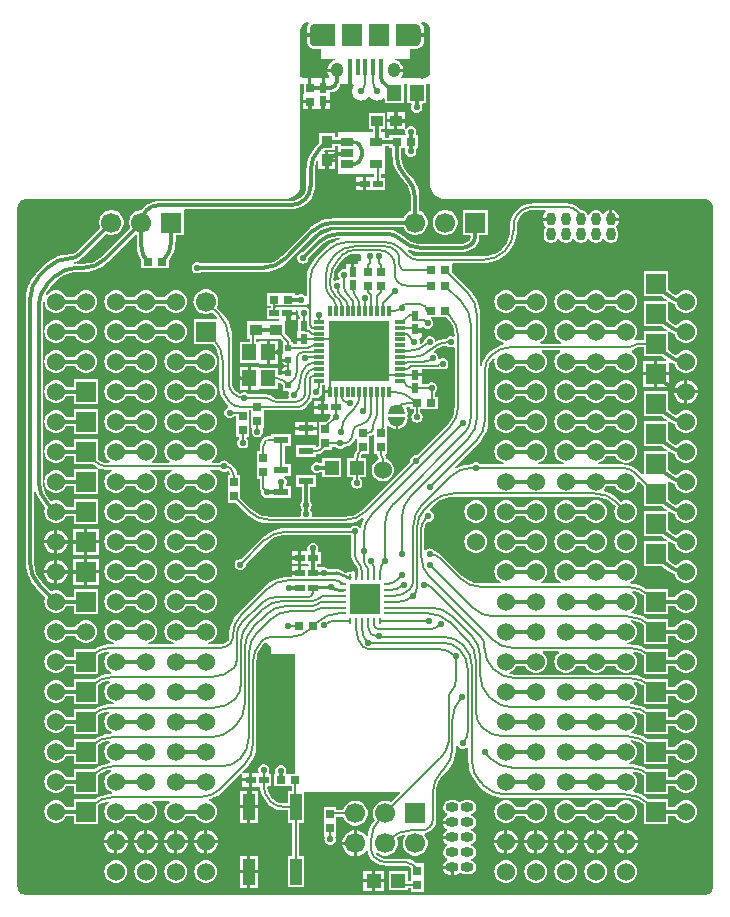
<source format=gtl>
%FSLAX43Y43*%
%MOMM*%
G71*
G01*
G75*
G04 Layer_Physical_Order=1*
G04 Layer_Color=255*
%ADD10C,0.175*%
%ADD11C,0.300*%
%ADD12C,0.175*%
%ADD13C,0.300*%
%ADD14C,0.180*%
%ADD15C,0.220*%
%ADD16C,0.200*%
%ADD17R,1.000X0.950*%
%ADD18C,0.400*%
%ADD19R,0.400X1.350*%
%ADD20R,1.000X2.250*%
%ADD21R,1.150X1.400*%
%ADD22R,0.300X0.850*%
%ADD23R,0.850X0.300*%
%ADD24R,5.200X5.200*%
%ADD25R,2.600X2.600*%
%ADD26R,0.230X0.480*%
%ADD27R,0.480X0.230*%
%ADD28R,1.050X0.650*%
%ADD29R,1.300X0.600*%
%ADD30R,1.200X1.200*%
%ADD31R,1.200X1.350*%
%ADD32R,0.800X0.650*%
%ADD33R,0.500X0.600*%
%ADD34R,0.950X1.000*%
%ADD35R,0.600X0.900*%
%ADD36R,0.900X0.600*%
%ADD37R,0.650X0.800*%
%ADD38C,0.150*%
%ADD39C,0.500*%
%ADD40R,0.900X0.300*%
%ADD41R,1.800X1.900*%
G04:AMPARAMS|DCode=42|XSize=1.05mm|YSize=1.25mm|CornerRadius=0.525mm|HoleSize=0mm|Usage=FLASHONLY|Rotation=180.000|XOffset=0mm|YOffset=0mm|HoleType=Round|Shape=RoundedRectangle|*
%AMROUNDEDRECTD42*
21,1,1.050,0.200,0,0,180.0*
21,1,0.000,1.250,0,0,180.0*
1,1,1.050,0.000,0.100*
1,1,1.050,0.000,0.100*
1,1,1.050,0.000,-0.100*
1,1,1.050,0.000,-0.100*
%
%ADD42ROUNDEDRECTD42*%
G04:AMPARAMS|DCode=43|XSize=2.1mm|YSize=1.9mm|CornerRadius=0.494mm|HoleSize=0mm|Usage=FLASHONLY|Rotation=180.000|XOffset=0mm|YOffset=0mm|HoleType=Round|Shape=RoundedRectangle|*
%AMROUNDEDRECTD43*
21,1,2.100,0.912,0,0,180.0*
21,1,1.112,1.900,0,0,180.0*
1,1,0.988,-0.556,0.456*
1,1,0.988,0.556,0.456*
1,1,0.988,0.556,-0.456*
1,1,0.988,-0.556,-0.456*
%
%ADD43ROUNDEDRECTD43*%
%ADD44R,1.700X1.700*%
%ADD45C,1.700*%
%ADD46R,1.700X1.700*%
%ADD47O,0.800X1.100*%
%ADD48O,1.100X0.800*%
%ADD49C,1.524*%
%ADD50C,3.600*%
%ADD51C,0.550*%
%ADD52C,0.800*%
G36*
X25258Y74410D02*
X25261Y74373D01*
X25141Y74217D01*
X25065Y74035D01*
X25040Y73840D01*
Y72928D01*
X25065Y72732D01*
X25141Y72550D01*
X25261Y72394D01*
X25417Y72274D01*
X25599Y72199D01*
X25794Y72173D01*
X26250D01*
Y71384D01*
X27472D01*
X27480Y71257D01*
X27372Y71243D01*
X27182Y71164D01*
X27019Y71039D01*
X26895Y70877D01*
X26816Y70687D01*
X26793Y70511D01*
X27575D01*
Y70257D01*
X26793D01*
X26816Y70080D01*
X26895Y69891D01*
X26947Y69823D01*
X26891Y69709D01*
X26585D01*
Y68885D01*
X26331D01*
Y69709D01*
X25442D01*
Y68935D01*
X25188D01*
Y69708D01*
X24920Y69703D01*
X24745Y69726D01*
X24582Y69794D01*
X24505Y69853D01*
Y73759D01*
X24506D01*
X24532Y73951D01*
X24606Y74130D01*
X24724Y74284D01*
X24878Y74403D01*
X25058Y74477D01*
X25159Y74490D01*
X25258Y74410D01*
D02*
G37*
G36*
X35495Y60759D02*
X35497Y60750D01*
X35512Y60562D01*
X35557Y60371D01*
X35633Y60189D01*
X35736Y60022D01*
X35863Y59872D01*
X36013Y59744D01*
X36181Y59641D01*
X36363Y59566D01*
X36554Y59520D01*
X36741Y59505D01*
X36750Y59504D01*
X58700D01*
X58712Y59506D01*
X58846Y59493D01*
X58986Y59450D01*
X59116Y59381D01*
X59229Y59288D01*
X59322Y59175D01*
X59392Y59045D01*
X59434Y58905D01*
X59447Y58770D01*
X59445Y58759D01*
Y1309D01*
X59447Y1297D01*
X59434Y1163D01*
X59392Y1022D01*
X59322Y893D01*
X59229Y779D01*
X59116Y686D01*
X58986Y617D01*
X58846Y574D01*
X58712Y561D01*
X58700Y564D01*
X1300D01*
X1288Y561D01*
X1154Y574D01*
X1014Y617D01*
X884Y686D01*
X771Y779D01*
X678Y893D01*
X608Y1022D01*
X566Y1163D01*
X553Y1297D01*
X555Y1309D01*
Y58759D01*
X553Y58770D01*
X566Y58905D01*
X608Y59045D01*
X678Y59175D01*
X771Y59288D01*
X884Y59381D01*
X1014Y59450D01*
X1154Y59493D01*
X1288Y59506D01*
X1300Y59504D01*
X23250D01*
X23259Y59505D01*
X23446Y59520D01*
X23637Y59566D01*
X23819Y59641D01*
X23987Y59744D01*
X24137Y59872D01*
X24264Y60022D01*
X24367Y60189D01*
X24442Y60371D01*
X24488Y60562D01*
X24503Y60750D01*
X24505Y60759D01*
Y69207D01*
X24790D01*
Y68389D01*
X24736D01*
Y67862D01*
X25315D01*
Y67735D01*
X25442D01*
Y67081D01*
X25894D01*
Y67081D01*
X25894D01*
X25894Y67081D01*
X25904Y67081D01*
Y67081D01*
X26331D01*
Y67785D01*
X26458D01*
Y67912D01*
X27012D01*
Y68489D01*
X27012D01*
Y68531D01*
X27188Y68548D01*
X27362Y68601D01*
X27521Y68686D01*
X27661Y68801D01*
X27661Y68801D01*
X27775Y68939D01*
X27860Y69098D01*
X27893Y69207D01*
X28990D01*
X29045Y69093D01*
X29003Y69041D01*
X28931Y68907D01*
X28886Y68761D01*
X28871Y68609D01*
X28886Y68457D01*
X28931Y68311D01*
X29003Y68176D01*
X29099Y68058D01*
X29217Y67961D01*
X29352Y67889D01*
X29498Y67845D01*
X29650Y67830D01*
X29802Y67845D01*
X29948Y67889D01*
X30083Y67961D01*
X30201Y68058D01*
X30261Y68132D01*
X30389D01*
X30449Y68058D01*
X30567Y67961D01*
X30702Y67889D01*
X30848Y67845D01*
X31000Y67830D01*
X31152Y67845D01*
X31298Y67889D01*
X31433Y67961D01*
X31535Y68045D01*
X31608Y68011D01*
X31650Y67976D01*
Y67634D01*
X33250D01*
Y69207D01*
X33550D01*
Y67634D01*
X33791D01*
X33935Y67523D01*
X33887Y67408D01*
X33871Y67284D01*
X33887Y67160D01*
X33935Y67044D01*
X34011Y66945D01*
X34110Y66869D01*
X34226Y66821D01*
X34350Y66805D01*
X34474Y66821D01*
X34590Y66869D01*
X34689Y66945D01*
X34765Y67044D01*
X34813Y67160D01*
X34829Y67284D01*
X34813Y67408D01*
X34765Y67523D01*
X34909Y67634D01*
X35150D01*
Y69207D01*
X35495D01*
Y60759D01*
D02*
G37*
G36*
X34942Y74477D02*
X35122Y74403D01*
X35276Y74284D01*
X35394Y74130D01*
X35468Y73951D01*
X35494Y73759D01*
X35495D01*
Y70037D01*
X35463Y69995D01*
X35254Y69835D01*
X35011Y69734D01*
X34759Y69701D01*
X34750Y69709D01*
Y69709D01*
X33109D01*
X33053Y69823D01*
X33105Y69891D01*
X33184Y70080D01*
X33207Y70257D01*
X32425D01*
Y70511D01*
X33207D01*
X33184Y70687D01*
X33105Y70877D01*
X32981Y71039D01*
X32818Y71164D01*
X32628Y71243D01*
X32520Y71257D01*
X32528Y71384D01*
X33750D01*
Y72173D01*
X34206D01*
X34401Y72199D01*
X34583Y72274D01*
X34739Y72394D01*
X34859Y72550D01*
X34935Y72732D01*
X34960Y72928D01*
Y73840D01*
X34935Y74035D01*
X34859Y74217D01*
X34739Y74373D01*
X34742Y74410D01*
X34841Y74490D01*
X34942Y74477D01*
D02*
G37*
G36*
X34248Y74330D02*
X34301Y74323D01*
X34354Y74308D01*
X34397Y74292D01*
X34439Y74272D01*
X34483Y74244D01*
X34521Y74215D01*
X34560Y74181D01*
X34589Y74145D01*
X34617Y74108D01*
X34641Y74067D01*
X34661Y74025D01*
X34677Y73983D01*
X34689Y73932D01*
X34696Y73887D01*
X34700Y73834D01*
Y72934D01*
X34696Y72879D01*
X34688Y72834D01*
X34676Y72784D01*
X34660Y72744D01*
X34647Y72711D01*
X34622Y72668D01*
X34596Y72631D01*
X34565Y72593D01*
X34520Y72552D01*
X34480Y72522D01*
X34434Y72493D01*
X34381Y72469D01*
X34294Y72443D01*
X34200Y72434D01*
X32600D01*
Y74334D01*
X34200D01*
X34248Y74330D01*
D02*
G37*
G36*
X27400Y72434D02*
X25800D01*
X25752Y72438D01*
X25699Y72445D01*
X25646Y72460D01*
X25603Y72476D01*
X25561Y72496D01*
X25517Y72524D01*
X25479Y72553D01*
X25440Y72587D01*
X25411Y72623D01*
X25383Y72660D01*
X25359Y72701D01*
X25339Y72743D01*
X25323Y72785D01*
X25311Y72836D01*
X25304Y72881D01*
X25300Y72934D01*
Y73834D01*
X25304Y73889D01*
X25312Y73934D01*
X25324Y73984D01*
X25340Y74024D01*
X25353Y74057D01*
X25378Y74100D01*
X25404Y74137D01*
X25435Y74175D01*
X25480Y74216D01*
X25520Y74246D01*
X25566Y74275D01*
X25619Y74299D01*
X25706Y74325D01*
X25800Y74334D01*
X27400D01*
Y72434D01*
D02*
G37*
%LPC*%
G36*
X47117Y6097D02*
Y5216D01*
X47998D01*
X47991Y5288D01*
X47933Y5479D01*
X47839Y5656D01*
X47712Y5811D01*
X47557Y5938D01*
X47381Y6032D01*
X47189Y6090D01*
X47117Y6097D01*
D02*
G37*
G36*
X49403D02*
X49331Y6090D01*
X49139Y6032D01*
X48963Y5938D01*
X48808Y5811D01*
X48681Y5656D01*
X48587Y5479D01*
X48529Y5288D01*
X48522Y5216D01*
X49403D01*
Y6097D01*
D02*
G37*
G36*
X44577D02*
Y5216D01*
X45458D01*
X45451Y5288D01*
X45393Y5479D01*
X45299Y5656D01*
X45172Y5811D01*
X45017Y5938D01*
X44841Y6032D01*
X44649Y6090D01*
X44577Y6097D01*
D02*
G37*
G36*
X46863D02*
X46791Y6090D01*
X46599Y6032D01*
X46423Y5938D01*
X46268Y5811D01*
X46141Y5656D01*
X46047Y5479D01*
X45989Y5288D01*
X45982Y5216D01*
X46863D01*
Y6097D01*
D02*
G37*
G36*
X49657D02*
Y5216D01*
X50538D01*
X50531Y5288D01*
X50473Y5479D01*
X50379Y5656D01*
X50252Y5811D01*
X50097Y5938D01*
X49921Y6032D01*
X49729Y6090D01*
X49657Y6097D01*
D02*
G37*
G36*
X19998Y7907D02*
X19371D01*
Y6655D01*
X19998D01*
Y7907D01*
D02*
G37*
G36*
X20879D02*
X20252D01*
Y6655D01*
X20879D01*
Y7907D01*
D02*
G37*
G36*
X51943Y6097D02*
X51871Y6090D01*
X51679Y6032D01*
X51503Y5938D01*
X51348Y5811D01*
X51221Y5656D01*
X51127Y5479D01*
X51069Y5288D01*
X51062Y5216D01*
X51943D01*
Y6097D01*
D02*
G37*
G36*
X52197D02*
Y5216D01*
X53078D01*
X53071Y5288D01*
X53013Y5479D01*
X52919Y5656D01*
X52792Y5811D01*
X52637Y5938D01*
X52461Y6032D01*
X52269Y6090D01*
X52197Y6097D01*
D02*
G37*
G36*
X44323D02*
X44251Y6090D01*
X44059Y6032D01*
X43883Y5938D01*
X43728Y5811D01*
X43601Y5656D01*
X43507Y5479D01*
X43449Y5288D01*
X43442Y5216D01*
X44323D01*
Y6097D01*
D02*
G37*
G36*
X11557D02*
Y5216D01*
X12438D01*
X12431Y5288D01*
X12373Y5479D01*
X12279Y5656D01*
X12152Y5811D01*
X11997Y5938D01*
X11821Y6032D01*
X11629Y6090D01*
X11557Y6097D01*
D02*
G37*
G36*
X13843D02*
X13771Y6090D01*
X13579Y6032D01*
X13403Y5938D01*
X13248Y5811D01*
X13121Y5656D01*
X13027Y5479D01*
X12969Y5288D01*
X12962Y5216D01*
X13843D01*
Y6097D01*
D02*
G37*
G36*
X9017D02*
Y5216D01*
X9898D01*
X9891Y5288D01*
X9833Y5479D01*
X9739Y5656D01*
X9612Y5811D01*
X9457Y5938D01*
X9281Y6032D01*
X9089Y6090D01*
X9017Y6097D01*
D02*
G37*
G36*
X11303D02*
X11231Y6090D01*
X11039Y6032D01*
X10863Y5938D01*
X10708Y5811D01*
X10581Y5656D01*
X10487Y5479D01*
X10429Y5288D01*
X10422Y5216D01*
X11303D01*
Y6097D01*
D02*
G37*
G36*
X14097D02*
Y5216D01*
X14978D01*
X14971Y5288D01*
X14913Y5479D01*
X14819Y5656D01*
X14692Y5811D01*
X14537Y5938D01*
X14361Y6032D01*
X14169Y6090D01*
X14097Y6097D01*
D02*
G37*
G36*
X41783D02*
X41711Y6090D01*
X41519Y6032D01*
X41343Y5938D01*
X41188Y5811D01*
X41061Y5656D01*
X40967Y5479D01*
X40909Y5288D01*
X40902Y5216D01*
X41783D01*
Y6097D01*
D02*
G37*
G36*
X42037D02*
Y5216D01*
X42918D01*
X42911Y5288D01*
X42853Y5479D01*
X42759Y5656D01*
X42632Y5811D01*
X42477Y5938D01*
X42301Y6032D01*
X42109Y6090D01*
X42037Y6097D01*
D02*
G37*
G36*
X16383D02*
X16311Y6090D01*
X16119Y6032D01*
X15943Y5938D01*
X15788Y5811D01*
X15661Y5656D01*
X15567Y5479D01*
X15509Y5288D01*
X15502Y5216D01*
X16383D01*
Y6097D01*
D02*
G37*
G36*
X16637D02*
Y5216D01*
X17518D01*
X17511Y5288D01*
X17453Y5479D01*
X17359Y5656D01*
X17232Y5811D01*
X17077Y5938D01*
X16901Y6032D01*
X16709Y6090D01*
X16637Y6097D01*
D02*
G37*
G36*
X29160Y8542D02*
X28995Y8529D01*
X28835Y8490D01*
X28682Y8427D01*
X28541Y8341D01*
X28415Y8233D01*
X28308Y8108D01*
X28222Y7967D01*
X28158Y7814D01*
X28150Y7779D01*
X27550D01*
Y8009D01*
X26500D01*
Y6898D01*
X26500Y6898D01*
X26500D01*
X26500Y6809D01*
Y6809D01*
D01*
X26500Y6719D01*
X26500Y6719D01*
X26500D01*
Y5609D01*
X26534D01*
X26604Y5503D01*
X26562Y5401D01*
X26546Y5277D01*
X26562Y5153D01*
X26610Y5038D01*
X26686Y4939D01*
X26785Y4862D01*
X26901Y4815D01*
X27025Y4798D01*
X27149Y4815D01*
X27265Y4862D01*
X27364Y4939D01*
X27440Y5038D01*
X27488Y5153D01*
X27504Y5277D01*
X27488Y5401D01*
X27446Y5503D01*
X27516Y5609D01*
X27550D01*
Y6719D01*
X27550Y6719D01*
X27550D01*
X27550Y6809D01*
Y6809D01*
D01*
X27550Y6898D01*
X27550Y6898D01*
X27550D01*
Y7199D01*
X28150D01*
X28158Y7163D01*
X28222Y7010D01*
X28308Y6870D01*
X28415Y6744D01*
X28541Y6637D01*
X28682Y6550D01*
X28835Y6487D01*
X28995Y6448D01*
X29160Y6435D01*
X29325Y6448D01*
X29485Y6487D01*
X29638Y6550D01*
X29779Y6637D01*
X29905Y6744D01*
X30012Y6870D01*
X30098Y7010D01*
X30162Y7163D01*
X30200Y7324D01*
X30213Y7489D01*
X30200Y7653D01*
X30162Y7814D01*
X30098Y7967D01*
X30012Y8108D01*
X29905Y8233D01*
X29779Y8341D01*
X29638Y8427D01*
X29485Y8490D01*
X29325Y8529D01*
X29160Y8542D01*
D02*
G37*
G36*
X4818Y27822D02*
X3937D01*
Y26940D01*
X4009Y26947D01*
X4201Y27005D01*
X4377Y27100D01*
X4532Y27227D01*
X4659Y27381D01*
X4753Y27558D01*
X4811Y27749D01*
X4818Y27822D01*
D02*
G37*
G36*
X24339Y28415D02*
X23762D01*
Y27988D01*
X24339D01*
Y28415D01*
D02*
G37*
G36*
X7454Y27822D02*
X6477D01*
Y26845D01*
X7454D01*
Y27822D01*
D02*
G37*
G36*
X3683D02*
X2802D01*
X2809Y27749D01*
X2867Y27558D01*
X2961Y27381D01*
X3088Y27227D01*
X3243Y27100D01*
X3419Y27005D01*
X3611Y26947D01*
X3683Y26940D01*
Y27822D01*
D02*
G37*
G36*
Y28957D02*
X3611Y28950D01*
X3419Y28892D01*
X3243Y28798D01*
X3088Y28671D01*
X2961Y28516D01*
X2867Y28339D01*
X2809Y28148D01*
X2802Y28076D01*
X3683D01*
Y28957D01*
D02*
G37*
G36*
X7454Y29053D02*
X6477D01*
Y28076D01*
X7454D01*
Y29053D01*
D02*
G37*
G36*
X11430Y28915D02*
X11241Y28897D01*
X11060Y28842D01*
X10893Y28752D01*
X10746Y28632D01*
X10626Y28486D01*
X10537Y28319D01*
X10532Y28302D01*
X9788D01*
X9783Y28319D01*
X9694Y28486D01*
X9574Y28632D01*
X9427Y28752D01*
X9260Y28842D01*
X9079Y28897D01*
X8890Y28915D01*
X8701Y28897D01*
X8520Y28842D01*
X8353Y28752D01*
X8206Y28632D01*
X8086Y28486D01*
X7997Y28319D01*
X7942Y28137D01*
X7923Y27949D01*
X7942Y27760D01*
X7997Y27579D01*
X8086Y27412D01*
X8206Y27265D01*
X8353Y27145D01*
X8520Y27056D01*
X8701Y27001D01*
X8890Y26982D01*
X9079Y27001D01*
X9260Y27056D01*
X9427Y27145D01*
X9574Y27265D01*
X9694Y27412D01*
X9783Y27579D01*
X9788Y27596D01*
X10532D01*
X10537Y27579D01*
X10626Y27412D01*
X10746Y27265D01*
X10893Y27145D01*
X11060Y27056D01*
X11241Y27001D01*
X11430Y26982D01*
X11619Y27001D01*
X11800Y27056D01*
X11967Y27145D01*
X12114Y27265D01*
X12234Y27412D01*
X12323Y27579D01*
X12378Y27760D01*
X12397Y27949D01*
X12378Y28137D01*
X12323Y28319D01*
X12234Y28486D01*
X12114Y28632D01*
X11967Y28752D01*
X11800Y28842D01*
X11619Y28897D01*
X11430Y28915D01*
D02*
G37*
G36*
X3937Y28957D02*
Y28076D01*
X4818D01*
X4811Y28148D01*
X4753Y28339D01*
X4659Y28516D01*
X4532Y28671D01*
X4377Y28798D01*
X4201Y28892D01*
X4009Y28950D01*
X3937Y28957D01*
D02*
G37*
G36*
X6223Y29053D02*
X5246D01*
Y28076D01*
X6223D01*
Y29053D01*
D02*
G37*
G36*
Y27822D02*
X5246D01*
Y26845D01*
X6223D01*
Y27822D01*
D02*
G37*
G36*
X19998Y9413D02*
X19371D01*
Y8161D01*
X19998D01*
Y9413D01*
D02*
G37*
G36*
X20879D02*
X20252D01*
Y8161D01*
X20879D01*
Y9413D01*
D02*
G37*
G36*
X44450Y8595D02*
X44261Y8577D01*
X44080Y8522D01*
X43913Y8432D01*
X43766Y8312D01*
X43646Y8166D01*
X43557Y7999D01*
X43552Y7982D01*
X42808D01*
X42803Y7999D01*
X42714Y8166D01*
X42594Y8312D01*
X42447Y8432D01*
X42280Y8522D01*
X42099Y8577D01*
X41910Y8595D01*
X41721Y8577D01*
X41540Y8522D01*
X41373Y8432D01*
X41226Y8312D01*
X41106Y8166D01*
X41017Y7999D01*
X40962Y7817D01*
X40943Y7629D01*
X40962Y7440D01*
X41017Y7259D01*
X41106Y7092D01*
X41226Y6945D01*
X41373Y6825D01*
X41540Y6736D01*
X41721Y6681D01*
X41910Y6662D01*
X42099Y6681D01*
X42280Y6736D01*
X42447Y6825D01*
X42594Y6945D01*
X42714Y7092D01*
X42803Y7259D01*
X42808Y7276D01*
X43552D01*
X43557Y7259D01*
X43646Y7092D01*
X43766Y6945D01*
X43913Y6825D01*
X44080Y6736D01*
X44261Y6681D01*
X44450Y6662D01*
X44639Y6681D01*
X44820Y6736D01*
X44987Y6825D01*
X45134Y6945D01*
X45254Y7092D01*
X45343Y7259D01*
X45398Y7440D01*
X45417Y7629D01*
X45398Y7817D01*
X45343Y7999D01*
X45254Y8166D01*
X45134Y8312D01*
X44987Y8432D01*
X44820Y8522D01*
X44639Y8577D01*
X44450Y8595D01*
D02*
G37*
G36*
X52070D02*
X51881Y8577D01*
X51700Y8522D01*
X51533Y8432D01*
X51386Y8312D01*
X51266Y8166D01*
X51177Y7999D01*
X51172Y7982D01*
X50428D01*
X50423Y7999D01*
X50334Y8166D01*
X50214Y8312D01*
X50067Y8432D01*
X49900Y8522D01*
X49719Y8577D01*
X49530Y8595D01*
X49341Y8577D01*
X49160Y8522D01*
X48993Y8432D01*
X48846Y8312D01*
X48726Y8166D01*
X48637Y7999D01*
X48632Y7982D01*
X47888D01*
X47883Y7999D01*
X47794Y8166D01*
X47674Y8312D01*
X47527Y8432D01*
X47360Y8522D01*
X47179Y8577D01*
X46990Y8595D01*
X46801Y8577D01*
X46620Y8522D01*
X46453Y8432D01*
X46306Y8312D01*
X46186Y8166D01*
X46097Y7999D01*
X46042Y7817D01*
X46023Y7629D01*
X46042Y7440D01*
X46097Y7259D01*
X46186Y7092D01*
X46306Y6945D01*
X46453Y6825D01*
X46620Y6736D01*
X46801Y6681D01*
X46990Y6662D01*
X47179Y6681D01*
X47360Y6736D01*
X47527Y6825D01*
X47674Y6945D01*
X47794Y7092D01*
X47883Y7259D01*
X47888Y7276D01*
X48632D01*
X48637Y7259D01*
X48726Y7092D01*
X48846Y6945D01*
X48993Y6825D01*
X49160Y6736D01*
X49341Y6681D01*
X49530Y6662D01*
X49719Y6681D01*
X49900Y6736D01*
X50067Y6825D01*
X50214Y6945D01*
X50334Y7092D01*
X50423Y7259D01*
X50428Y7276D01*
X51172D01*
X51177Y7259D01*
X51266Y7092D01*
X51386Y6945D01*
X51533Y6825D01*
X51700Y6736D01*
X51881Y6681D01*
X52070Y6662D01*
X52259Y6681D01*
X52440Y6736D01*
X52607Y6825D01*
X52754Y6945D01*
X52874Y7092D01*
X52963Y7259D01*
X53018Y7440D01*
X53037Y7629D01*
X53018Y7817D01*
X52963Y7999D01*
X52874Y8166D01*
X52754Y8312D01*
X52607Y8432D01*
X52440Y8522D01*
X52259Y8577D01*
X52070Y8595D01*
D02*
G37*
G36*
X38785Y8602D02*
X38485D01*
X38367Y8590D01*
X38254Y8556D01*
X38150Y8500D01*
X38059Y8425D01*
X37941D01*
X37850Y8500D01*
X37746Y8556D01*
X37633Y8590D01*
X37515Y8602D01*
X37215D01*
X37097Y8590D01*
X36984Y8556D01*
X36880Y8500D01*
X36789Y8425D01*
X36714Y8334D01*
X36658Y8229D01*
X36624Y8116D01*
X36612Y7999D01*
X36624Y7881D01*
X36658Y7768D01*
X36714Y7664D01*
X36789Y7572D01*
X36880Y7497D01*
X36921Y7475D01*
X36954Y7367D01*
Y7331D01*
X36850Y7275D01*
X36750Y7193D01*
X36669Y7094D01*
X36608Y6980D01*
X36570Y6857D01*
X36570Y6856D01*
X37365D01*
Y6602D01*
X36570D01*
X36570Y6600D01*
X36608Y6477D01*
X36669Y6364D01*
X36750Y6264D01*
X36850Y6182D01*
X36897Y6157D01*
Y6030D01*
X36850Y6005D01*
X36750Y5923D01*
X36669Y5824D01*
X36608Y5710D01*
X36570Y5587D01*
X36570Y5586D01*
X37365D01*
Y5332D01*
X36570D01*
X36570Y5330D01*
X36608Y5207D01*
X36669Y5094D01*
X36750Y4994D01*
X36850Y4912D01*
X36954Y4857D01*
Y4820D01*
X36921Y4712D01*
X36880Y4690D01*
X36789Y4615D01*
X36714Y4524D01*
X36658Y4419D01*
X36624Y4306D01*
X36612Y4189D01*
X36624Y4071D01*
X36658Y3958D01*
X36714Y3854D01*
X36789Y3762D01*
X36880Y3687D01*
X36921Y3665D01*
X36954Y3557D01*
Y3521D01*
X36850Y3465D01*
X36750Y3383D01*
X36669Y3284D01*
X36608Y3170D01*
X36570Y3047D01*
X36570Y3046D01*
X37365D01*
Y2919D01*
X37492D01*
Y2261D01*
X37515D01*
X37643Y2274D01*
X37766Y2312D01*
X37880Y2372D01*
X37980Y2454D01*
X38059Y2492D01*
Y2492D01*
X38059Y2492D01*
X38150Y2417D01*
X38254Y2362D01*
X38367Y2327D01*
X38485Y2316D01*
X38785D01*
X38903Y2327D01*
X39016Y2362D01*
X39120Y2417D01*
X39211Y2492D01*
X39286Y2584D01*
X39342Y2688D01*
X39376Y2801D01*
X39388Y2919D01*
X39376Y3036D01*
X39342Y3149D01*
X39286Y3254D01*
X39211Y3345D01*
X39120Y3420D01*
X39016Y3476D01*
X38968Y3490D01*
Y3617D01*
X39016Y3632D01*
X39120Y3687D01*
X39211Y3762D01*
X39286Y3854D01*
X39342Y3958D01*
X39376Y4071D01*
X39388Y4189D01*
X39376Y4306D01*
X39342Y4419D01*
X39286Y4524D01*
X39211Y4615D01*
X39120Y4690D01*
X39016Y4746D01*
X38968Y4760D01*
Y4887D01*
X39016Y4902D01*
X39120Y4957D01*
X39211Y5032D01*
X39286Y5124D01*
X39342Y5228D01*
X39376Y5341D01*
X39388Y5459D01*
X39376Y5576D01*
X39342Y5689D01*
X39286Y5794D01*
X39211Y5885D01*
X39120Y5960D01*
X39016Y6016D01*
X38968Y6030D01*
Y6157D01*
X39016Y6172D01*
X39120Y6227D01*
X39211Y6302D01*
X39286Y6394D01*
X39342Y6498D01*
X39376Y6611D01*
X39388Y6729D01*
X39376Y6846D01*
X39342Y6959D01*
X39286Y7064D01*
X39211Y7155D01*
X39120Y7230D01*
X39016Y7286D01*
X38968Y7300D01*
Y7427D01*
X39016Y7442D01*
X39120Y7497D01*
X39211Y7572D01*
X39286Y7664D01*
X39342Y7768D01*
X39376Y7881D01*
X39388Y7999D01*
X39376Y8116D01*
X39342Y8229D01*
X39286Y8334D01*
X39211Y8425D01*
X39120Y8500D01*
X39016Y8556D01*
X38903Y8590D01*
X38785Y8602D01*
D02*
G37*
G36*
X11430Y26375D02*
X11241Y26357D01*
X11060Y26302D01*
X10893Y26212D01*
X10746Y26092D01*
X10626Y25946D01*
X10537Y25779D01*
X10532Y25762D01*
X9788D01*
X9783Y25779D01*
X9694Y25946D01*
X9574Y26092D01*
X9427Y26212D01*
X9260Y26302D01*
X9079Y26357D01*
X8890Y26375D01*
X8701Y26357D01*
X8520Y26302D01*
X8353Y26212D01*
X8206Y26092D01*
X8086Y25946D01*
X7997Y25779D01*
X7942Y25597D01*
X7923Y25409D01*
X7942Y25220D01*
X7997Y25039D01*
X8086Y24872D01*
X8206Y24725D01*
X8353Y24605D01*
X8520Y24516D01*
X8701Y24461D01*
X8890Y24442D01*
X9079Y24461D01*
X9260Y24516D01*
X9427Y24605D01*
X9574Y24725D01*
X9694Y24872D01*
X9783Y25039D01*
X9788Y25056D01*
X10532D01*
X10537Y25039D01*
X10626Y24872D01*
X10746Y24725D01*
X10893Y24605D01*
X11060Y24516D01*
X11241Y24461D01*
X11430Y24442D01*
X11619Y24461D01*
X11800Y24516D01*
X11967Y24605D01*
X12114Y24725D01*
X12234Y24872D01*
X12323Y25039D01*
X12378Y25220D01*
X12397Y25409D01*
X12378Y25597D01*
X12323Y25779D01*
X12234Y25946D01*
X12114Y26092D01*
X11967Y26212D01*
X11800Y26302D01*
X11619Y26357D01*
X11430Y26375D01*
D02*
G37*
G36*
X16510D02*
X16321Y26357D01*
X16140Y26302D01*
X15973Y26212D01*
X15826Y26092D01*
X15706Y25946D01*
X15617Y25779D01*
X15612Y25762D01*
X14868D01*
X14863Y25779D01*
X14774Y25946D01*
X14654Y26092D01*
X14507Y26212D01*
X14340Y26302D01*
X14159Y26357D01*
X13970Y26375D01*
X13781Y26357D01*
X13600Y26302D01*
X13433Y26212D01*
X13286Y26092D01*
X13166Y25946D01*
X13077Y25779D01*
X13022Y25597D01*
X13003Y25409D01*
X13022Y25220D01*
X13077Y25039D01*
X13166Y24872D01*
X13286Y24725D01*
X13433Y24605D01*
X13600Y24516D01*
X13781Y24461D01*
X13970Y24442D01*
X14159Y24461D01*
X14340Y24516D01*
X14507Y24605D01*
X14654Y24725D01*
X14774Y24872D01*
X14863Y25039D01*
X14868Y25056D01*
X15612D01*
X15617Y25039D01*
X15706Y24872D01*
X15826Y24725D01*
X15973Y24605D01*
X16140Y24516D01*
X16321Y24461D01*
X16510Y24442D01*
X16699Y24461D01*
X16880Y24516D01*
X17047Y24605D01*
X17194Y24725D01*
X17314Y24872D01*
X17403Y25039D01*
X17458Y25220D01*
X17477Y25409D01*
X17458Y25597D01*
X17403Y25779D01*
X17314Y25946D01*
X17194Y26092D01*
X17047Y26212D01*
X16880Y26302D01*
X16699Y26357D01*
X16510Y26375D01*
D02*
G37*
G36*
X20173Y10182D02*
X19596D01*
Y9755D01*
X20173D01*
Y10182D01*
D02*
G37*
G36*
X6350Y23835D02*
X6161Y23817D01*
X5980Y23762D01*
X5813Y23672D01*
X5666Y23552D01*
X5546Y23406D01*
X5457Y23239D01*
X5452Y23222D01*
X4708D01*
X4703Y23239D01*
X4614Y23406D01*
X4494Y23552D01*
X4347Y23672D01*
X4180Y23762D01*
X3999Y23817D01*
X3810Y23835D01*
X3621Y23817D01*
X3440Y23762D01*
X3273Y23672D01*
X3126Y23552D01*
X3006Y23406D01*
X2917Y23239D01*
X2862Y23057D01*
X2843Y22869D01*
X2862Y22680D01*
X2917Y22499D01*
X3006Y22332D01*
X3126Y22185D01*
X3273Y22065D01*
X3440Y21976D01*
X3621Y21921D01*
X3810Y21902D01*
X3999Y21921D01*
X4180Y21976D01*
X4347Y22065D01*
X4494Y22185D01*
X4614Y22332D01*
X4703Y22499D01*
X4708Y22516D01*
X5452D01*
X5457Y22499D01*
X5546Y22332D01*
X5666Y22185D01*
X5813Y22065D01*
X5980Y21976D01*
X6161Y21921D01*
X6350Y21902D01*
X6539Y21921D01*
X6720Y21976D01*
X6887Y22065D01*
X7034Y22185D01*
X7154Y22332D01*
X7243Y22499D01*
X7298Y22680D01*
X7317Y22869D01*
X7298Y23057D01*
X7243Y23239D01*
X7154Y23406D01*
X7034Y23552D01*
X6887Y23672D01*
X6720Y23762D01*
X6539Y23817D01*
X6350Y23835D01*
D02*
G37*
G36*
X52070Y3515D02*
X51881Y3497D01*
X51700Y3442D01*
X51533Y3352D01*
X51386Y3232D01*
X51266Y3086D01*
X51177Y2919D01*
X51122Y2737D01*
X51103Y2549D01*
X51122Y2360D01*
X51177Y2179D01*
X51266Y2012D01*
X51386Y1865D01*
X51533Y1745D01*
X51700Y1656D01*
X51881Y1601D01*
X52070Y1582D01*
X52259Y1601D01*
X52440Y1656D01*
X52607Y1745D01*
X52754Y1865D01*
X52874Y2012D01*
X52963Y2179D01*
X53018Y2360D01*
X53037Y2549D01*
X53018Y2737D01*
X52963Y2919D01*
X52874Y3086D01*
X52754Y3232D01*
X52607Y3352D01*
X52440Y3442D01*
X52259Y3497D01*
X52070Y3515D01*
D02*
G37*
G36*
X30573Y2638D02*
X29846D01*
Y1911D01*
X30573D01*
Y2638D01*
D02*
G37*
G36*
X46990Y3515D02*
X46801Y3497D01*
X46620Y3442D01*
X46453Y3352D01*
X46306Y3232D01*
X46186Y3086D01*
X46097Y2919D01*
X46042Y2737D01*
X46023Y2549D01*
X46042Y2360D01*
X46097Y2179D01*
X46186Y2012D01*
X46306Y1865D01*
X46453Y1745D01*
X46620Y1656D01*
X46801Y1601D01*
X46990Y1582D01*
X47179Y1601D01*
X47360Y1656D01*
X47527Y1745D01*
X47674Y1865D01*
X47794Y2012D01*
X47883Y2179D01*
X47938Y2360D01*
X47957Y2549D01*
X47938Y2737D01*
X47883Y2919D01*
X47794Y3086D01*
X47674Y3232D01*
X47527Y3352D01*
X47360Y3442D01*
X47179Y3497D01*
X46990Y3515D01*
D02*
G37*
G36*
X49530D02*
X49341Y3497D01*
X49160Y3442D01*
X48993Y3352D01*
X48846Y3232D01*
X48726Y3086D01*
X48637Y2919D01*
X48582Y2737D01*
X48563Y2549D01*
X48582Y2360D01*
X48637Y2179D01*
X48726Y2012D01*
X48846Y1865D01*
X48993Y1745D01*
X49160Y1656D01*
X49341Y1601D01*
X49530Y1582D01*
X49719Y1601D01*
X49900Y1656D01*
X50067Y1745D01*
X50214Y1865D01*
X50334Y2012D01*
X50423Y2179D01*
X50478Y2360D01*
X50497Y2549D01*
X50478Y2737D01*
X50423Y2919D01*
X50334Y3086D01*
X50214Y3232D01*
X50067Y3352D01*
X49900Y3442D01*
X49719Y3497D01*
X49530Y3515D01*
D02*
G37*
G36*
X31554Y2638D02*
X30827D01*
Y1911D01*
X31554D01*
Y2638D01*
D02*
G37*
G36*
X20879Y3913D02*
X20252D01*
Y2661D01*
X20879D01*
Y3913D01*
D02*
G37*
G36*
X29033Y4822D02*
X28063D01*
X28066Y4775D01*
X28107Y4606D01*
X28173Y4446D01*
X28264Y4298D01*
X28377Y4166D01*
X28509Y4053D01*
X28657Y3962D01*
X28818Y3895D01*
X28987Y3855D01*
X29033Y3851D01*
Y4822D01*
D02*
G37*
G36*
X37238Y2792D02*
X36570D01*
X36570Y2790D01*
X36608Y2667D01*
X36669Y2554D01*
X36750Y2454D01*
X36850Y2372D01*
X36964Y2312D01*
X37087Y2274D01*
X37215Y2261D01*
X37238D01*
Y2792D01*
D02*
G37*
G36*
X19998Y3913D02*
X19371D01*
Y2661D01*
X19998D01*
Y3913D01*
D02*
G37*
G36*
X44450Y3515D02*
X44261Y3497D01*
X44080Y3442D01*
X43913Y3352D01*
X43766Y3232D01*
X43646Y3086D01*
X43557Y2919D01*
X43502Y2737D01*
X43483Y2549D01*
X43502Y2360D01*
X43557Y2179D01*
X43646Y2012D01*
X43766Y1865D01*
X43913Y1745D01*
X44080Y1656D01*
X44261Y1601D01*
X44450Y1582D01*
X44639Y1601D01*
X44820Y1656D01*
X44987Y1745D01*
X45134Y1865D01*
X45254Y2012D01*
X45343Y2179D01*
X45398Y2360D01*
X45417Y2549D01*
X45398Y2737D01*
X45343Y2919D01*
X45254Y3086D01*
X45134Y3232D01*
X44987Y3352D01*
X44820Y3442D01*
X44639Y3497D01*
X44450Y3515D01*
D02*
G37*
G36*
X19998Y2407D02*
X19371D01*
Y1155D01*
X19998D01*
Y2407D01*
D02*
G37*
G36*
X20879D02*
X20252D01*
Y1155D01*
X20879D01*
Y2407D01*
D02*
G37*
G36*
X30573Y1657D02*
X29846D01*
Y930D01*
X30573D01*
Y1657D01*
D02*
G37*
G36*
X31554D02*
X30827D01*
Y930D01*
X31554D01*
Y1657D01*
D02*
G37*
G36*
X8890Y3515D02*
X8701Y3497D01*
X8520Y3442D01*
X8353Y3352D01*
X8206Y3232D01*
X8086Y3086D01*
X7997Y2919D01*
X7942Y2737D01*
X7923Y2549D01*
X7942Y2360D01*
X7997Y2179D01*
X8086Y2012D01*
X8206Y1865D01*
X8353Y1745D01*
X8520Y1656D01*
X8701Y1601D01*
X8890Y1582D01*
X9079Y1601D01*
X9260Y1656D01*
X9427Y1745D01*
X9574Y1865D01*
X9694Y2012D01*
X9783Y2179D01*
X9838Y2360D01*
X9857Y2549D01*
X9838Y2737D01*
X9783Y2919D01*
X9694Y3086D01*
X9574Y3232D01*
X9427Y3352D01*
X9260Y3442D01*
X9079Y3497D01*
X8890Y3515D01*
D02*
G37*
G36*
X16510D02*
X16321Y3497D01*
X16140Y3442D01*
X15973Y3352D01*
X15826Y3232D01*
X15706Y3086D01*
X15617Y2919D01*
X15562Y2737D01*
X15543Y2549D01*
X15562Y2360D01*
X15617Y2179D01*
X15706Y2012D01*
X15826Y1865D01*
X15973Y1745D01*
X16140Y1656D01*
X16321Y1601D01*
X16510Y1582D01*
X16699Y1601D01*
X16880Y1656D01*
X17047Y1745D01*
X17194Y1865D01*
X17314Y2012D01*
X17403Y2179D01*
X17458Y2360D01*
X17477Y2549D01*
X17458Y2737D01*
X17403Y2919D01*
X17314Y3086D01*
X17194Y3232D01*
X17047Y3352D01*
X16880Y3442D01*
X16699Y3497D01*
X16510Y3515D01*
D02*
G37*
G36*
X41910D02*
X41721Y3497D01*
X41540Y3442D01*
X41373Y3352D01*
X41226Y3232D01*
X41106Y3086D01*
X41017Y2919D01*
X40962Y2737D01*
X40943Y2549D01*
X40962Y2360D01*
X41017Y2179D01*
X41106Y2012D01*
X41226Y1865D01*
X41373Y1745D01*
X41540Y1656D01*
X41721Y1601D01*
X41910Y1582D01*
X42099Y1601D01*
X42280Y1656D01*
X42447Y1745D01*
X42594Y1865D01*
X42714Y2012D01*
X42803Y2179D01*
X42858Y2360D01*
X42877Y2549D01*
X42858Y2737D01*
X42803Y2919D01*
X42714Y3086D01*
X42594Y3232D01*
X42447Y3352D01*
X42280Y3442D01*
X42099Y3497D01*
X41910Y3515D01*
D02*
G37*
G36*
X11430D02*
X11241Y3497D01*
X11060Y3442D01*
X10893Y3352D01*
X10746Y3232D01*
X10626Y3086D01*
X10537Y2919D01*
X10482Y2737D01*
X10463Y2549D01*
X10482Y2360D01*
X10537Y2179D01*
X10626Y2012D01*
X10746Y1865D01*
X10893Y1745D01*
X11060Y1656D01*
X11241Y1601D01*
X11430Y1582D01*
X11619Y1601D01*
X11800Y1656D01*
X11967Y1745D01*
X12114Y1865D01*
X12234Y2012D01*
X12323Y2179D01*
X12378Y2360D01*
X12397Y2549D01*
X12378Y2737D01*
X12323Y2919D01*
X12234Y3086D01*
X12114Y3232D01*
X11967Y3352D01*
X11800Y3442D01*
X11619Y3497D01*
X11430Y3515D01*
D02*
G37*
G36*
X13970D02*
X13781Y3497D01*
X13600Y3442D01*
X13433Y3352D01*
X13286Y3232D01*
X13166Y3086D01*
X13077Y2919D01*
X13022Y2737D01*
X13003Y2549D01*
X13022Y2360D01*
X13077Y2179D01*
X13166Y2012D01*
X13286Y1865D01*
X13433Y1745D01*
X13600Y1656D01*
X13781Y1601D01*
X13970Y1582D01*
X14159Y1601D01*
X14340Y1656D01*
X14507Y1745D01*
X14654Y1865D01*
X14774Y2012D01*
X14863Y2179D01*
X14918Y2360D01*
X14937Y2549D01*
X14918Y2737D01*
X14863Y2919D01*
X14774Y3086D01*
X14654Y3232D01*
X14507Y3352D01*
X14340Y3442D01*
X14159Y3497D01*
X13970Y3515D01*
D02*
G37*
G36*
X8763Y4962D02*
X7882D01*
X7889Y4889D01*
X7947Y4698D01*
X8041Y4521D01*
X8168Y4367D01*
X8323Y4240D01*
X8499Y4145D01*
X8691Y4087D01*
X8763Y4080D01*
Y4962D01*
D02*
G37*
G36*
X47998D02*
X47117D01*
Y4080D01*
X47189Y4087D01*
X47381Y4145D01*
X47557Y4240D01*
X47712Y4367D01*
X47839Y4521D01*
X47933Y4698D01*
X47991Y4889D01*
X47998Y4962D01*
D02*
G37*
G36*
X49403D02*
X48522D01*
X48529Y4889D01*
X48587Y4698D01*
X48681Y4521D01*
X48808Y4367D01*
X48963Y4240D01*
X49139Y4145D01*
X49331Y4087D01*
X49403Y4080D01*
Y4962D01*
D02*
G37*
G36*
X45458D02*
X44577D01*
Y4080D01*
X44649Y4087D01*
X44841Y4145D01*
X45017Y4240D01*
X45172Y4367D01*
X45299Y4521D01*
X45393Y4698D01*
X45451Y4889D01*
X45458Y4962D01*
D02*
G37*
G36*
X46863D02*
X45982D01*
X45989Y4889D01*
X46047Y4698D01*
X46141Y4521D01*
X46268Y4367D01*
X46423Y4240D01*
X46599Y4145D01*
X46791Y4087D01*
X46863Y4080D01*
Y4962D01*
D02*
G37*
G36*
X50538D02*
X49657D01*
Y4080D01*
X49729Y4087D01*
X49921Y4145D01*
X50097Y4240D01*
X50252Y4367D01*
X50379Y4521D01*
X50473Y4698D01*
X50531Y4889D01*
X50538Y4962D01*
D02*
G37*
G36*
X29033Y6046D02*
X28987Y6042D01*
X28818Y6002D01*
X28657Y5935D01*
X28509Y5845D01*
X28377Y5732D01*
X28264Y5600D01*
X28173Y5451D01*
X28107Y5291D01*
X28066Y5122D01*
X28063Y5076D01*
X29033D01*
Y6046D01*
D02*
G37*
G36*
X8763Y6097D02*
X8691Y6090D01*
X8499Y6032D01*
X8323Y5938D01*
X8168Y5811D01*
X8041Y5656D01*
X7947Y5479D01*
X7889Y5288D01*
X7882Y5216D01*
X8763D01*
Y6097D01*
D02*
G37*
G36*
X51943Y4962D02*
X51062D01*
X51069Y4889D01*
X51127Y4698D01*
X51221Y4521D01*
X51348Y4367D01*
X51503Y4240D01*
X51679Y4145D01*
X51871Y4087D01*
X51943Y4080D01*
Y4962D01*
D02*
G37*
G36*
X53078D02*
X52197D01*
Y4080D01*
X52269Y4087D01*
X52461Y4145D01*
X52637Y4240D01*
X52792Y4367D01*
X52919Y4521D01*
X53013Y4698D01*
X53071Y4889D01*
X53078Y4962D01*
D02*
G37*
G36*
X44323D02*
X43442D01*
X43449Y4889D01*
X43507Y4698D01*
X43601Y4521D01*
X43728Y4367D01*
X43883Y4240D01*
X44059Y4145D01*
X44251Y4087D01*
X44323Y4080D01*
Y4962D01*
D02*
G37*
G36*
X12438D02*
X11557D01*
Y4080D01*
X11629Y4087D01*
X11821Y4145D01*
X11997Y4240D01*
X12152Y4367D01*
X12279Y4521D01*
X12373Y4698D01*
X12431Y4889D01*
X12438Y4962D01*
D02*
G37*
G36*
X13843D02*
X12962D01*
X12969Y4889D01*
X13027Y4698D01*
X13121Y4521D01*
X13248Y4367D01*
X13403Y4240D01*
X13579Y4145D01*
X13771Y4087D01*
X13843Y4080D01*
Y4962D01*
D02*
G37*
G36*
X9898D02*
X9017D01*
Y4080D01*
X9089Y4087D01*
X9281Y4145D01*
X9457Y4240D01*
X9612Y4367D01*
X9739Y4521D01*
X9833Y4698D01*
X9891Y4889D01*
X9898Y4962D01*
D02*
G37*
G36*
X11303D02*
X10422D01*
X10429Y4889D01*
X10487Y4698D01*
X10581Y4521D01*
X10708Y4367D01*
X10863Y4240D01*
X11039Y4145D01*
X11231Y4087D01*
X11303Y4080D01*
Y4962D01*
D02*
G37*
G36*
X14978D02*
X14097D01*
Y4080D01*
X14169Y4087D01*
X14361Y4145D01*
X14537Y4240D01*
X14692Y4367D01*
X14819Y4521D01*
X14913Y4698D01*
X14971Y4889D01*
X14978Y4962D01*
D02*
G37*
G36*
X41783D02*
X40902D01*
X40909Y4889D01*
X40967Y4698D01*
X41061Y4521D01*
X41188Y4367D01*
X41343Y4240D01*
X41519Y4145D01*
X41711Y4087D01*
X41783Y4080D01*
Y4962D01*
D02*
G37*
G36*
X42918D02*
X42037D01*
Y4080D01*
X42109Y4087D01*
X42301Y4145D01*
X42477Y4240D01*
X42632Y4367D01*
X42759Y4521D01*
X42853Y4698D01*
X42911Y4889D01*
X42918Y4962D01*
D02*
G37*
G36*
X16383D02*
X15502D01*
X15509Y4889D01*
X15567Y4698D01*
X15661Y4521D01*
X15788Y4367D01*
X15943Y4240D01*
X16119Y4145D01*
X16311Y4087D01*
X16383Y4080D01*
Y4962D01*
D02*
G37*
G36*
X17518D02*
X16637D01*
Y4080D01*
X16709Y4087D01*
X16901Y4145D01*
X17077Y4240D01*
X17232Y4367D01*
X17359Y4521D01*
X17453Y4698D01*
X17511Y4889D01*
X17518Y4962D01*
D02*
G37*
G36*
X55714Y44586D02*
X54737D01*
Y43609D01*
X55714D01*
Y44586D01*
D02*
G37*
G36*
X20073Y45262D02*
X19371D01*
Y44435D01*
X20073D01*
Y45262D01*
D02*
G37*
G36*
X52070Y44155D02*
X51881Y44137D01*
X51700Y44082D01*
X51533Y43992D01*
X51386Y43872D01*
X51266Y43726D01*
X51177Y43559D01*
X51172Y43542D01*
X50428D01*
X50423Y43559D01*
X50334Y43726D01*
X50214Y43872D01*
X50067Y43992D01*
X49900Y44082D01*
X49719Y44137D01*
X49530Y44155D01*
X49341Y44137D01*
X49160Y44082D01*
X48993Y43992D01*
X48846Y43872D01*
X48726Y43726D01*
X48637Y43559D01*
X48632Y43542D01*
X47888D01*
X47883Y43559D01*
X47794Y43726D01*
X47674Y43872D01*
X47527Y43992D01*
X47360Y44082D01*
X47179Y44137D01*
X46990Y44155D01*
X46801Y44137D01*
X46620Y44082D01*
X46453Y43992D01*
X46306Y43872D01*
X46186Y43726D01*
X46097Y43559D01*
X46042Y43377D01*
X46023Y43189D01*
X46042Y43000D01*
X46097Y42819D01*
X46186Y42652D01*
X46306Y42505D01*
X46453Y42385D01*
X46620Y42296D01*
X46801Y42241D01*
X46990Y42222D01*
X47179Y42241D01*
X47360Y42296D01*
X47527Y42385D01*
X47674Y42505D01*
X47794Y42652D01*
X47883Y42819D01*
X47888Y42836D01*
X48632D01*
X48637Y42819D01*
X48726Y42652D01*
X48846Y42505D01*
X48993Y42385D01*
X49160Y42296D01*
X49341Y42241D01*
X49530Y42222D01*
X49719Y42241D01*
X49900Y42296D01*
X50067Y42385D01*
X50214Y42505D01*
X50334Y42652D01*
X50423Y42819D01*
X50428Y42836D01*
X51172D01*
X51177Y42819D01*
X51266Y42652D01*
X51386Y42505D01*
X51533Y42385D01*
X51700Y42296D01*
X51881Y42241D01*
X52070Y42222D01*
X52259Y42241D01*
X52440Y42296D01*
X52607Y42385D01*
X52754Y42505D01*
X52874Y42652D01*
X52963Y42819D01*
X53018Y43000D01*
X53037Y43189D01*
X53018Y43377D01*
X52963Y43559D01*
X52874Y43726D01*
X52754Y43872D01*
X52607Y43992D01*
X52440Y44082D01*
X52259Y44137D01*
X52070Y44155D01*
D02*
G37*
G36*
X54483Y44586D02*
X53506D01*
Y43609D01*
X54483D01*
Y44586D01*
D02*
G37*
G36*
Y45817D02*
X53506D01*
Y44840D01*
X54483D01*
Y45817D01*
D02*
G37*
G36*
X11430Y46695D02*
X11241Y46677D01*
X11060Y46622D01*
X10893Y46532D01*
X10746Y46412D01*
X10626Y46266D01*
X10537Y46099D01*
X10532Y46082D01*
X9788D01*
X9783Y46099D01*
X9694Y46266D01*
X9574Y46412D01*
X9427Y46532D01*
X9260Y46622D01*
X9079Y46677D01*
X8890Y46695D01*
X8701Y46677D01*
X8520Y46622D01*
X8353Y46532D01*
X8206Y46412D01*
X8086Y46266D01*
X7997Y46099D01*
X7942Y45917D01*
X7923Y45729D01*
X7942Y45540D01*
X7997Y45359D01*
X8086Y45192D01*
X8206Y45045D01*
X8353Y44925D01*
X8520Y44836D01*
X8701Y44781D01*
X8890Y44762D01*
X9079Y44781D01*
X9260Y44836D01*
X9427Y44925D01*
X9574Y45045D01*
X9694Y45192D01*
X9783Y45359D01*
X9788Y45376D01*
X10532D01*
X10537Y45359D01*
X10626Y45192D01*
X10746Y45045D01*
X10893Y44925D01*
X11060Y44836D01*
X11241Y44781D01*
X11430Y44762D01*
X11619Y44781D01*
X11800Y44836D01*
X11967Y44925D01*
X12114Y45045D01*
X12234Y45192D01*
X12323Y45359D01*
X12378Y45540D01*
X12397Y45729D01*
X12378Y45917D01*
X12323Y46099D01*
X12234Y46266D01*
X12114Y46412D01*
X11967Y46532D01*
X11800Y46622D01*
X11619Y46677D01*
X11430Y46695D01*
D02*
G37*
G36*
X16510D02*
X16321Y46677D01*
X16140Y46622D01*
X15973Y46532D01*
X15826Y46412D01*
X15706Y46266D01*
X15617Y46099D01*
X15612Y46082D01*
X14868D01*
X14863Y46099D01*
X14774Y46266D01*
X14654Y46412D01*
X14507Y46532D01*
X14340Y46622D01*
X14159Y46677D01*
X13970Y46695D01*
X13781Y46677D01*
X13600Y46622D01*
X13433Y46532D01*
X13286Y46412D01*
X13166Y46266D01*
X13077Y46099D01*
X13022Y45917D01*
X13003Y45729D01*
X13022Y45540D01*
X13077Y45359D01*
X13166Y45192D01*
X13286Y45045D01*
X13433Y44925D01*
X13600Y44836D01*
X13781Y44781D01*
X13970Y44762D01*
X14159Y44781D01*
X14340Y44836D01*
X14507Y44925D01*
X14654Y45045D01*
X14774Y45192D01*
X14863Y45359D01*
X14868Y45376D01*
X15612D01*
X15617Y45359D01*
X15706Y45192D01*
X15826Y45045D01*
X15973Y44925D01*
X16140Y44836D01*
X16321Y44781D01*
X16510Y44762D01*
X16699Y44781D01*
X16880Y44836D01*
X17047Y44925D01*
X17194Y45045D01*
X17314Y45192D01*
X17403Y45359D01*
X17458Y45540D01*
X17477Y45729D01*
X17458Y45917D01*
X17403Y46099D01*
X17314Y46266D01*
X17194Y46412D01*
X17047Y46532D01*
X16880Y46622D01*
X16699Y46677D01*
X16510Y46695D01*
D02*
G37*
G36*
X22629Y46381D02*
X21927D01*
Y45554D01*
X22629D01*
Y46381D01*
D02*
G37*
G36*
X6350Y46695D02*
X6161Y46677D01*
X5980Y46622D01*
X5813Y46532D01*
X5666Y46412D01*
X5546Y46266D01*
X5457Y46099D01*
X5452Y46082D01*
X4708D01*
X4703Y46099D01*
X4614Y46266D01*
X4494Y46412D01*
X4347Y46532D01*
X4180Y46622D01*
X3999Y46677D01*
X3810Y46695D01*
X3621Y46677D01*
X3440Y46622D01*
X3273Y46532D01*
X3126Y46412D01*
X3006Y46266D01*
X2917Y46099D01*
X2862Y45917D01*
X2843Y45729D01*
X2862Y45540D01*
X2917Y45359D01*
X3006Y45192D01*
X3126Y45045D01*
X3273Y44925D01*
X3440Y44836D01*
X3621Y44781D01*
X3810Y44762D01*
X3999Y44781D01*
X4180Y44836D01*
X4347Y44925D01*
X4494Y45045D01*
X4614Y45192D01*
X4703Y45359D01*
X4708Y45376D01*
X5452D01*
X5457Y45359D01*
X5546Y45192D01*
X5666Y45045D01*
X5813Y44925D01*
X5980Y44836D01*
X6161Y44781D01*
X6350Y44762D01*
X6539Y44781D01*
X6720Y44836D01*
X6887Y44925D01*
X7034Y45045D01*
X7154Y45192D01*
X7243Y45359D01*
X7298Y45540D01*
X7317Y45729D01*
X7298Y45917D01*
X7243Y46099D01*
X7154Y46266D01*
X7034Y46412D01*
X6887Y46532D01*
X6720Y46622D01*
X6539Y46677D01*
X6350Y46695D01*
D02*
G37*
G36*
X57023Y44197D02*
X56951Y44190D01*
X56759Y44132D01*
X56583Y44037D01*
X56428Y43911D01*
X56301Y43756D01*
X56207Y43579D01*
X56149Y43388D01*
X56142Y43316D01*
X57023D01*
Y44197D01*
D02*
G37*
G36*
X57277D02*
Y43316D01*
X58158D01*
X58151Y43388D01*
X58093Y43579D01*
X57999Y43756D01*
X57872Y43911D01*
X57717Y44037D01*
X57541Y44132D01*
X57349Y44190D01*
X57277Y44197D01*
D02*
G37*
G36*
X57023Y43062D02*
X56142D01*
X56149Y42989D01*
X56207Y42798D01*
X56301Y42621D01*
X56428Y42467D01*
X56583Y42340D01*
X56759Y42245D01*
X56951Y42187D01*
X57023Y42180D01*
Y43062D01*
D02*
G37*
G36*
X58158D02*
X57277D01*
Y42180D01*
X57349Y42187D01*
X57541Y42245D01*
X57717Y42340D01*
X57872Y42467D01*
X57999Y42621D01*
X58093Y42798D01*
X58151Y42989D01*
X58158Y43062D01*
D02*
G37*
G36*
X20073Y44181D02*
X19371D01*
Y43354D01*
X20073D01*
Y44181D01*
D02*
G37*
G36*
X16510Y44155D02*
X16321Y44137D01*
X16140Y44082D01*
X15973Y43992D01*
X15826Y43872D01*
X15706Y43726D01*
X15617Y43559D01*
X15612Y43542D01*
X14868D01*
X14863Y43559D01*
X14774Y43726D01*
X14654Y43872D01*
X14507Y43992D01*
X14340Y44082D01*
X14159Y44137D01*
X13970Y44155D01*
X13781Y44137D01*
X13600Y44082D01*
X13433Y43992D01*
X13286Y43872D01*
X13166Y43726D01*
X13077Y43559D01*
X13022Y43377D01*
X13003Y43189D01*
X13022Y43000D01*
X13077Y42819D01*
X13166Y42652D01*
X13286Y42505D01*
X13433Y42385D01*
X13600Y42296D01*
X13781Y42241D01*
X13970Y42222D01*
X14159Y42241D01*
X14340Y42296D01*
X14507Y42385D01*
X14654Y42505D01*
X14774Y42652D01*
X14863Y42819D01*
X14868Y42836D01*
X15612D01*
X15617Y42819D01*
X15706Y42652D01*
X15826Y42505D01*
X15973Y42385D01*
X16140Y42296D01*
X16321Y42241D01*
X16510Y42222D01*
X16699Y42241D01*
X16880Y42296D01*
X17047Y42385D01*
X17194Y42505D01*
X17314Y42652D01*
X17403Y42819D01*
X17458Y43000D01*
X17477Y43189D01*
X17458Y43377D01*
X17403Y43559D01*
X17314Y43726D01*
X17194Y43872D01*
X17047Y43992D01*
X16880Y44082D01*
X16699Y44137D01*
X16510Y44155D01*
D02*
G37*
G36*
X44450D02*
X44261Y44137D01*
X44080Y44082D01*
X43913Y43992D01*
X43766Y43872D01*
X43646Y43726D01*
X43557Y43559D01*
X43552Y43542D01*
X42808D01*
X42803Y43559D01*
X42714Y43726D01*
X42594Y43872D01*
X42447Y43992D01*
X42280Y44082D01*
X42099Y44137D01*
X41910Y44155D01*
X41721Y44137D01*
X41540Y44082D01*
X41373Y43992D01*
X41226Y43872D01*
X41106Y43726D01*
X41017Y43559D01*
X40962Y43377D01*
X40943Y43189D01*
X40962Y43000D01*
X41017Y42819D01*
X41106Y42652D01*
X41226Y42505D01*
X41373Y42385D01*
X41540Y42296D01*
X41721Y42241D01*
X41910Y42222D01*
X42099Y42241D01*
X42280Y42296D01*
X42447Y42385D01*
X42594Y42505D01*
X42714Y42652D01*
X42803Y42819D01*
X42808Y42836D01*
X43552D01*
X43557Y42819D01*
X43646Y42652D01*
X43766Y42505D01*
X43913Y42385D01*
X44080Y42296D01*
X44261Y42241D01*
X44450Y42222D01*
X44639Y42241D01*
X44820Y42296D01*
X44987Y42385D01*
X45134Y42505D01*
X45254Y42652D01*
X45343Y42819D01*
X45398Y43000D01*
X45417Y43189D01*
X45398Y43377D01*
X45343Y43559D01*
X45254Y43726D01*
X45134Y43872D01*
X44987Y43992D01*
X44820Y44082D01*
X44639Y44137D01*
X44450Y44155D01*
D02*
G37*
G36*
X7400Y44239D02*
X5300D01*
Y43542D01*
X4708D01*
X4703Y43559D01*
X4614Y43726D01*
X4494Y43872D01*
X4347Y43992D01*
X4180Y44082D01*
X3999Y44137D01*
X3810Y44155D01*
X3621Y44137D01*
X3440Y44082D01*
X3273Y43992D01*
X3126Y43872D01*
X3006Y43726D01*
X2917Y43559D01*
X2862Y43377D01*
X2843Y43189D01*
X2862Y43000D01*
X2917Y42819D01*
X3006Y42652D01*
X3126Y42505D01*
X3273Y42385D01*
X3440Y42296D01*
X3621Y42241D01*
X3810Y42222D01*
X3999Y42241D01*
X4180Y42296D01*
X4347Y42385D01*
X4494Y42505D01*
X4614Y42652D01*
X4703Y42819D01*
X4708Y42836D01*
X5300D01*
Y42139D01*
X7400D01*
Y44239D01*
D02*
G37*
G36*
X11430Y44155D02*
X11241Y44137D01*
X11060Y44082D01*
X10893Y43992D01*
X10746Y43872D01*
X10626Y43726D01*
X10537Y43559D01*
X10532Y43542D01*
X9788D01*
X9783Y43559D01*
X9694Y43726D01*
X9574Y43872D01*
X9427Y43992D01*
X9260Y44082D01*
X9079Y44137D01*
X8890Y44155D01*
X8701Y44137D01*
X8520Y44082D01*
X8353Y43992D01*
X8206Y43872D01*
X8086Y43726D01*
X7997Y43559D01*
X7942Y43377D01*
X7923Y43189D01*
X7942Y43000D01*
X7997Y42819D01*
X8086Y42652D01*
X8206Y42505D01*
X8353Y42385D01*
X8520Y42296D01*
X8701Y42241D01*
X8890Y42222D01*
X9079Y42241D01*
X9260Y42296D01*
X9427Y42385D01*
X9574Y42505D01*
X9694Y42652D01*
X9783Y42819D01*
X9788Y42836D01*
X10532D01*
X10537Y42819D01*
X10626Y42652D01*
X10746Y42505D01*
X10893Y42385D01*
X11060Y42296D01*
X11241Y42241D01*
X11430Y42222D01*
X11619Y42241D01*
X11800Y42296D01*
X11967Y42385D01*
X12114Y42505D01*
X12234Y42652D01*
X12323Y42819D01*
X12378Y43000D01*
X12397Y43189D01*
X12378Y43377D01*
X12323Y43559D01*
X12234Y43726D01*
X12114Y43872D01*
X11967Y43992D01*
X11800Y44082D01*
X11619Y44137D01*
X11430Y44155D01*
D02*
G37*
G36*
X22629Y47462D02*
X21927D01*
Y46635D01*
X22629D01*
Y47462D01*
D02*
G37*
G36*
X27476Y63515D02*
X26874D01*
Y62888D01*
X27476D01*
Y63515D01*
D02*
G37*
G36*
X31686Y66795D02*
X30286D01*
Y65445D01*
X30633D01*
Y65233D01*
X30543Y65143D01*
X27674Y65146D01*
Y64714D01*
X27422D01*
Y65061D01*
X26072D01*
Y64185D01*
X25872Y63986D01*
X25871Y63987D01*
X25655Y63745D01*
X25467Y63480D01*
X25310Y63196D01*
X25186Y62896D01*
X25096Y62584D01*
X25042Y62264D01*
X25023Y61940D01*
X25025D01*
Y60629D01*
X25026Y60619D01*
X25011Y60426D01*
X24963Y60227D01*
X24885Y60039D01*
X24778Y59864D01*
X24652Y59717D01*
X24644Y59711D01*
X24639Y59703D01*
X24495Y59581D01*
X24326Y59477D01*
X24143Y59402D01*
X23951Y59355D01*
X23763Y59340D01*
X23754Y59342D01*
X12530D01*
Y59343D01*
X12291Y59327D01*
X12055Y59280D01*
X11828Y59203D01*
X11613Y59097D01*
X11414Y58964D01*
X11233Y58805D01*
X11075Y58625D01*
X11032Y58560D01*
X10885Y58549D01*
X10725Y58510D01*
X10572Y58447D01*
X10431Y58361D01*
X10305Y58253D01*
X10198Y58128D01*
X10112Y57987D01*
X10048Y57834D01*
X10010Y57673D01*
X9997Y57509D01*
X10010Y57344D01*
X10048Y57183D01*
X10100Y57058D01*
X7721Y54679D01*
X7712Y54668D01*
X7507Y54488D01*
X7269Y54329D01*
X7012Y54202D01*
X6741Y54110D01*
X6460Y54054D01*
X6188Y54036D01*
X6174Y54038D01*
X5567D01*
Y54040D01*
X5328Y54026D01*
X5310Y54152D01*
X5446Y54185D01*
X5673Y54279D01*
X5883Y54408D01*
X6071Y54568D01*
X6070Y54569D01*
X8059Y56559D01*
X8185Y56507D01*
X8345Y56468D01*
X8510Y56455D01*
X8675Y56468D01*
X8835Y56507D01*
X8988Y56570D01*
X9129Y56657D01*
X9255Y56764D01*
X9362Y56890D01*
X9448Y57030D01*
X9512Y57183D01*
X9550Y57344D01*
X9563Y57509D01*
X9550Y57673D01*
X9512Y57834D01*
X9448Y57987D01*
X9362Y58128D01*
X9255Y58253D01*
X9129Y58361D01*
X8988Y58447D01*
X8835Y58510D01*
X8675Y58549D01*
X8510Y58562D01*
X8345Y58549D01*
X8185Y58510D01*
X8032Y58447D01*
X7891Y58361D01*
X7765Y58253D01*
X7658Y58128D01*
X7572Y57987D01*
X7508Y57834D01*
X7470Y57673D01*
X7457Y57509D01*
X7470Y57344D01*
X7508Y57183D01*
X7560Y57058D01*
X5570Y55068D01*
X5564Y55061D01*
X5441Y54959D01*
X5291Y54879D01*
X5129Y54830D01*
X4970Y54814D01*
X4961Y54816D01*
Y54817D01*
X4636Y54799D01*
X4316Y54745D01*
X4005Y54655D01*
X3705Y54530D01*
X3421Y54373D01*
X3156Y54186D01*
X2914Y53969D01*
X2914Y53969D01*
X2915Y53968D01*
X2137Y53191D01*
X2136Y53192D01*
X1920Y52950D01*
X1732Y52685D01*
X1575Y52401D01*
X1451Y52101D01*
X1361Y51789D01*
X1306Y51469D01*
X1288Y51145D01*
X1290D01*
Y28628D01*
X1288D01*
X1306Y28304D01*
X1361Y27984D01*
X1451Y27672D01*
X1575Y27372D01*
X1732Y27088D01*
X1920Y26823D01*
X2136Y26581D01*
X2137Y26582D01*
X2925Y25794D01*
X2917Y25779D01*
X2862Y25597D01*
X2843Y25409D01*
X2862Y25220D01*
X2917Y25039D01*
X3006Y24872D01*
X3126Y24725D01*
X3273Y24605D01*
X3440Y24516D01*
X3621Y24461D01*
X3810Y24442D01*
X3999Y24461D01*
X4180Y24516D01*
X4347Y24605D01*
X4494Y24725D01*
X4614Y24872D01*
X4703Y25039D01*
X4708Y25056D01*
X5300D01*
Y24359D01*
X7400D01*
Y26459D01*
X5300D01*
Y25762D01*
X4708D01*
X4703Y25779D01*
X4614Y25946D01*
X4494Y26092D01*
X4347Y26212D01*
X4180Y26302D01*
X3999Y26357D01*
X3810Y26375D01*
X3621Y26357D01*
X3440Y26302D01*
X3424Y26293D01*
X2636Y27081D01*
X2625Y27090D01*
X2446Y27295D01*
X2287Y27533D01*
X2160Y27790D01*
X2068Y28061D01*
X2012Y28342D01*
X1994Y28614D01*
X1996Y28628D01*
Y34693D01*
X2122Y34711D01*
X2158Y34585D01*
X2282Y34285D01*
X2439Y34001D01*
X2627Y33736D01*
X2843Y33494D01*
X2844Y33495D01*
X2925Y33414D01*
X2917Y33399D01*
X2862Y33217D01*
X2843Y33029D01*
X2862Y32840D01*
X2917Y32659D01*
X3006Y32492D01*
X3126Y32345D01*
X3273Y32225D01*
X3440Y32136D01*
X3621Y32081D01*
X3810Y32062D01*
X3999Y32081D01*
X4180Y32136D01*
X4347Y32225D01*
X4494Y32345D01*
X4614Y32492D01*
X4703Y32659D01*
X4708Y32676D01*
X5300D01*
Y31979D01*
X7400D01*
Y34079D01*
X5300D01*
Y33382D01*
X4708D01*
X4703Y33399D01*
X4614Y33566D01*
X4494Y33712D01*
X4347Y33832D01*
X4180Y33922D01*
X3999Y33977D01*
X3810Y33995D01*
X3621Y33977D01*
X3440Y33922D01*
X3424Y33913D01*
X3344Y33994D01*
X3333Y34003D01*
X3153Y34208D01*
X2994Y34446D01*
X2867Y34703D01*
X2775Y34974D01*
X2719Y35255D01*
X2701Y35527D01*
X2703Y35541D01*
Y50468D01*
X2701Y50482D01*
X2719Y50754D01*
X2721Y50766D01*
X2848Y50760D01*
X2862Y50620D01*
X2917Y50439D01*
X3006Y50272D01*
X3126Y50125D01*
X3273Y50005D01*
X3440Y49916D01*
X3621Y49861D01*
X3810Y49842D01*
X3999Y49861D01*
X4180Y49916D01*
X4347Y50005D01*
X4494Y50125D01*
X4614Y50272D01*
X4703Y50439D01*
X4708Y50456D01*
X5452D01*
X5457Y50439D01*
X5546Y50272D01*
X5666Y50125D01*
X5813Y50005D01*
X5980Y49916D01*
X6161Y49861D01*
X6350Y49842D01*
X6539Y49861D01*
X6720Y49916D01*
X6887Y50005D01*
X7034Y50125D01*
X7154Y50272D01*
X7243Y50439D01*
X7298Y50620D01*
X7317Y50809D01*
X7298Y50997D01*
X7243Y51179D01*
X7154Y51346D01*
X7034Y51492D01*
X6887Y51612D01*
X6720Y51702D01*
X6539Y51757D01*
X6350Y51775D01*
X6161Y51757D01*
X5980Y51702D01*
X5813Y51612D01*
X5666Y51492D01*
X5546Y51346D01*
X5457Y51179D01*
X5452Y51162D01*
X4708D01*
X4703Y51179D01*
X4614Y51346D01*
X4494Y51492D01*
X4347Y51612D01*
X4180Y51702D01*
X3999Y51757D01*
X3810Y51775D01*
X3621Y51757D01*
X3440Y51702D01*
X3273Y51612D01*
X3126Y51492D01*
X3058Y51409D01*
X2952Y51478D01*
X2994Y51563D01*
X3153Y51801D01*
X3333Y52006D01*
X3344Y52015D01*
X4020Y52692D01*
X4020Y52692D01*
D01*
Y52692D01*
X4029Y52703D01*
X4234Y52882D01*
X4472Y53041D01*
X4729Y53168D01*
X5000Y53260D01*
X5281Y53316D01*
X5553Y53334D01*
X5567Y53332D01*
X6174D01*
Y53331D01*
X6498Y53349D01*
X6818Y53403D01*
X7130Y53493D01*
X7430Y53617D01*
X7714Y53774D01*
X7979Y53962D01*
X8221Y54178D01*
X8220Y54179D01*
X10580Y56539D01*
X10697Y56490D01*
Y55486D01*
X10695D01*
X10714Y55195D01*
X10771Y54909D01*
X10865Y54632D01*
X10994Y54370D01*
X11000Y54362D01*
Y53634D01*
X12110D01*
X12110Y53634D01*
Y53634D01*
X12200Y53634D01*
X12200D01*
D01*
X12290Y53634D01*
X12290Y53634D01*
Y53634D01*
X13400D01*
Y54319D01*
X13501Y54461D01*
X13658Y54745D01*
X13782Y55045D01*
X13872Y55357D01*
X13926Y55677D01*
X13945Y56001D01*
X13943D01*
Y56459D01*
X14640D01*
Y58546D01*
X14640Y58546D01*
D01*
D01*
X14640Y58559D01*
D01*
X14717Y58636D01*
X23754D01*
Y58634D01*
X24010Y58651D01*
X24263Y58701D01*
X24506Y58784D01*
X24737Y58898D01*
X24951Y59041D01*
X25145Y59211D01*
X25145Y59211D01*
X25318Y59408D01*
X25463Y59626D01*
X25580Y59861D01*
X25664Y60110D01*
X25715Y60367D01*
X25732Y60629D01*
X25731D01*
Y61940D01*
X25729Y61954D01*
X25747Y62226D01*
X25803Y62507D01*
X25893Y62771D01*
X26000Y62754D01*
X26018Y62749D01*
Y62007D01*
X26620D01*
Y62761D01*
Y63515D01*
X26566D01*
X26549Y63556D01*
X26620Y63661D01*
X27422D01*
Y64008D01*
X27674D01*
Y61642D01*
X30763D01*
Y61356D01*
X30656D01*
Y61356D01*
X30080D01*
Y60802D01*
Y60248D01*
X30656D01*
Y60302D01*
X31702D01*
Y61302D01*
X31342D01*
Y61642D01*
X31693D01*
Y63992D01*
X32051D01*
Y63832D01*
X32298D01*
Y63216D01*
X32297D01*
X32315Y62892D01*
X32369Y62572D01*
X32459Y62260D01*
X32583Y61961D01*
X32740Y61677D01*
X32928Y61412D01*
X33144Y61170D01*
X33146Y61171D01*
X33241Y61075D01*
X33241Y61075D01*
X33241Y61075D01*
X33252Y61066D01*
X33432Y60861D01*
X33591Y60623D01*
X33718Y60366D01*
X33810Y60095D01*
X33866Y59814D01*
X33884Y59542D01*
X33882Y59528D01*
Y58499D01*
X33757Y58447D01*
X33616Y58361D01*
X33490Y58253D01*
X33383Y58128D01*
X33297Y57987D01*
X33245Y57862D01*
X27328D01*
Y57863D01*
X27004Y57845D01*
X26684Y57791D01*
X26372Y57701D01*
X26072Y57577D01*
X25788Y57420D01*
X25523Y57232D01*
X25281Y57015D01*
X25281Y57015D01*
X25282Y57014D01*
X22950Y54682D01*
X22942Y54671D01*
X22737Y54491D01*
X22499Y54332D01*
X22242Y54206D01*
X21970Y54114D01*
X21690Y54058D01*
X21417Y54040D01*
X21404Y54042D01*
X16096D01*
X16015Y54104D01*
X15899Y54151D01*
X15775Y54168D01*
X15651Y54151D01*
X15536Y54104D01*
X15437Y54027D01*
X15361Y53928D01*
X15313Y53813D01*
X15296Y53689D01*
X15313Y53565D01*
X15361Y53449D01*
X15437Y53350D01*
X15536Y53274D01*
X15651Y53226D01*
X15775Y53210D01*
X15899Y53226D01*
X16015Y53274D01*
X16096Y53336D01*
X21404D01*
Y53334D01*
X21728Y53352D01*
X22048Y53407D01*
X22360Y53497D01*
X22660Y53621D01*
X22944Y53778D01*
X23208Y53966D01*
X23450Y54182D01*
X23449Y54183D01*
X25781Y56515D01*
X25781Y56515D01*
D01*
Y56515D01*
X25790Y56526D01*
X25995Y56706D01*
X26233Y56865D01*
X26490Y56992D01*
X26761Y57084D01*
X27042Y57140D01*
X27314Y57157D01*
X27328Y57156D01*
X33245D01*
X33297Y57030D01*
X33383Y56890D01*
X33490Y56764D01*
X33616Y56657D01*
X33757Y56570D01*
X33910Y56507D01*
X34070Y56468D01*
X34235Y56455D01*
X34400Y56468D01*
X34560Y56507D01*
X34713Y56570D01*
X34854Y56657D01*
X34980Y56764D01*
X35087Y56890D01*
X35173Y57030D01*
X35237Y57183D01*
X35275Y57344D01*
X35288Y57509D01*
X35275Y57673D01*
X35237Y57834D01*
X35173Y57987D01*
X35087Y58128D01*
X34980Y58253D01*
X34854Y58361D01*
X34713Y58447D01*
X34588Y58499D01*
Y59528D01*
X34590D01*
X34571Y59853D01*
X34517Y60173D01*
X34427Y60484D01*
X34303Y60784D01*
X34146Y61068D01*
X33958Y61333D01*
X33742Y61575D01*
X33742Y61575D01*
X33741Y61574D01*
X33645Y61670D01*
X33634Y61679D01*
X33454Y61884D01*
X33295Y62122D01*
X33168Y62379D01*
X33076Y62650D01*
X33020Y62931D01*
X33002Y63203D01*
X33004Y63216D01*
Y63832D01*
X33336D01*
X33407Y63726D01*
X33388Y63682D01*
X33372Y63558D01*
X33388Y63434D01*
X33436Y63318D01*
X33512Y63219D01*
X33612Y63143D01*
X33727Y63095D01*
X33851Y63079D01*
X33975Y63095D01*
X34091Y63143D01*
X34190Y63219D01*
X34266Y63318D01*
X34314Y63434D01*
X34330Y63558D01*
X34314Y63682D01*
X34296Y63726D01*
X34366Y63832D01*
X34451D01*
Y64882D01*
X34358D01*
X34287Y64988D01*
X34314Y65052D01*
X34330Y65176D01*
X34314Y65300D01*
X34266Y65416D01*
X34190Y65515D01*
X34091Y65591D01*
X33975Y65639D01*
X33851Y65655D01*
X33727Y65639D01*
X33612Y65591D01*
X33512Y65515D01*
X33460Y65447D01*
X33340Y65488D01*
Y65993D01*
X32713D01*
Y65391D01*
X33169D01*
X33381Y65303D01*
X33388Y65296D01*
X33372Y65176D01*
X33388Y65052D01*
X33415Y64988D01*
X33345Y64882D01*
X32051D01*
Y64698D01*
X31693D01*
Y65142D01*
X31339Y65143D01*
Y65445D01*
X31686D01*
Y66795D01*
D02*
G37*
G36*
X29826Y61356D02*
X29249D01*
Y60929D01*
X29826D01*
Y61356D01*
D02*
G37*
G36*
X27476Y62634D02*
X26874D01*
Y62007D01*
X27476D01*
Y62634D01*
D02*
G37*
G36*
X32459Y65993D02*
X31832D01*
Y65391D01*
X32459D01*
Y65993D01*
D02*
G37*
G36*
X25188Y67608D02*
X24736D01*
Y67081D01*
X25188D01*
Y67608D01*
D02*
G37*
G36*
X27012Y67658D02*
X26585D01*
Y67081D01*
X27012D01*
Y67658D01*
D02*
G37*
G36*
X32459Y66849D02*
X31832D01*
Y66247D01*
X32459D01*
Y66849D01*
D02*
G37*
G36*
X33340D02*
X32713D01*
Y66247D01*
X33340D01*
Y66849D01*
D02*
G37*
G36*
X13970Y51775D02*
X13781Y51757D01*
X13600Y51702D01*
X13433Y51612D01*
X13286Y51492D01*
X13166Y51346D01*
X13077Y51179D01*
X13072Y51162D01*
X12328D01*
X12323Y51179D01*
X12234Y51346D01*
X12114Y51492D01*
X11967Y51612D01*
X11800Y51702D01*
X11619Y51757D01*
X11430Y51775D01*
X11241Y51757D01*
X11060Y51702D01*
X10893Y51612D01*
X10746Y51492D01*
X10626Y51346D01*
X10537Y51179D01*
X10532Y51162D01*
X9788D01*
X9783Y51179D01*
X9694Y51346D01*
X9574Y51492D01*
X9427Y51612D01*
X9260Y51702D01*
X9079Y51757D01*
X8890Y51775D01*
X8701Y51757D01*
X8520Y51702D01*
X8353Y51612D01*
X8206Y51492D01*
X8086Y51346D01*
X7997Y51179D01*
X7942Y50997D01*
X7923Y50809D01*
X7942Y50620D01*
X7997Y50439D01*
X8086Y50272D01*
X8206Y50125D01*
X8353Y50005D01*
X8520Y49916D01*
X8701Y49861D01*
X8890Y49842D01*
X9079Y49861D01*
X9260Y49916D01*
X9427Y50005D01*
X9574Y50125D01*
X9694Y50272D01*
X9783Y50439D01*
X9788Y50456D01*
X10532D01*
X10537Y50439D01*
X10626Y50272D01*
X10746Y50125D01*
X10893Y50005D01*
X11060Y49916D01*
X11241Y49861D01*
X11430Y49842D01*
X11619Y49861D01*
X11800Y49916D01*
X11967Y50005D01*
X12114Y50125D01*
X12234Y50272D01*
X12323Y50439D01*
X12328Y50456D01*
X13072D01*
X13077Y50439D01*
X13166Y50272D01*
X13286Y50125D01*
X13433Y50005D01*
X13600Y49916D01*
X13781Y49861D01*
X13970Y49842D01*
X14159Y49861D01*
X14340Y49916D01*
X14507Y50005D01*
X14654Y50125D01*
X14774Y50272D01*
X14863Y50439D01*
X14918Y50620D01*
X14937Y50809D01*
X14918Y50997D01*
X14863Y51179D01*
X14774Y51346D01*
X14654Y51492D01*
X14507Y51612D01*
X14340Y51702D01*
X14159Y51757D01*
X13970Y51775D01*
D02*
G37*
G36*
X44450D02*
X44261Y51757D01*
X44080Y51702D01*
X43913Y51612D01*
X43766Y51492D01*
X43646Y51346D01*
X43557Y51179D01*
X43552Y51162D01*
X42808D01*
X42803Y51179D01*
X42714Y51346D01*
X42594Y51492D01*
X42447Y51612D01*
X42280Y51702D01*
X42099Y51757D01*
X41910Y51775D01*
X41721Y51757D01*
X41540Y51702D01*
X41373Y51612D01*
X41226Y51492D01*
X41106Y51346D01*
X41017Y51179D01*
X40962Y50997D01*
X40943Y50809D01*
X40962Y50620D01*
X41017Y50439D01*
X41106Y50272D01*
X41226Y50125D01*
X41373Y50005D01*
X41540Y49916D01*
X41721Y49861D01*
X41910Y49842D01*
X42099Y49861D01*
X42280Y49916D01*
X42447Y50005D01*
X42594Y50125D01*
X42714Y50272D01*
X42803Y50439D01*
X42808Y50456D01*
X43552D01*
X43557Y50439D01*
X43646Y50272D01*
X43766Y50125D01*
X43913Y50005D01*
X44080Y49916D01*
X44261Y49861D01*
X44450Y49842D01*
X44639Y49861D01*
X44820Y49916D01*
X44987Y50005D01*
X45134Y50125D01*
X45254Y50272D01*
X45343Y50439D01*
X45398Y50620D01*
X45417Y50809D01*
X45398Y50997D01*
X45343Y51179D01*
X45254Y51346D01*
X45134Y51492D01*
X44987Y51612D01*
X44820Y51702D01*
X44639Y51757D01*
X44450Y51775D01*
D02*
G37*
G36*
X6350Y49235D02*
X6161Y49217D01*
X5980Y49162D01*
X5813Y49072D01*
X5666Y48952D01*
X5546Y48806D01*
X5457Y48639D01*
X5452Y48622D01*
X4708D01*
X4703Y48639D01*
X4614Y48806D01*
X4494Y48952D01*
X4347Y49072D01*
X4180Y49162D01*
X3999Y49217D01*
X3810Y49235D01*
X3621Y49217D01*
X3440Y49162D01*
X3273Y49072D01*
X3126Y48952D01*
X3006Y48806D01*
X2917Y48639D01*
X2862Y48457D01*
X2843Y48269D01*
X2862Y48080D01*
X2917Y47899D01*
X3006Y47732D01*
X3126Y47585D01*
X3273Y47465D01*
X3440Y47376D01*
X3621Y47321D01*
X3810Y47302D01*
X3999Y47321D01*
X4180Y47376D01*
X4347Y47465D01*
X4494Y47585D01*
X4614Y47732D01*
X4703Y47899D01*
X4708Y47916D01*
X5452D01*
X5457Y47899D01*
X5546Y47732D01*
X5666Y47585D01*
X5813Y47465D01*
X5980Y47376D01*
X6161Y47321D01*
X6350Y47302D01*
X6539Y47321D01*
X6720Y47376D01*
X6887Y47465D01*
X7034Y47585D01*
X7154Y47732D01*
X7243Y47899D01*
X7298Y48080D01*
X7317Y48269D01*
X7298Y48457D01*
X7243Y48639D01*
X7154Y48806D01*
X7034Y48952D01*
X6887Y49072D01*
X6720Y49162D01*
X6539Y49217D01*
X6350Y49235D01*
D02*
G37*
G36*
X13970D02*
X13781Y49217D01*
X13600Y49162D01*
X13433Y49072D01*
X13286Y48952D01*
X13166Y48806D01*
X13077Y48639D01*
X13072Y48622D01*
X12328D01*
X12323Y48639D01*
X12234Y48806D01*
X12114Y48952D01*
X11967Y49072D01*
X11800Y49162D01*
X11619Y49217D01*
X11430Y49235D01*
X11241Y49217D01*
X11060Y49162D01*
X10893Y49072D01*
X10746Y48952D01*
X10626Y48806D01*
X10537Y48639D01*
X10532Y48622D01*
X9788D01*
X9783Y48639D01*
X9694Y48806D01*
X9574Y48952D01*
X9427Y49072D01*
X9260Y49162D01*
X9079Y49217D01*
X8890Y49235D01*
X8701Y49217D01*
X8520Y49162D01*
X8353Y49072D01*
X8206Y48952D01*
X8086Y48806D01*
X7997Y48639D01*
X7942Y48457D01*
X7923Y48269D01*
X7942Y48080D01*
X7997Y47899D01*
X8086Y47732D01*
X8206Y47585D01*
X8353Y47465D01*
X8520Y47376D01*
X8701Y47321D01*
X8890Y47302D01*
X9079Y47321D01*
X9260Y47376D01*
X9427Y47465D01*
X9574Y47585D01*
X9694Y47732D01*
X9783Y47899D01*
X9788Y47916D01*
X10532D01*
X10537Y47899D01*
X10626Y47732D01*
X10746Y47585D01*
X10893Y47465D01*
X11060Y47376D01*
X11241Y47321D01*
X11430Y47302D01*
X11619Y47321D01*
X11800Y47376D01*
X11967Y47465D01*
X12114Y47585D01*
X12234Y47732D01*
X12323Y47899D01*
X12328Y47916D01*
X13072D01*
X13077Y47899D01*
X13166Y47732D01*
X13286Y47585D01*
X13433Y47465D01*
X13600Y47376D01*
X13781Y47321D01*
X13970Y47302D01*
X14159Y47321D01*
X14340Y47376D01*
X14507Y47465D01*
X14654Y47585D01*
X14774Y47732D01*
X14863Y47899D01*
X14918Y48080D01*
X14937Y48269D01*
X14918Y48457D01*
X14863Y48639D01*
X14774Y48806D01*
X14654Y48952D01*
X14507Y49072D01*
X14340Y49162D01*
X14159Y49217D01*
X13970Y49235D01*
D02*
G37*
G36*
X52070Y51775D02*
X51881Y51757D01*
X51700Y51702D01*
X51533Y51612D01*
X51386Y51492D01*
X51266Y51346D01*
X51177Y51179D01*
X51172Y51162D01*
X50428D01*
X50423Y51179D01*
X50334Y51346D01*
X50214Y51492D01*
X50067Y51612D01*
X49900Y51702D01*
X49719Y51757D01*
X49530Y51775D01*
X49341Y51757D01*
X49160Y51702D01*
X48993Y51612D01*
X48846Y51492D01*
X48726Y51346D01*
X48637Y51179D01*
X48632Y51162D01*
X47888D01*
X47883Y51179D01*
X47794Y51346D01*
X47674Y51492D01*
X47527Y51612D01*
X47360Y51702D01*
X47179Y51757D01*
X46990Y51775D01*
X46801Y51757D01*
X46620Y51702D01*
X46453Y51612D01*
X46306Y51492D01*
X46186Y51346D01*
X46097Y51179D01*
X46042Y50997D01*
X46023Y50809D01*
X46042Y50620D01*
X46097Y50439D01*
X46186Y50272D01*
X46306Y50125D01*
X46453Y50005D01*
X46620Y49916D01*
X46801Y49861D01*
X46990Y49842D01*
X47179Y49861D01*
X47360Y49916D01*
X47527Y50005D01*
X47674Y50125D01*
X47794Y50272D01*
X47883Y50439D01*
X47888Y50456D01*
X48632D01*
X48637Y50439D01*
X48726Y50272D01*
X48846Y50125D01*
X48993Y50005D01*
X49160Y49916D01*
X49341Y49861D01*
X49530Y49842D01*
X49719Y49861D01*
X49900Y49916D01*
X50067Y50005D01*
X50214Y50125D01*
X50334Y50272D01*
X50423Y50439D01*
X50428Y50456D01*
X51172D01*
X51177Y50439D01*
X51266Y50272D01*
X51386Y50125D01*
X51533Y50005D01*
X51700Y49916D01*
X51881Y49861D01*
X52070Y49842D01*
X52259Y49861D01*
X52440Y49916D01*
X52607Y50005D01*
X52754Y50125D01*
X52874Y50272D01*
X52963Y50439D01*
X53018Y50620D01*
X53037Y50809D01*
X53018Y50997D01*
X52963Y51179D01*
X52874Y51346D01*
X52754Y51492D01*
X52607Y51612D01*
X52440Y51702D01*
X52259Y51757D01*
X52070Y51775D01*
D02*
G37*
G36*
X50927Y58588D02*
Y57921D01*
X51457D01*
Y57944D01*
X51445Y58072D01*
X51407Y58195D01*
X51346Y58309D01*
X51265Y58408D01*
X51165Y58490D01*
X51051Y58551D01*
X50928Y58588D01*
X50927Y58588D01*
D02*
G37*
G36*
X29826Y60675D02*
X29249D01*
Y60248D01*
X29826D01*
Y60675D01*
D02*
G37*
G36*
X44175Y59125D02*
X43925Y59109D01*
X43679Y59060D01*
X43442Y58979D01*
X43217Y58868D01*
X43008Y58729D01*
X42820Y58564D01*
X42654Y58375D01*
X42515Y58167D01*
X42404Y57942D01*
X42361Y57814D01*
X42357Y57804D01*
X42351Y57789D01*
X42349Y57780D01*
X42324Y57705D01*
X42275Y57459D01*
X42272Y57414D01*
X42272Y57414D01*
X42272D01*
X42273Y57412D01*
X42269Y57383D01*
D01*
Y57383D01*
Y56906D01*
X42271Y56894D01*
X42252Y56612D01*
X42195Y56323D01*
X42100Y56044D01*
X41970Y55780D01*
X41806Y55535D01*
X41620Y55322D01*
X41610Y55315D01*
X41610Y55315D01*
X41610Y55315D01*
X41597Y55302D01*
X41590Y55292D01*
X41378Y55106D01*
X41133Y54942D01*
X40868Y54812D01*
X40589Y54717D01*
X40300Y54660D01*
X40018Y54641D01*
X40006Y54643D01*
X34464D01*
X34455Y54641D01*
X34273Y54659D01*
X34090Y54715D01*
X33921Y54805D01*
X33780Y54921D01*
X33774Y54929D01*
X33774Y54929D01*
X33774Y54929D01*
X33590Y55112D01*
X33661Y55218D01*
X33788Y55165D01*
X34100Y55076D01*
X34420Y55021D01*
X34744Y55003D01*
Y55005D01*
X38115D01*
Y55004D01*
X38358Y55020D01*
X38597Y55067D01*
X38828Y55146D01*
X39047Y55253D01*
X39158Y55328D01*
X39166Y55331D01*
X39186Y55346D01*
X39193Y55351D01*
X39192Y55351D01*
X39239Y55387D01*
X39240Y55386D01*
X39390Y55561D01*
X39510Y55757D01*
X39598Y55970D01*
X39651Y56193D01*
X39670Y56423D01*
D01*
Y56423D01*
X39706Y56459D01*
X40365D01*
Y58559D01*
X38265D01*
Y56459D01*
X38873D01*
X38958Y56365D01*
X38949Y56274D01*
X38906Y56132D01*
X38836Y56000D01*
X38760Y55908D01*
X38641Y55835D01*
X38473Y55766D01*
X38296Y55723D01*
X38122Y55710D01*
X38115Y55711D01*
X34744D01*
X34730Y55709D01*
X34458Y55727D01*
X34177Y55783D01*
X33906Y55875D01*
X33649Y56001D01*
X33411Y56160D01*
X33206Y56340D01*
X33197Y56351D01*
X33198Y56352D01*
X33011Y56516D01*
X32804Y56654D01*
X32581Y56765D01*
X32345Y56845D01*
X32101Y56893D01*
X31852Y56909D01*
Y56908D01*
X27810D01*
Y56910D01*
X27486Y56892D01*
X27166Y56837D01*
X26854Y56747D01*
X26554Y56623D01*
X26270Y56466D01*
X26005Y56278D01*
X25763Y56062D01*
X25763Y56062D01*
X25764Y56061D01*
X24691Y54988D01*
X24590Y54974D01*
X24474Y54926D01*
X24375Y54850D01*
X24299Y54751D01*
X24251Y54636D01*
X24235Y54512D01*
X24251Y54388D01*
X24299Y54272D01*
X24375Y54173D01*
X24474Y54097D01*
X24590Y54049D01*
X24714Y54032D01*
X24838Y54049D01*
X24953Y54097D01*
X25053Y54173D01*
X25129Y54272D01*
X25177Y54388D01*
X25190Y54488D01*
X26263Y55562D01*
X26263Y55562D01*
X26263Y55562D01*
X26272Y55573D01*
X26477Y55753D01*
X26715Y55912D01*
X26972Y56038D01*
X27243Y56130D01*
X27524Y56186D01*
X27796Y56204D01*
X27810Y56202D01*
X27895D01*
X27906Y56136D01*
X27915Y56077D01*
X27634Y55996D01*
X27363Y55883D01*
X27106Y55742D01*
X26867Y55572D01*
X26648Y55376D01*
X26648Y55376D01*
X26649Y55375D01*
X25864Y54590D01*
X25862Y54591D01*
X25651Y54354D01*
X25467Y54095D01*
X25313Y53817D01*
X25192Y53524D01*
X25104Y53219D01*
X25051Y52906D01*
X25033Y52588D01*
X25035D01*
Y51316D01*
X24915Y51275D01*
X24878Y51322D01*
X24779Y51399D01*
X24664Y51446D01*
X24540Y51463D01*
X24416Y51446D01*
X24300Y51399D01*
X24219Y51337D01*
X24050D01*
Y51509D01*
X22850D01*
D01*
X22850Y51509D01*
X22850D01*
Y51509D01*
D01*
X21650D01*
Y50459D01*
X22010D01*
Y50409D01*
Y50309D01*
X21650D01*
Y49309D01*
X22696D01*
X22696Y49255D01*
X22696D01*
Y49223D01*
X22606Y49134D01*
X20000D01*
Y47684D01*
X20210D01*
Y47408D01*
X19425D01*
Y45608D01*
X20971D01*
Y45554D01*
X21673D01*
Y46508D01*
Y47462D01*
X20971D01*
Y47408D01*
X20790D01*
Y47684D01*
X22815D01*
X23044Y47455D01*
X23025Y47409D01*
X23025D01*
X23025Y47409D01*
Y46413D01*
X22971D01*
Y45986D01*
X23475D01*
Y45732D01*
X22971D01*
Y45338D01*
X22971D01*
Y44911D01*
X23475D01*
Y44657D01*
X22971D01*
Y44635D01*
X22869Y44560D01*
X22797Y44581D01*
X22598Y44601D01*
D01*
X22598D01*
X22575Y44624D01*
Y45208D01*
X21029D01*
Y45262D01*
X20327D01*
Y44308D01*
Y43354D01*
X21029D01*
Y43408D01*
X22575D01*
Y43927D01*
X22670Y44010D01*
X22712Y44005D01*
X22818Y43961D01*
X22905Y43894D01*
X22908Y43890D01*
X22908Y43890D01*
X22908Y43890D01*
X22908Y43890D01*
X23025Y43774D01*
Y43234D01*
X23416D01*
X23560Y43123D01*
X23512Y43008D01*
X23496Y42884D01*
X23512Y42760D01*
X23535Y42704D01*
X23465Y42599D01*
X22452D01*
X22451Y42599D01*
X22399Y42609D01*
X22359Y42636D01*
X22356Y42639D01*
X22356Y42639D01*
X22229Y42747D01*
X22088Y42834D01*
X21934Y42898D01*
X21772Y42936D01*
X21607Y42949D01*
Y42949D01*
X20142D01*
X20104Y42997D01*
X20005Y43074D01*
X19890Y43121D01*
X19766Y43138D01*
X19642Y43121D01*
X19526Y43074D01*
X19432Y43001D01*
X19277Y43065D01*
X19133Y43153D01*
X19007Y43261D01*
X19005Y43264D01*
X18997Y43270D01*
X18880Y43413D01*
X18788Y43584D01*
X18732Y43770D01*
X18714Y43954D01*
X18715Y43964D01*
Y47842D01*
X18717D01*
X18699Y48159D01*
X18646Y48472D01*
X18558Y48777D01*
X18437Y49070D01*
X18283Y49348D01*
X18099Y49607D01*
X17888Y49844D01*
X17888Y49844D01*
X17886Y49843D01*
X17429Y50299D01*
X17448Y50330D01*
X17512Y50483D01*
X17550Y50644D01*
X17563Y50809D01*
X17550Y50973D01*
X17512Y51134D01*
X17448Y51287D01*
X17362Y51428D01*
X17255Y51553D01*
X17129Y51661D01*
X16988Y51747D01*
X16835Y51810D01*
X16675Y51849D01*
X16510Y51862D01*
X16345Y51849D01*
X16185Y51810D01*
X16032Y51747D01*
X15891Y51661D01*
X15765Y51553D01*
X15658Y51428D01*
X15572Y51287D01*
X15508Y51134D01*
X15470Y50973D01*
X15457Y50809D01*
X15470Y50644D01*
X15508Y50483D01*
X15572Y50330D01*
X15658Y50190D01*
X15765Y50064D01*
X15891Y49957D01*
X16032Y49870D01*
X16185Y49807D01*
X16345Y49768D01*
X16510Y49755D01*
X16675Y49768D01*
X16835Y49807D01*
X16988Y49870D01*
X17019Y49889D01*
X17419Y49490D01*
X17414Y49363D01*
X17364Y49319D01*
X15460D01*
Y47219D01*
X17132D01*
X17172Y47173D01*
X17336Y46928D01*
X17466Y46663D01*
X17561Y46384D01*
X17618Y46096D01*
X17637Y45813D01*
X17635Y45802D01*
Y45802D01*
Y43697D01*
X17633D01*
X17652Y43402D01*
X17710Y43113D01*
X17804Y42834D01*
X17935Y42569D01*
X18099Y42324D01*
X18293Y42102D01*
X18294Y42103D01*
X18382Y42026D01*
X18396Y41917D01*
X18389Y41876D01*
X18285Y41833D01*
X18186Y41757D01*
X18110Y41658D01*
X18062Y41542D01*
X18046Y41418D01*
X18062Y41294D01*
X18110Y41178D01*
X18186Y41079D01*
X18285Y41003D01*
X18401Y40955D01*
X18525Y40939D01*
X18649Y40955D01*
X18765Y41003D01*
X18864Y41079D01*
X18901Y41128D01*
X19100D01*
Y40648D01*
X19100Y40648D01*
X19100D01*
X19100Y40559D01*
Y40559D01*
D01*
X19100Y40469D01*
X19100Y40469D01*
X19100D01*
Y39359D01*
X19290D01*
X19331Y39238D01*
X19286Y39204D01*
X19210Y39105D01*
X19162Y38989D01*
X19146Y38865D01*
X19162Y38741D01*
X19210Y38626D01*
X19286Y38527D01*
X19385Y38450D01*
X19501Y38403D01*
X19625Y38386D01*
X19749Y38403D01*
X19865Y38450D01*
X19964Y38527D01*
X20040Y38626D01*
X20088Y38741D01*
X20104Y38865D01*
X20088Y38989D01*
X20040Y39105D01*
X19964Y39204D01*
X19919Y39238D01*
X19960Y39359D01*
X20150D01*
Y40469D01*
X20150Y40469D01*
X20150D01*
X20150Y40559D01*
Y40559D01*
D01*
X20150Y40648D01*
X20150Y40648D01*
X20150D01*
Y41619D01*
X20350D01*
Y41398D01*
X20350Y41398D01*
X20350D01*
X20350Y41309D01*
Y41309D01*
D01*
X20350Y41219D01*
X20350Y41219D01*
X20350D01*
Y40109D01*
X20373D01*
X20443Y40003D01*
X20412Y39928D01*
X20396Y39804D01*
X20412Y39680D01*
X20460Y39564D01*
X20536Y39465D01*
X20635Y39389D01*
X20751Y39341D01*
X20875Y39325D01*
X20999Y39341D01*
X21115Y39389D01*
X21214Y39465D01*
X21290Y39564D01*
X21338Y39680D01*
X21354Y39804D01*
X21338Y39928D01*
X21307Y40003D01*
X21377Y40109D01*
X21400D01*
Y41219D01*
X21400Y41219D01*
X21400D01*
X21400Y41309D01*
Y41309D01*
D01*
X21400Y41398D01*
X21400Y41398D01*
X21400D01*
Y41619D01*
X24398D01*
Y41618D01*
X24538Y41631D01*
X24673Y41672D01*
X24797Y41739D01*
X24906Y41828D01*
X24905Y41829D01*
X25222Y42146D01*
X25223Y42145D01*
D01*
D01*
X25223Y42145D01*
X25223Y42145D01*
D01*
X25223Y42145D01*
D01*
D01*
X25223D01*
D01*
D01*
D01*
Y42145D01*
Y42145D01*
Y42145D01*
X25223D01*
X25223D01*
X25223Y42145D01*
X25223Y42145D01*
X25223Y42145D01*
X25235Y42158D01*
X25235Y42158D01*
X25235D01*
X25235Y42158D01*
X25235Y42158D01*
D01*
X25351Y42295D01*
X25454Y42463D01*
X25530Y42645D01*
X25530Y42647D01*
X25644Y42705D01*
X25726Y42671D01*
X25850Y42655D01*
X25974Y42671D01*
X26090Y42719D01*
X26189Y42795D01*
X26265Y42894D01*
X26313Y43010D01*
X26329Y43134D01*
X26313Y43258D01*
X26303Y43280D01*
X26350Y43433D01*
X26367Y43606D01*
X26365D01*
Y43759D01*
X26596D01*
Y43311D01*
X27000D01*
Y43057D01*
X26596D01*
Y42505D01*
D01*
Y42505D01*
X26529Y42438D01*
X26527D01*
Y41884D01*
Y41330D01*
X26996D01*
X27067Y41224D01*
X27037Y41153D01*
X27021Y41029D01*
X27029Y40968D01*
X26694Y40634D01*
X26100D01*
Y39434D01*
D01*
X26100Y39434D01*
X26100Y39434D01*
D01*
D01*
Y39434D01*
X26100D01*
D01*
Y38635D01*
X25958Y38492D01*
X25956Y38492D01*
Y38492D01*
X25945Y38487D01*
X25835Y38546D01*
Y38679D01*
X24135D01*
Y37679D01*
X25835D01*
Y37888D01*
X25902D01*
Y37888D01*
X25961Y37894D01*
X25962Y37894D01*
X25970Y37895D01*
X26010Y37899D01*
X26030Y37901D01*
X26154Y37938D01*
X26268Y37999D01*
X26368Y38081D01*
X26367Y38081D01*
X26519Y38234D01*
X27150D01*
Y38544D01*
X27501D01*
X27539Y38495D01*
X27638Y38419D01*
X27754Y38371D01*
X27878Y38355D01*
X28002Y38371D01*
X28117Y38419D01*
X28216Y38495D01*
X28254Y38544D01*
X28306D01*
Y38542D01*
X28460Y38557D01*
X28608Y38602D01*
X28744Y38675D01*
X28864Y38773D01*
X28864Y38773D01*
X28992Y38923D01*
X29095Y39091D01*
X29150Y39226D01*
X29275Y39201D01*
Y39198D01*
X29275Y39198D01*
X29275D01*
X29275Y39109D01*
Y39109D01*
D01*
X29275Y39019D01*
X29275Y39019D01*
X29275D01*
Y38302D01*
X29262Y38283D01*
X29142Y38039D01*
X29054Y37781D01*
X29010Y37559D01*
X28475D01*
Y35959D01*
X28985D01*
Y35831D01*
X28936Y35793D01*
X28860Y35694D01*
X28812Y35578D01*
X28796Y35454D01*
X28812Y35330D01*
X28860Y35215D01*
X28936Y35116D01*
X29035Y35039D01*
X29151Y34992D01*
X29275Y34975D01*
X29399Y34992D01*
X29515Y35039D01*
X29614Y35116D01*
X29690Y35215D01*
X29738Y35330D01*
X29754Y35454D01*
X29738Y35578D01*
X29690Y35694D01*
X29614Y35793D01*
X29565Y35831D01*
Y35959D01*
X30075D01*
Y37559D01*
X29704D01*
X29625Y37658D01*
X29636Y37706D01*
X29720Y37909D01*
X30325D01*
Y39019D01*
X30325Y39019D01*
X30325D01*
X30325Y39109D01*
Y39109D01*
D01*
X30325Y39198D01*
X30325Y39198D01*
X30325D01*
Y39425D01*
X30384Y39430D01*
X30504Y39467D01*
X30614Y39526D01*
X30660Y39563D01*
X30775Y39509D01*
Y39198D01*
X30775Y39198D01*
X30775D01*
X30775Y39109D01*
Y39109D01*
D01*
X30775Y39019D01*
X30775Y39019D01*
X30775D01*
Y37909D01*
X31012D01*
X31022Y37809D01*
X31060Y37685D01*
X31121Y37570D01*
X31128Y37562D01*
X31103Y37437D01*
X30963Y37362D01*
X30816Y37242D01*
X30696Y37096D01*
X30607Y36929D01*
X30552Y36747D01*
X30533Y36559D01*
X30552Y36370D01*
X30607Y36189D01*
X30696Y36022D01*
X30816Y35875D01*
X30963Y35755D01*
X31130Y35666D01*
X31311Y35611D01*
X31500Y35592D01*
X31689Y35611D01*
X31870Y35666D01*
X32037Y35755D01*
X32184Y35875D01*
X32304Y36022D01*
X32393Y36189D01*
X32448Y36370D01*
X32467Y36559D01*
X32448Y36747D01*
X32393Y36929D01*
X32304Y37096D01*
X32184Y37242D01*
X32037Y37362D01*
X31870Y37452D01*
X31788Y37476D01*
X31779Y37573D01*
X31745Y37686D01*
X31689Y37789D01*
X31686Y37794D01*
X31740Y37909D01*
X31825D01*
Y39019D01*
X31825Y39019D01*
X31825D01*
X31825Y39109D01*
Y39109D01*
D01*
X31825Y39198D01*
X31825Y39198D01*
X31825D01*
Y40298D01*
X31945Y40340D01*
X31984Y40293D01*
X32127Y40175D01*
X32290Y40088D01*
X32466Y40035D01*
X32650Y40017D01*
X32834Y40035D01*
X33011Y40088D01*
X33173Y40175D01*
X33316Y40293D01*
X33433Y40435D01*
X33520Y40598D01*
X33574Y40775D01*
X33592Y40959D01*
X33590D01*
X33580Y41034D01*
X33551Y41104D01*
X33509Y41159D01*
X33551Y41214D01*
X33580Y41284D01*
X33590Y41359D01*
X33592D01*
X33574Y41542D01*
X33520Y41719D01*
X33475Y41804D01*
X33535Y41916D01*
X33571Y41920D01*
X33580Y41919D01*
X33750D01*
Y41684D01*
X34091D01*
Y41430D01*
X34043Y41392D01*
X33966Y41293D01*
X33919Y41177D01*
X33902Y41053D01*
X33919Y40929D01*
X33966Y40814D01*
X34043Y40715D01*
X34142Y40638D01*
X34257Y40591D01*
X34381Y40574D01*
X34505Y40591D01*
X34621Y40638D01*
X34720Y40715D01*
X34796Y40814D01*
X34844Y40929D01*
X34861Y41053D01*
X34844Y41177D01*
X34796Y41293D01*
X34720Y41392D01*
X34671Y41430D01*
Y41684D01*
X34950D01*
D01*
X34950Y41684D01*
X34950Y41684D01*
X34950D01*
Y41684D01*
Y41684D01*
X36150D01*
Y42734D01*
X35905D01*
Y43132D01*
X35953Y43170D01*
X36030Y43269D01*
X36077Y43385D01*
X36094Y43509D01*
X36077Y43633D01*
X36030Y43748D01*
X35953Y43847D01*
X35854Y43924D01*
X35739Y43971D01*
X35615Y43988D01*
X35491Y43971D01*
X35375Y43924D01*
X35276Y43847D01*
X35238Y43799D01*
X34804D01*
Y43905D01*
X34804D01*
Y44482D01*
X34250D01*
Y44736D01*
X34804D01*
Y45094D01*
X36128D01*
Y45092D01*
X36301Y45109D01*
X36345Y45122D01*
X36438Y45084D01*
X36562Y45067D01*
X36686Y45084D01*
X36802Y45132D01*
X36901Y45208D01*
X36977Y45307D01*
X37025Y45423D01*
X37041Y45547D01*
X37025Y45671D01*
X36977Y45786D01*
X36901Y45885D01*
X36802Y45961D01*
X36686Y46009D01*
X36562Y46026D01*
X36438Y46009D01*
X36323Y45961D01*
X36284Y45932D01*
X36174Y45995D01*
X36179Y46034D01*
X36163Y46158D01*
X36115Y46273D01*
X36039Y46372D01*
X35940Y46449D01*
X35842Y46489D01*
X35832Y46554D01*
X35842Y46632D01*
X35842Y46632D01*
X35842D01*
X35944Y46721D01*
X36154Y46862D01*
X36380Y46973D01*
X36619Y47054D01*
X36867Y47104D01*
X36871Y47104D01*
X36898Y47070D01*
X36997Y46994D01*
X37112Y46946D01*
X37236Y46930D01*
X37360Y46946D01*
X37468Y46991D01*
X37574Y46920D01*
Y41934D01*
X37575Y41922D01*
X37557Y41640D01*
X37499Y41351D01*
X37405Y41072D01*
X37274Y40808D01*
X37111Y40563D01*
X36924Y40350D01*
X36915Y40343D01*
X34378Y37806D01*
X34295Y37817D01*
X34171Y37801D01*
X34056Y37753D01*
X33956Y37677D01*
X33880Y37577D01*
X33832Y37462D01*
X33816Y37338D01*
X33827Y37255D01*
X29846Y33274D01*
X29839Y33264D01*
X29626Y33078D01*
X29381Y32914D01*
X29117Y32784D01*
X28838Y32689D01*
X28549Y32632D01*
X28266Y32613D01*
X28255Y32615D01*
X25527D01*
X25457Y32720D01*
X25463Y32735D01*
X25479Y32859D01*
X25463Y32983D01*
X25415Y33098D01*
X25339Y33197D01*
X25338Y33198D01*
Y33288D01*
X25400Y33369D01*
X25448Y33485D01*
X25464Y33609D01*
X25448Y33733D01*
X25400Y33848D01*
X25338Y33929D01*
Y35129D01*
X25835D01*
Y36129D01*
X24135D01*
Y35129D01*
X24632D01*
Y33929D01*
X24570Y33848D01*
X24522Y33733D01*
X24506Y33609D01*
X24522Y33485D01*
X24570Y33369D01*
X24632Y33288D01*
Y33159D01*
X24585Y33098D01*
X24537Y32983D01*
X24521Y32859D01*
X24537Y32735D01*
X24543Y32720D01*
X24473Y32615D01*
X21936D01*
X21924Y32613D01*
X21642Y32632D01*
X21353Y32689D01*
X21074Y32784D01*
X20810Y32914D01*
X20565Y33078D01*
X20352Y33264D01*
X20345Y33274D01*
Y33274D01*
D01*
X20345Y33274D01*
X19400Y34219D01*
Y34844D01*
X19400Y34844D01*
X19400D01*
X19400Y34934D01*
Y34934D01*
D01*
X19400Y35023D01*
X19400Y35023D01*
X19400D01*
Y36134D01*
X19162D01*
X19153Y36256D01*
X19114Y36418D01*
X19050Y36571D01*
X18964Y36713D01*
X18856Y36839D01*
Y36839D01*
D01*
Y36839D01*
D01*
D01*
X18856Y36839D01*
Y36839D01*
D01*
D01*
D01*
D01*
D01*
X18854Y36841D01*
X18854Y36841D01*
Y36841D01*
X18854Y36841D01*
X18854Y36841D01*
D01*
X18719Y36956D01*
X18566Y37050D01*
X18476Y37087D01*
X18461Y37123D01*
X18385Y37222D01*
X18286Y37299D01*
X18170Y37346D01*
X18046Y37363D01*
X17922Y37346D01*
X17807Y37299D01*
X17708Y37222D01*
X17670Y37174D01*
X17063D01*
X17032Y37297D01*
X17047Y37305D01*
X17194Y37425D01*
X17314Y37572D01*
X17403Y37739D01*
X17458Y37920D01*
X17477Y38109D01*
X17458Y38297D01*
X17403Y38479D01*
X17314Y38646D01*
X17194Y38792D01*
X17047Y38912D01*
X16880Y39002D01*
X16699Y39057D01*
X16510Y39075D01*
X16321Y39057D01*
X16140Y39002D01*
X15973Y38912D01*
X15826Y38792D01*
X15706Y38646D01*
X15617Y38479D01*
X15612Y38462D01*
X14868D01*
X14863Y38479D01*
X14774Y38646D01*
X14654Y38792D01*
X14507Y38912D01*
X14340Y39002D01*
X14159Y39057D01*
X13970Y39075D01*
X13781Y39057D01*
X13600Y39002D01*
X13433Y38912D01*
X13286Y38792D01*
X13166Y38646D01*
X13077Y38479D01*
X13022Y38297D01*
X13003Y38109D01*
X13022Y37920D01*
X13077Y37739D01*
X13166Y37572D01*
X13286Y37425D01*
X13433Y37305D01*
X13448Y37297D01*
X13417Y37174D01*
X11983D01*
X11952Y37297D01*
X11967Y37305D01*
X12114Y37425D01*
X12234Y37572D01*
X12323Y37739D01*
X12378Y37920D01*
X12397Y38109D01*
X12378Y38297D01*
X12323Y38479D01*
X12234Y38646D01*
X12114Y38792D01*
X11967Y38912D01*
X11800Y39002D01*
X11619Y39057D01*
X11430Y39075D01*
X11241Y39057D01*
X11060Y39002D01*
X10893Y38912D01*
X10746Y38792D01*
X10626Y38646D01*
X10537Y38479D01*
X10532Y38462D01*
X9788D01*
X9783Y38479D01*
X9694Y38646D01*
X9574Y38792D01*
X9427Y38912D01*
X9260Y39002D01*
X9079Y39057D01*
X8890Y39075D01*
X8701Y39057D01*
X8520Y39002D01*
X8353Y38912D01*
X8206Y38792D01*
X8086Y38646D01*
X7997Y38479D01*
X7942Y38297D01*
X7923Y38109D01*
X7942Y37920D01*
X7997Y37739D01*
X8086Y37572D01*
X8206Y37425D01*
X8353Y37305D01*
X8368Y37297D01*
X8337Y37174D01*
X8050D01*
X8043Y37173D01*
X7883Y37189D01*
X7722Y37237D01*
X7573Y37317D01*
X7448Y37419D01*
X7444Y37425D01*
X7444Y37425D01*
X7444Y37425D01*
X7400Y37469D01*
Y39159D01*
X5300D01*
Y38462D01*
X4708D01*
X4703Y38479D01*
X4614Y38646D01*
X4494Y38792D01*
X4347Y38912D01*
X4180Y39002D01*
X3999Y39057D01*
X3810Y39075D01*
X3621Y39057D01*
X3440Y39002D01*
X3273Y38912D01*
X3126Y38792D01*
X3006Y38646D01*
X2917Y38479D01*
X2862Y38297D01*
X2843Y38109D01*
X2862Y37920D01*
X2917Y37739D01*
X3006Y37572D01*
X3126Y37425D01*
X3273Y37305D01*
X3440Y37216D01*
X3621Y37161D01*
X3810Y37142D01*
X3999Y37161D01*
X4180Y37216D01*
X4347Y37305D01*
X4494Y37425D01*
X4614Y37572D01*
X4703Y37739D01*
X4708Y37756D01*
X5300D01*
Y37059D01*
X6990D01*
X7033Y37016D01*
Y37013D01*
Y37013D01*
X7204Y36866D01*
X7397Y36749D01*
X7410Y36743D01*
X7385Y36622D01*
D01*
D01*
X7385Y36619D01*
X5300D01*
Y35922D01*
X4708D01*
X4703Y35939D01*
X4614Y36106D01*
X4494Y36252D01*
X4347Y36372D01*
X4180Y36462D01*
X3999Y36517D01*
X3810Y36535D01*
X3621Y36517D01*
X3440Y36462D01*
X3273Y36372D01*
X3126Y36252D01*
X3006Y36106D01*
X2917Y35939D01*
X2862Y35757D01*
X2843Y35569D01*
X2862Y35380D01*
X2917Y35199D01*
X3006Y35032D01*
X3126Y34885D01*
X3273Y34765D01*
X3440Y34676D01*
X3621Y34621D01*
X3810Y34602D01*
X3999Y34621D01*
X4180Y34676D01*
X4347Y34765D01*
X4494Y34885D01*
X4614Y35032D01*
X4703Y35199D01*
X4708Y35216D01*
X5300D01*
Y34519D01*
X7400D01*
Y36616D01*
X7400D01*
Y36619D01*
D01*
X7400Y36619D01*
D01*
D01*
X7411Y36645D01*
X7528Y36694D01*
X7605Y36662D01*
X7825Y36609D01*
X8050Y36592D01*
Y36594D01*
X8522D01*
X8541Y36468D01*
X8520Y36462D01*
X8353Y36372D01*
X8206Y36252D01*
X8086Y36106D01*
X7997Y35939D01*
X7942Y35757D01*
X7923Y35569D01*
X7942Y35380D01*
X7997Y35199D01*
X8086Y35032D01*
X8206Y34885D01*
X8353Y34765D01*
X8520Y34676D01*
X8701Y34621D01*
X8890Y34602D01*
X9079Y34621D01*
X9260Y34676D01*
X9427Y34765D01*
X9574Y34885D01*
X9694Y35032D01*
X9783Y35199D01*
X9788Y35216D01*
X10532D01*
X10537Y35199D01*
X10626Y35032D01*
X10746Y34885D01*
X10893Y34765D01*
X11060Y34676D01*
X11241Y34621D01*
X11430Y34602D01*
X11619Y34621D01*
X11800Y34676D01*
X11967Y34765D01*
X12114Y34885D01*
X12234Y35032D01*
X12323Y35199D01*
X12378Y35380D01*
X12397Y35569D01*
X12378Y35757D01*
X12323Y35939D01*
X12234Y36106D01*
X12114Y36252D01*
X11967Y36372D01*
X11800Y36462D01*
X11779Y36468D01*
X11798Y36594D01*
X13602D01*
X13621Y36468D01*
X13600Y36462D01*
X13433Y36372D01*
X13286Y36252D01*
X13166Y36106D01*
X13077Y35939D01*
X13022Y35757D01*
X13003Y35569D01*
X13022Y35380D01*
X13077Y35199D01*
X13166Y35032D01*
X13286Y34885D01*
X13433Y34765D01*
X13600Y34676D01*
X13781Y34621D01*
X13970Y34602D01*
X14159Y34621D01*
X14340Y34676D01*
X14507Y34765D01*
X14654Y34885D01*
X14774Y35032D01*
X14863Y35199D01*
X14868Y35216D01*
X15612D01*
X15617Y35199D01*
X15706Y35032D01*
X15826Y34885D01*
X15973Y34765D01*
X16140Y34676D01*
X16321Y34621D01*
X16510Y34602D01*
X16699Y34621D01*
X16880Y34676D01*
X17047Y34765D01*
X17194Y34885D01*
X17314Y35032D01*
X17403Y35199D01*
X17458Y35380D01*
X17477Y35569D01*
X17458Y35757D01*
X17403Y35939D01*
X17314Y36106D01*
X17194Y36252D01*
X17047Y36372D01*
X16880Y36462D01*
X16859Y36468D01*
X16878Y36594D01*
X17670D01*
X17708Y36545D01*
X17807Y36469D01*
X17922Y36421D01*
X18046Y36405D01*
X18170Y36421D01*
X18286Y36469D01*
X18341Y36511D01*
X18440Y36436D01*
X18445Y36429D01*
X18445Y36429D01*
X18450Y36425D01*
X18522Y36330D01*
X18560Y36239D01*
X18490Y36134D01*
X18350D01*
Y35023D01*
X18350Y35023D01*
X18350D01*
X18350Y34934D01*
Y34934D01*
D01*
X18350Y34844D01*
X18350Y34844D01*
X18350D01*
Y33734D01*
X19065D01*
X19935Y32864D01*
Y32864D01*
X19934Y32862D01*
X19934Y32862D01*
X20170Y32651D01*
X20429Y32467D01*
X20707Y32313D01*
X21001Y32192D01*
X21306Y32104D01*
X21619Y32051D01*
X21936Y32033D01*
Y32035D01*
X28255D01*
Y32033D01*
X28572Y32051D01*
X28885Y32104D01*
X29190Y32192D01*
X29483Y32313D01*
X29761Y32467D01*
X29824Y32511D01*
X29919Y32426D01*
X29843Y32290D01*
X29721Y31996D01*
X29633Y31691D01*
X29626Y31645D01*
X29573Y31623D01*
X29501Y31605D01*
X29432Y31695D01*
X29332Y31772D01*
X29217Y31819D01*
X29093Y31836D01*
X28969Y31819D01*
X28853Y31772D01*
X28754Y31695D01*
X28697Y31621D01*
X23255D01*
Y31623D01*
X22938Y31605D01*
X22624Y31552D01*
X22319Y31464D01*
X22026Y31343D01*
X21748Y31189D01*
X21489Y31005D01*
X21252Y30794D01*
X21252Y30794D01*
X21253Y30792D01*
X19486Y29025D01*
X19425Y29033D01*
X19301Y29017D01*
X19186Y28969D01*
X19086Y28893D01*
X19010Y28793D01*
X18962Y28678D01*
X18946Y28554D01*
X18962Y28430D01*
X19010Y28314D01*
X19086Y28215D01*
X19186Y28139D01*
X19301Y28091D01*
X19425Y28075D01*
X19549Y28091D01*
X19665Y28139D01*
X19764Y28215D01*
X19840Y28314D01*
X19888Y28430D01*
X19904Y28554D01*
X19896Y28615D01*
X21664Y30382D01*
X21664Y30382D01*
X21664Y30382D01*
X21671Y30391D01*
X21883Y30578D01*
X22128Y30742D01*
X22393Y30872D01*
X22672Y30967D01*
X22961Y31024D01*
X23243Y31043D01*
X23255Y31041D01*
X28736D01*
X28754Y31018D01*
X28803Y30980D01*
Y29352D01*
X28801D01*
X28819Y29167D01*
X28873Y28988D01*
X28961Y28824D01*
X29079Y28680D01*
X29081Y28681D01*
X29087Y28677D01*
X29214Y28528D01*
X29320Y28354D01*
X29398Y28166D01*
X29411Y28112D01*
X29377Y28069D01*
Y27519D01*
X29123D01*
Y28013D01*
X28881D01*
Y27959D01*
X28435D01*
Y27923D01*
X28340Y27839D01*
X28317Y27842D01*
X28235Y27876D01*
X28165Y27932D01*
Y27932D01*
X28165Y27932D01*
X28039Y28035D01*
X27896Y28112D01*
X27740Y28159D01*
X27578Y28175D01*
Y28174D01*
X26835D01*
X26815Y28200D01*
X26716Y28276D01*
X26600Y28324D01*
X26476Y28340D01*
X26352Y28324D01*
X26317Y28310D01*
X26216Y28361D01*
X26216Y28361D01*
X25919D01*
Y28611D01*
X26216D01*
Y29611D01*
X26055D01*
X25985Y29717D01*
X26013Y29785D01*
X26029Y29909D01*
X26013Y30033D01*
X25965Y30148D01*
X25889Y30247D01*
X25790Y30324D01*
X25674Y30371D01*
X25550Y30388D01*
X25426Y30371D01*
X25310Y30324D01*
X25211Y30247D01*
X25135Y30148D01*
X25087Y30033D01*
X25071Y29909D01*
X25087Y29785D01*
X25093Y29771D01*
X25022Y29665D01*
X24593D01*
Y29111D01*
Y28557D01*
X25170D01*
D01*
X25170D01*
X25213Y28514D01*
Y28415D01*
X25170D01*
Y28415D01*
X24593D01*
Y27861D01*
X24466D01*
Y27734D01*
X23762D01*
Y27514D01*
X23486D01*
Y27516D01*
X23168Y27499D01*
X22855Y27445D01*
X22550Y27357D01*
X22257Y27236D01*
X21979Y27082D01*
X21720Y26899D01*
X21483Y26687D01*
X21483Y26687D01*
X21484Y26686D01*
X19313Y24514D01*
X19312Y24516D01*
X19100Y24279D01*
X18916Y24020D01*
X18763Y23742D01*
X18641Y23448D01*
X18553Y23143D01*
X18500Y22830D01*
X18482Y22513D01*
X18484D01*
Y22297D01*
X18484Y22295D01*
X18473Y22212D01*
X18441Y22133D01*
X18389Y22066D01*
X18388Y22065D01*
X18383Y22059D01*
X18251Y21951D01*
X18094Y21866D01*
X17923Y21814D01*
X17753Y21798D01*
X17745Y21799D01*
X16729D01*
X16711Y21924D01*
X16880Y21976D01*
X17047Y22065D01*
X17194Y22185D01*
X17314Y22332D01*
X17403Y22499D01*
X17458Y22680D01*
X17477Y22869D01*
X17458Y23057D01*
X17403Y23239D01*
X17314Y23406D01*
X17194Y23552D01*
X17047Y23672D01*
X16880Y23762D01*
X16699Y23817D01*
X16510Y23835D01*
X16321Y23817D01*
X16140Y23762D01*
X15973Y23672D01*
X15826Y23552D01*
X15706Y23406D01*
X15617Y23239D01*
X15612Y23222D01*
X14868D01*
X14863Y23239D01*
X14774Y23406D01*
X14654Y23552D01*
X14507Y23672D01*
X14340Y23762D01*
X14159Y23817D01*
X13970Y23835D01*
X13781Y23817D01*
X13600Y23762D01*
X13433Y23672D01*
X13286Y23552D01*
X13166Y23406D01*
X13077Y23239D01*
X13022Y23057D01*
X13003Y22869D01*
X13022Y22680D01*
X13077Y22499D01*
X13166Y22332D01*
X13286Y22185D01*
X13433Y22065D01*
X13600Y21976D01*
X13769Y21924D01*
X13751Y21799D01*
X11649D01*
X11631Y21924D01*
X11800Y21976D01*
X11967Y22065D01*
X12114Y22185D01*
X12234Y22332D01*
X12323Y22499D01*
X12378Y22680D01*
X12397Y22869D01*
X12378Y23057D01*
X12323Y23239D01*
X12234Y23406D01*
X12114Y23552D01*
X11967Y23672D01*
X11800Y23762D01*
X11619Y23817D01*
X11430Y23835D01*
X11241Y23817D01*
X11060Y23762D01*
X10893Y23672D01*
X10746Y23552D01*
X10626Y23406D01*
X10537Y23239D01*
X10532Y23222D01*
X9788D01*
X9783Y23239D01*
X9694Y23406D01*
X9574Y23552D01*
X9427Y23672D01*
X9260Y23762D01*
X9079Y23817D01*
X8890Y23835D01*
X8701Y23817D01*
X8520Y23762D01*
X8353Y23672D01*
X8206Y23552D01*
X8086Y23406D01*
X7997Y23239D01*
X7942Y23057D01*
X7923Y22869D01*
X7942Y22680D01*
X7997Y22499D01*
X8086Y22332D01*
X8206Y22185D01*
X8353Y22065D01*
X8520Y21976D01*
X8689Y21924D01*
X8671Y21799D01*
X8450D01*
Y21800D01*
X8169Y21784D01*
X7891Y21737D01*
X7620Y21659D01*
X7360Y21551D01*
X7113Y21415D01*
X7062Y21379D01*
X5300D01*
Y20682D01*
X4708D01*
X4703Y20699D01*
X4614Y20866D01*
X4494Y21012D01*
X4347Y21132D01*
X4180Y21222D01*
X3999Y21277D01*
X3810Y21295D01*
X3621Y21277D01*
X3440Y21222D01*
X3273Y21132D01*
X3126Y21012D01*
X3006Y20866D01*
X2917Y20699D01*
X2862Y20517D01*
X2843Y20329D01*
X2862Y20140D01*
X2917Y19959D01*
X3006Y19792D01*
X3126Y19645D01*
X3273Y19525D01*
X3440Y19436D01*
X3621Y19381D01*
X3810Y19362D01*
X3999Y19381D01*
X4180Y19436D01*
X4347Y19525D01*
X4494Y19645D01*
X4614Y19792D01*
X4703Y19959D01*
X4708Y19976D01*
X5300D01*
Y19279D01*
X7400D01*
Y20905D01*
X7484Y20961D01*
X7710Y21073D01*
X7950Y21154D01*
X8198Y21204D01*
X8254Y21207D01*
X8300Y21089D01*
X8206Y21012D01*
X8086Y20866D01*
X7997Y20699D01*
X7942Y20517D01*
X7923Y20329D01*
X7942Y20140D01*
X7997Y19959D01*
X8086Y19792D01*
X8206Y19645D01*
X8353Y19525D01*
X8506Y19443D01*
X8479Y19319D01*
X8333Y19311D01*
X8020Y19258D01*
X7715Y19170D01*
X7421Y19048D01*
X7143Y18895D01*
X7065Y18839D01*
X5300D01*
Y18142D01*
X4708D01*
X4703Y18159D01*
X4614Y18326D01*
X4494Y18472D01*
X4347Y18592D01*
X4180Y18682D01*
X3999Y18737D01*
X3810Y18755D01*
X3621Y18737D01*
X3440Y18682D01*
X3273Y18592D01*
X3126Y18472D01*
X3006Y18326D01*
X2917Y18159D01*
X2862Y17977D01*
X2843Y17789D01*
X2862Y17600D01*
X2917Y17419D01*
X3006Y17252D01*
X3126Y17105D01*
X3273Y16985D01*
X3440Y16896D01*
X3621Y16841D01*
X3810Y16822D01*
X3999Y16841D01*
X4180Y16896D01*
X4347Y16985D01*
X4494Y17105D01*
X4614Y17252D01*
X4703Y17419D01*
X4708Y17436D01*
X5300D01*
Y16739D01*
X7400D01*
Y18364D01*
X7524Y18447D01*
X7788Y18578D01*
X8067Y18672D01*
X8262Y18711D01*
X8362Y18634D01*
X8365Y18599D01*
X8353Y18592D01*
X8206Y18472D01*
X8086Y18326D01*
X7997Y18159D01*
X7942Y17977D01*
X7923Y17789D01*
X7942Y17600D01*
X7997Y17419D01*
X8086Y17252D01*
X8206Y17105D01*
X8353Y16985D01*
X8520Y16896D01*
X8695Y16843D01*
X8676Y16717D01*
X8441D01*
Y16718D01*
X8162Y16703D01*
X7886Y16656D01*
X7617Y16578D01*
X7358Y16471D01*
X7114Y16336D01*
X7061Y16299D01*
X5300D01*
Y15602D01*
X4708D01*
X4703Y15619D01*
X4614Y15786D01*
X4494Y15932D01*
X4347Y16052D01*
X4180Y16142D01*
X3999Y16197D01*
X3810Y16215D01*
X3621Y16197D01*
X3440Y16142D01*
X3273Y16052D01*
X3126Y15932D01*
X3006Y15786D01*
X2917Y15619D01*
X2862Y15437D01*
X2843Y15249D01*
X2862Y15060D01*
X2917Y14879D01*
X3006Y14712D01*
X3126Y14565D01*
X3273Y14445D01*
X3440Y14356D01*
X3621Y14301D01*
X3810Y14282D01*
X3999Y14301D01*
X4180Y14356D01*
X4347Y14445D01*
X4494Y14565D01*
X4614Y14712D01*
X4703Y14879D01*
X4708Y14896D01*
X5300D01*
Y14199D01*
X7400D01*
Y15826D01*
X7483Y15882D01*
X7708Y15993D01*
X7945Y16073D01*
X8191Y16122D01*
X8252Y16126D01*
X8299Y16008D01*
X8206Y15932D01*
X8086Y15786D01*
X7997Y15619D01*
X7942Y15437D01*
X7923Y15249D01*
X7942Y15060D01*
X7997Y14879D01*
X8086Y14712D01*
X8206Y14565D01*
X8353Y14445D01*
X8520Y14356D01*
X8526Y14354D01*
X8511Y14228D01*
X8319Y14217D01*
X8006Y14164D01*
X7701Y14076D01*
X7407Y13954D01*
X7130Y13801D01*
X7070Y13759D01*
X5300D01*
Y13062D01*
X4708D01*
X4703Y13079D01*
X4614Y13246D01*
X4494Y13392D01*
X4347Y13512D01*
X4180Y13602D01*
X3999Y13657D01*
X3810Y13675D01*
X3621Y13657D01*
X3440Y13602D01*
X3273Y13512D01*
X3126Y13392D01*
X3006Y13246D01*
X2917Y13079D01*
X2862Y12897D01*
X2843Y12709D01*
X2862Y12520D01*
X2917Y12339D01*
X3006Y12172D01*
X3126Y12025D01*
X3273Y11905D01*
X3440Y11816D01*
X3621Y11761D01*
X3810Y11742D01*
X3999Y11761D01*
X4180Y11816D01*
X4347Y11905D01*
X4494Y12025D01*
X4614Y12172D01*
X4703Y12339D01*
X4708Y12356D01*
X5300D01*
Y11659D01*
X7400D01*
Y13280D01*
X7510Y13353D01*
X7774Y13484D01*
X8053Y13578D01*
X8292Y13626D01*
X8353Y13512D01*
X8353Y13512D01*
X8206Y13392D01*
X8086Y13246D01*
X7997Y13079D01*
X7942Y12897D01*
X7923Y12709D01*
X7942Y12520D01*
X7997Y12339D01*
X8086Y12172D01*
X8206Y12025D01*
X8353Y11905D01*
X8387Y11887D01*
X8393Y11792D01*
X8386Y11751D01*
X8082Y11699D01*
X7776Y11611D01*
X7483Y11490D01*
X7205Y11336D01*
X7039Y11219D01*
X5300D01*
Y10522D01*
X4708D01*
X4703Y10539D01*
X4614Y10706D01*
X4494Y10852D01*
X4347Y10972D01*
X4180Y11062D01*
X3999Y11117D01*
X3810Y11135D01*
X3621Y11117D01*
X3440Y11062D01*
X3273Y10972D01*
X3126Y10852D01*
X3006Y10706D01*
X2917Y10539D01*
X2862Y10357D01*
X2843Y10169D01*
X2862Y9980D01*
X2917Y9799D01*
X3006Y9632D01*
X3126Y9485D01*
X3273Y9365D01*
X3440Y9276D01*
X3621Y9221D01*
X3810Y9202D01*
X3999Y9221D01*
X4180Y9276D01*
X4347Y9365D01*
X4494Y9485D01*
X4614Y9632D01*
X4703Y9799D01*
X4708Y9816D01*
X5300D01*
Y9119D01*
X7400D01*
Y10765D01*
X7586Y10889D01*
X7850Y11019D01*
X8129Y11114D01*
X8418Y11171D01*
X8468Y11175D01*
X8503Y11053D01*
X8353Y10972D01*
X8206Y10852D01*
X8086Y10706D01*
X7997Y10539D01*
X7942Y10357D01*
X7923Y10169D01*
X7942Y9980D01*
X7997Y9799D01*
X8086Y9632D01*
X8206Y9485D01*
X8353Y9365D01*
X8520Y9276D01*
X8561Y9263D01*
X8546Y9137D01*
X8306Y9123D01*
X7993Y9070D01*
X7687Y8982D01*
X7394Y8861D01*
X7116Y8707D01*
X7076Y8679D01*
X5300D01*
Y7982D01*
X4708D01*
X4703Y7999D01*
X4614Y8166D01*
X4494Y8312D01*
X4347Y8432D01*
X4180Y8522D01*
X3999Y8577D01*
X3810Y8595D01*
X3621Y8577D01*
X3440Y8522D01*
X3273Y8432D01*
X3126Y8312D01*
X3006Y8166D01*
X2917Y7999D01*
X2862Y7817D01*
X2843Y7629D01*
X2862Y7440D01*
X2917Y7259D01*
X3006Y7092D01*
X3126Y6945D01*
X3273Y6825D01*
X3440Y6736D01*
X3621Y6681D01*
X3810Y6662D01*
X3999Y6681D01*
X4180Y6736D01*
X4347Y6825D01*
X4494Y6945D01*
X4614Y7092D01*
X4703Y7259D01*
X4708Y7276D01*
X5300D01*
Y6579D01*
X7400D01*
Y8195D01*
X7497Y8260D01*
X7761Y8390D01*
X8040Y8485D01*
X8281Y8533D01*
X8336Y8418D01*
X8206Y8312D01*
X8086Y8166D01*
X7997Y7999D01*
X7942Y7817D01*
X7923Y7629D01*
X7942Y7440D01*
X7997Y7259D01*
X8086Y7092D01*
X8206Y6945D01*
X8353Y6825D01*
X8520Y6736D01*
X8701Y6681D01*
X8890Y6662D01*
X9079Y6681D01*
X9260Y6736D01*
X9427Y6825D01*
X9574Y6945D01*
X9694Y7092D01*
X9783Y7259D01*
X9788Y7276D01*
X10532D01*
X10537Y7259D01*
X10626Y7092D01*
X10746Y6945D01*
X10893Y6825D01*
X11060Y6736D01*
X11241Y6681D01*
X11430Y6662D01*
X11619Y6681D01*
X11800Y6736D01*
X11967Y6825D01*
X12114Y6945D01*
X12234Y7092D01*
X12323Y7259D01*
X12378Y7440D01*
X12397Y7629D01*
X12378Y7817D01*
X12323Y7999D01*
X12234Y8166D01*
X12114Y8312D01*
X11967Y8432D01*
X11960Y8436D01*
X11991Y8559D01*
X13409D01*
X13440Y8436D01*
X13433Y8432D01*
X13286Y8312D01*
X13166Y8166D01*
X13077Y7999D01*
X13022Y7817D01*
X13003Y7629D01*
X13022Y7440D01*
X13077Y7259D01*
X13166Y7092D01*
X13286Y6945D01*
X13433Y6825D01*
X13600Y6736D01*
X13781Y6681D01*
X13970Y6662D01*
X14159Y6681D01*
X14340Y6736D01*
X14507Y6825D01*
X14654Y6945D01*
X14774Y7092D01*
X14863Y7259D01*
X14868Y7276D01*
X15612D01*
X15617Y7259D01*
X15706Y7092D01*
X15826Y6945D01*
X15973Y6825D01*
X16140Y6736D01*
X16321Y6681D01*
X16510Y6662D01*
X16699Y6681D01*
X16880Y6736D01*
X17047Y6825D01*
X17194Y6945D01*
X17314Y7092D01*
X17403Y7259D01*
X17458Y7440D01*
X17477Y7629D01*
X17458Y7817D01*
X17403Y7999D01*
X17314Y8166D01*
X17194Y8312D01*
X17047Y8432D01*
X16880Y8522D01*
X16785Y8550D01*
X16786Y8677D01*
X16921Y8716D01*
X17215Y8838D01*
X17493Y8991D01*
X17752Y9175D01*
X17989Y9387D01*
X17987Y9388D01*
X19479Y10880D01*
X19496Y10872D01*
D01*
X19596Y10831D01*
Y10436D01*
X20173D01*
Y10863D01*
X19627D01*
X19586Y10962D01*
D01*
X19579Y10980D01*
X19954Y11355D01*
X19954D01*
X19956Y11354D01*
X19956Y11354D01*
X20167Y11591D01*
X20351Y11850D01*
X20505Y12128D01*
X20626Y12421D01*
X20714Y12726D01*
X20767Y13039D01*
X20785Y13356D01*
X20783D01*
Y20286D01*
X20781Y20298D01*
X20800Y20580D01*
X20857Y20869D01*
X20952Y21148D01*
X21082Y21412D01*
X21246Y21657D01*
X21433Y21870D01*
X21442Y21877D01*
X21446Y21882D01*
X21516Y21939D01*
X21641Y21921D01*
X21838Y21697D01*
X22016Y21540D01*
Y21000D01*
X24028D01*
Y10834D01*
X23540D01*
X23540Y10834D01*
Y10834D01*
X23450Y10834D01*
X23450D01*
D01*
X23369Y10834D01*
X23298Y10939D01*
X23313Y10975D01*
X23329Y11099D01*
X23313Y11223D01*
X23265Y11339D01*
X23189Y11438D01*
X23090Y11514D01*
X22974Y11562D01*
X22850Y11578D01*
X22726Y11562D01*
X22610Y11514D01*
X22511Y11438D01*
X22435Y11339D01*
X22387Y11223D01*
X22371Y11099D01*
X22387Y10975D01*
X22402Y10939D01*
X22331Y10834D01*
X22250D01*
Y9784D01*
X23360D01*
X23360Y9784D01*
Y9784D01*
X23450Y9784D01*
X23450D01*
D01*
X23540Y9784D01*
X23540Y9784D01*
Y9784D01*
X23760D01*
Y9359D01*
X23425D01*
Y8324D01*
X23099D01*
X23092Y8323D01*
X22892Y8338D01*
X22691Y8387D01*
X22499Y8466D01*
X22322Y8575D01*
X22169Y8705D01*
X22165Y8711D01*
X22161Y8714D01*
X22024Y8870D01*
X21906Y9046D01*
X21812Y9236D01*
X21744Y9437D01*
X21703Y9645D01*
X21698Y9716D01*
X21785Y9809D01*
X22050D01*
Y10809D01*
X21868D01*
X21812Y10923D01*
X21815Y10927D01*
X21863Y11042D01*
X21879Y11166D01*
X21863Y11290D01*
X21815Y11406D01*
X21739Y11505D01*
X21640Y11581D01*
X21524Y11629D01*
X21400Y11646D01*
X21276Y11629D01*
X21160Y11581D01*
X21061Y11505D01*
X20985Y11406D01*
X20937Y11290D01*
X20921Y11166D01*
X20937Y11042D01*
X20968Y10968D01*
X20897Y10863D01*
X20427D01*
Y10309D01*
Y9755D01*
X21004D01*
Y9755D01*
X21115D01*
X21127Y9569D01*
X21183Y9287D01*
X21275Y9014D01*
X21403Y8755D01*
X21563Y8516D01*
X21753Y8299D01*
X21754Y8300D01*
X21941Y8135D01*
X22148Y7997D01*
X22371Y7887D01*
X22607Y7807D01*
X22851Y7758D01*
X23099Y7742D01*
Y7744D01*
X23425D01*
Y6709D01*
X23835D01*
Y3859D01*
X23425D01*
Y1209D01*
X24825D01*
Y3859D01*
X24415D01*
Y6709D01*
X24825D01*
Y9325D01*
X32961D01*
X33009Y9208D01*
X32209Y8408D01*
X32178Y8427D01*
X32025Y8490D01*
X31865Y8529D01*
X31700Y8542D01*
X31535Y8529D01*
X31375Y8490D01*
X31222Y8427D01*
X31081Y8341D01*
X30955Y8233D01*
X30848Y8108D01*
X30762Y7967D01*
X30698Y7814D01*
X30660Y7653D01*
X30647Y7489D01*
X30660Y7324D01*
X30698Y7163D01*
X30762Y7010D01*
X30793Y6959D01*
X30634Y6735D01*
X30481Y6457D01*
X30359Y6164D01*
X30271Y5859D01*
X30220Y5559D01*
X30166Y5549D01*
X30084Y5553D01*
X30056Y5600D01*
X29943Y5732D01*
X29811Y5845D01*
X29663Y5935D01*
X29502Y6002D01*
X29333Y6042D01*
X29287Y6046D01*
Y4949D01*
Y3851D01*
X29333Y3855D01*
X29502Y3895D01*
X29663Y3962D01*
X29811Y4053D01*
X29943Y4166D01*
X30056Y4298D01*
X30082Y4340D01*
X30205Y4310D01*
X30215Y4193D01*
X30254Y4029D01*
X30318Y3873D01*
X30406Y3730D01*
X30516Y3602D01*
X30515Y3601D01*
X30698Y3441D01*
X30900Y3306D01*
X31118Y3199D01*
X31348Y3121D01*
X31586Y3073D01*
X31829Y3057D01*
Y3059D01*
X33461D01*
X33467Y3060D01*
X33588Y3044D01*
X33707Y2995D01*
X33803Y2921D01*
X33807Y2915D01*
X33892Y2831D01*
Y2130D01*
X33892Y2130D01*
X33892D01*
X33892Y2041D01*
Y2041D01*
D01*
X33892Y1951D01*
X33892Y1951D01*
X33892D01*
Y1731D01*
X33600D01*
Y2584D01*
X32000D01*
Y984D01*
X33600D01*
Y1151D01*
X33892D01*
Y841D01*
X34942D01*
Y1951D01*
X34942Y1951D01*
X34942D01*
X34942Y2041D01*
Y2041D01*
D01*
X34942Y2130D01*
X34942Y2130D01*
X34942D01*
Y3241D01*
X34302D01*
X34217Y3326D01*
X34218Y3326D01*
X34090Y3435D01*
X33947Y3523D01*
X33792Y3587D01*
X33629Y3626D01*
X33461Y3640D01*
Y3639D01*
X31829D01*
X31822Y3638D01*
X31629Y3653D01*
X31434Y3700D01*
X31249Y3777D01*
X31078Y3881D01*
X30930Y4007D01*
X30926Y4012D01*
X30921Y4016D01*
X30873Y4079D01*
X30896Y4204D01*
X30883Y4196D01*
X30935Y4227D01*
X30955Y4204D01*
X31081Y4097D01*
X31222Y4010D01*
X31375Y3947D01*
X31535Y3908D01*
X31700Y3895D01*
X31865Y3908D01*
X32025Y3947D01*
X32178Y4010D01*
X32319Y4097D01*
X32445Y4204D01*
X32552Y4330D01*
X32638Y4470D01*
X32702Y4623D01*
X32740Y4784D01*
X32753Y4949D01*
X32740Y5113D01*
X32702Y5274D01*
X32648Y5403D01*
X32713Y5447D01*
X32978Y5577D01*
X33257Y5672D01*
X33332Y5687D01*
X33396Y5577D01*
X33388Y5568D01*
X33302Y5427D01*
X33238Y5274D01*
X33200Y5113D01*
X33187Y4949D01*
X33200Y4784D01*
X33238Y4623D01*
X33302Y4470D01*
X33388Y4330D01*
X33495Y4204D01*
X33621Y4097D01*
X33762Y4010D01*
X33915Y3947D01*
X34075Y3908D01*
X34240Y3895D01*
X34405Y3908D01*
X34565Y3947D01*
X34718Y4010D01*
X34859Y4097D01*
X34985Y4204D01*
X35092Y4330D01*
X35178Y4470D01*
X35242Y4623D01*
X35280Y4784D01*
X35293Y4949D01*
X35280Y5113D01*
X35242Y5274D01*
X35178Y5427D01*
X35092Y5568D01*
X35010Y5664D01*
X35040Y5758D01*
X35067Y5789D01*
X35145Y5808D01*
X35333Y5886D01*
X35507Y5992D01*
X35662Y6125D01*
X35662Y6125D01*
X35783Y6267D01*
X35880Y6426D01*
X35952Y6599D01*
X35995Y6780D01*
X36010Y6966D01*
X36009D01*
Y9248D01*
X36007Y9260D01*
X36012Y9325D01*
X36028D01*
Y9555D01*
X36083Y9831D01*
X36178Y10110D01*
X36308Y10374D01*
X36472Y10619D01*
X36659Y10832D01*
X36668Y10839D01*
X36847Y11018D01*
X36847D01*
X36848Y11017D01*
X36848Y11017D01*
X37060Y11253D01*
X37243Y11512D01*
X37397Y11790D01*
X37519Y12084D01*
X37607Y12389D01*
X37660Y12702D01*
X37678Y13019D01*
X37676D01*
Y13286D01*
X37801Y13302D01*
X37849Y13187D01*
X37925Y13088D01*
X38025Y13011D01*
X38140Y12964D01*
X38264Y12947D01*
X38388Y12964D01*
X38504Y13011D01*
X38603Y13088D01*
X38618Y13107D01*
X38738Y13066D01*
Y11897D01*
X38736D01*
X38754Y11579D01*
X38807Y11266D01*
X38895Y10961D01*
X39017Y10668D01*
X39170Y10390D01*
X39354Y10131D01*
X39566Y9894D01*
X39567Y9895D01*
X39839Y9623D01*
Y9623D01*
X39838Y9622D01*
X39838Y9622D01*
X40075Y9410D01*
X40334Y9227D01*
X40612Y9073D01*
X40905Y8951D01*
X41210Y8863D01*
X41523Y8810D01*
X41840Y8792D01*
Y8794D01*
X52102D01*
X52114Y8796D01*
X52396Y8777D01*
X52685Y8720D01*
X52964Y8625D01*
X53228Y8495D01*
X53473Y8331D01*
X53560Y8255D01*
Y6579D01*
X55660D01*
Y7276D01*
X56252D01*
X56257Y7259D01*
X56346Y7092D01*
X56466Y6945D01*
X56613Y6825D01*
X56780Y6736D01*
X56961Y6681D01*
X57150Y6662D01*
X57339Y6681D01*
X57520Y6736D01*
X57687Y6825D01*
X57834Y6945D01*
X57954Y7092D01*
X58043Y7259D01*
X58098Y7440D01*
X58117Y7629D01*
X58098Y7817D01*
X58043Y7999D01*
X57954Y8166D01*
X57834Y8312D01*
X57687Y8432D01*
X57520Y8522D01*
X57339Y8577D01*
X57150Y8595D01*
X56961Y8577D01*
X56780Y8522D01*
X56613Y8432D01*
X56466Y8312D01*
X56346Y8166D01*
X56257Y7999D01*
X56252Y7982D01*
X55660D01*
Y8679D01*
X53957D01*
X53868Y8759D01*
X53609Y8942D01*
X53331Y9096D01*
X53037Y9217D01*
X52732Y9305D01*
X52719Y9308D01*
X52687Y9430D01*
X52754Y9485D01*
X52874Y9632D01*
X52963Y9799D01*
X53018Y9980D01*
X53037Y10169D01*
X53018Y10357D01*
X52963Y10539D01*
X52874Y10706D01*
X52754Y10852D01*
X52662Y10927D01*
X52717Y11042D01*
X52950Y10995D01*
X53229Y10901D01*
X53493Y10770D01*
X53560Y10726D01*
Y9119D01*
X55660D01*
Y9816D01*
X56252D01*
X56257Y9799D01*
X56346Y9632D01*
X56466Y9485D01*
X56613Y9365D01*
X56780Y9276D01*
X56961Y9221D01*
X57150Y9202D01*
X57339Y9221D01*
X57520Y9276D01*
X57687Y9365D01*
X57834Y9485D01*
X57954Y9632D01*
X58043Y9799D01*
X58098Y9980D01*
X58117Y10169D01*
X58098Y10357D01*
X58043Y10539D01*
X57954Y10706D01*
X57834Y10852D01*
X57687Y10972D01*
X57520Y11062D01*
X57339Y11117D01*
X57150Y11135D01*
X56961Y11117D01*
X56780Y11062D01*
X56613Y10972D01*
X56466Y10852D01*
X56346Y10706D01*
X56257Y10539D01*
X56252Y10522D01*
X55660D01*
Y11219D01*
X53872D01*
X53595Y11371D01*
X53302Y11493D01*
X52997Y11581D01*
X52684Y11634D01*
X52367Y11652D01*
Y11650D01*
X52326D01*
X52307Y11775D01*
X52440Y11816D01*
X52607Y11905D01*
X52754Y12025D01*
X52874Y12172D01*
X52963Y12339D01*
X53018Y12520D01*
X53037Y12709D01*
X53018Y12897D01*
X52963Y13079D01*
X52874Y13246D01*
X52754Y13392D01*
X52607Y13512D01*
X52497Y13571D01*
X52532Y13693D01*
X52562Y13691D01*
X52851Y13634D01*
X53130Y13539D01*
X53395Y13409D01*
X53560Y13298D01*
Y11659D01*
X55660D01*
Y12356D01*
X56252D01*
X56257Y12339D01*
X56346Y12172D01*
X56466Y12025D01*
X56613Y11905D01*
X56780Y11816D01*
X56961Y11761D01*
X57150Y11742D01*
X57339Y11761D01*
X57520Y11816D01*
X57687Y11905D01*
X57834Y12025D01*
X57954Y12172D01*
X58043Y12339D01*
X58098Y12520D01*
X58117Y12709D01*
X58098Y12897D01*
X58043Y13079D01*
X57954Y13246D01*
X57834Y13392D01*
X57687Y13512D01*
X57520Y13602D01*
X57339Y13657D01*
X57150Y13675D01*
X56961Y13657D01*
X56780Y13602D01*
X56613Y13512D01*
X56466Y13392D01*
X56346Y13246D01*
X56257Y13079D01*
X56252Y13062D01*
X55660D01*
Y13759D01*
X53912D01*
X53775Y13856D01*
X53497Y14010D01*
X53204Y14131D01*
X52898Y14219D01*
X52585Y14272D01*
X52548Y14274D01*
X52520Y14398D01*
X52607Y14445D01*
X52754Y14565D01*
X52874Y14712D01*
X52963Y14879D01*
X53018Y15060D01*
X53037Y15249D01*
X53018Y15437D01*
X52963Y15619D01*
X52874Y15786D01*
X52754Y15932D01*
X52623Y16040D01*
X52677Y16154D01*
X52919Y16106D01*
X53198Y16012D01*
X53462Y15881D01*
X53560Y15816D01*
Y14199D01*
X55660D01*
Y14896D01*
X56252D01*
X56257Y14879D01*
X56346Y14712D01*
X56466Y14565D01*
X56613Y14445D01*
X56780Y14356D01*
X56961Y14301D01*
X57150Y14282D01*
X57339Y14301D01*
X57520Y14356D01*
X57687Y14445D01*
X57834Y14565D01*
X57954Y14712D01*
X58043Y14879D01*
X58098Y15060D01*
X58117Y15249D01*
X58098Y15437D01*
X58043Y15619D01*
X57954Y15786D01*
X57834Y15932D01*
X57687Y16052D01*
X57520Y16142D01*
X57339Y16197D01*
X57150Y16215D01*
X56961Y16197D01*
X56780Y16142D01*
X56613Y16052D01*
X56466Y15932D01*
X56346Y15786D01*
X56257Y15619D01*
X56252Y15602D01*
X55660D01*
Y16299D01*
X53885D01*
X53842Y16329D01*
X53565Y16482D01*
X53271Y16604D01*
X52966Y16692D01*
X52653Y16745D01*
X52418Y16758D01*
X52402Y16884D01*
X52440Y16896D01*
X52607Y16985D01*
X52754Y17105D01*
X52874Y17252D01*
X52963Y17419D01*
X53018Y17600D01*
X53037Y17789D01*
X53018Y17977D01*
X52963Y18159D01*
X52874Y18326D01*
X52754Y18472D01*
X52719Y18501D01*
X52773Y18616D01*
X52993Y18572D01*
X53272Y18477D01*
X53537Y18347D01*
X53560Y18331D01*
Y16739D01*
X55660D01*
Y17436D01*
X56252D01*
X56257Y17419D01*
X56346Y17252D01*
X56466Y17105D01*
X56613Y16985D01*
X56780Y16896D01*
X56961Y16841D01*
X57150Y16822D01*
X57339Y16841D01*
X57520Y16896D01*
X57687Y16985D01*
X57834Y17105D01*
X57954Y17252D01*
X58043Y17419D01*
X58098Y17600D01*
X58117Y17789D01*
X58098Y17977D01*
X58043Y18159D01*
X57954Y18326D01*
X57834Y18472D01*
X57687Y18592D01*
X57520Y18682D01*
X57339Y18737D01*
X57150Y18755D01*
X56961Y18737D01*
X56780Y18682D01*
X56613Y18592D01*
X56466Y18472D01*
X56346Y18326D01*
X56257Y18159D01*
X56252Y18142D01*
X55660D01*
Y18839D01*
X53836D01*
X53639Y18948D01*
X53346Y19069D01*
X53041Y19157D01*
X52727Y19210D01*
X52410Y19228D01*
Y19226D01*
X42663D01*
X42651Y19225D01*
X42369Y19243D01*
X42188Y19279D01*
X42182Y19406D01*
X42280Y19436D01*
X42447Y19525D01*
X42594Y19645D01*
X42714Y19792D01*
X42803Y19959D01*
X42808Y19976D01*
X43552D01*
X43557Y19959D01*
X43646Y19792D01*
X43766Y19645D01*
X43913Y19525D01*
X44080Y19436D01*
X44261Y19381D01*
X44450Y19362D01*
X44639Y19381D01*
X44820Y19436D01*
X44987Y19525D01*
X45134Y19645D01*
X45254Y19792D01*
X45343Y19959D01*
X45398Y20140D01*
X45417Y20329D01*
X45398Y20517D01*
X45343Y20699D01*
X45254Y20866D01*
X45134Y21012D01*
X45043Y21086D01*
X45086Y21206D01*
X46354D01*
X46397Y21086D01*
X46306Y21012D01*
X46186Y20866D01*
X46097Y20699D01*
X46042Y20517D01*
X46023Y20329D01*
X46042Y20140D01*
X46097Y19959D01*
X46186Y19792D01*
X46306Y19645D01*
X46453Y19525D01*
X46620Y19436D01*
X46801Y19381D01*
X46990Y19362D01*
X47179Y19381D01*
X47360Y19436D01*
X47527Y19525D01*
X47674Y19645D01*
X47794Y19792D01*
X47883Y19959D01*
X47888Y19976D01*
X48632D01*
X48637Y19959D01*
X48726Y19792D01*
X48846Y19645D01*
X48993Y19525D01*
X49160Y19436D01*
X49341Y19381D01*
X49530Y19362D01*
X49719Y19381D01*
X49900Y19436D01*
X50067Y19525D01*
X50214Y19645D01*
X50334Y19792D01*
X50423Y19959D01*
X50428Y19976D01*
X51172D01*
X51177Y19959D01*
X51266Y19792D01*
X51386Y19645D01*
X51533Y19525D01*
X51700Y19436D01*
X51881Y19381D01*
X52070Y19362D01*
X52259Y19381D01*
X52440Y19436D01*
X52607Y19525D01*
X52754Y19645D01*
X52874Y19792D01*
X52963Y19959D01*
X53018Y20140D01*
X53037Y20329D01*
X53018Y20517D01*
X52963Y20699D01*
X52874Y20866D01*
X52754Y21012D01*
X52693Y21061D01*
X52748Y21176D01*
X52974Y21131D01*
X53253Y21037D01*
X53517Y20906D01*
X53560Y20878D01*
Y19279D01*
X55660D01*
Y19976D01*
X56252D01*
X56257Y19959D01*
X56346Y19792D01*
X56466Y19645D01*
X56613Y19525D01*
X56780Y19436D01*
X56961Y19381D01*
X57150Y19362D01*
X57339Y19381D01*
X57520Y19436D01*
X57687Y19525D01*
X57834Y19645D01*
X57954Y19792D01*
X58043Y19959D01*
X58098Y20140D01*
X58117Y20329D01*
X58098Y20517D01*
X58043Y20699D01*
X57954Y20866D01*
X57834Y21012D01*
X57687Y21132D01*
X57520Y21222D01*
X57339Y21277D01*
X57150Y21295D01*
X56961Y21277D01*
X56780Y21222D01*
X56613Y21132D01*
X56466Y21012D01*
X56346Y20866D01*
X56257Y20699D01*
X56252Y20682D01*
X55660D01*
Y21379D01*
X53852D01*
X53620Y21507D01*
X53326Y21629D01*
X53021Y21717D01*
X52708Y21770D01*
X52391Y21788D01*
Y21786D01*
X52184D01*
X52178Y21913D01*
X52259Y21921D01*
X52440Y21976D01*
X52607Y22065D01*
X52754Y22185D01*
X52874Y22332D01*
X52963Y22499D01*
X53018Y22680D01*
X53037Y22869D01*
X53018Y23057D01*
X52963Y23239D01*
X52874Y23406D01*
X52754Y23552D01*
X52607Y23672D01*
X52505Y23727D01*
X52540Y23849D01*
X52566Y23847D01*
X52855Y23790D01*
X53134Y23695D01*
X53398Y23565D01*
X53560Y23457D01*
Y21819D01*
X55660D01*
Y22516D01*
X56252D01*
X56257Y22499D01*
X56346Y22332D01*
X56466Y22185D01*
X56613Y22065D01*
X56780Y21976D01*
X56961Y21921D01*
X57150Y21902D01*
X57339Y21921D01*
X57520Y21976D01*
X57687Y22065D01*
X57834Y22185D01*
X57954Y22332D01*
X58043Y22499D01*
X58098Y22680D01*
X58117Y22869D01*
X58098Y23057D01*
X58043Y23239D01*
X57954Y23406D01*
X57834Y23552D01*
X57687Y23672D01*
X57520Y23762D01*
X57339Y23817D01*
X57150Y23835D01*
X56961Y23817D01*
X56780Y23762D01*
X56613Y23672D01*
X56466Y23552D01*
X56346Y23406D01*
X56257Y23239D01*
X56252Y23222D01*
X55660D01*
Y23919D01*
X53911D01*
X53779Y24012D01*
X53501Y24166D01*
X53207Y24287D01*
X52902Y24375D01*
X52589Y24429D01*
X52542Y24431D01*
X52514Y24555D01*
X52607Y24605D01*
X52754Y24725D01*
X52874Y24872D01*
X52963Y25039D01*
X53018Y25220D01*
X53037Y25409D01*
X53018Y25597D01*
X52963Y25779D01*
X52874Y25946D01*
X52754Y26092D01*
X52607Y26212D01*
X52604Y26214D01*
X52647Y26334D01*
X52831Y26297D01*
X53110Y26202D01*
X53375Y26072D01*
X53560Y25948D01*
Y24359D01*
X55660D01*
Y25056D01*
X56252D01*
X56257Y25039D01*
X56346Y24872D01*
X56466Y24725D01*
X56613Y24605D01*
X56780Y24516D01*
X56961Y24461D01*
X57150Y24442D01*
X57339Y24461D01*
X57520Y24516D01*
X57687Y24605D01*
X57834Y24725D01*
X57954Y24872D01*
X58043Y25039D01*
X58098Y25220D01*
X58117Y25409D01*
X58098Y25597D01*
X58043Y25779D01*
X57954Y25946D01*
X57834Y26092D01*
X57687Y26212D01*
X57520Y26302D01*
X57339Y26357D01*
X57150Y26375D01*
X56961Y26357D01*
X56780Y26302D01*
X56613Y26212D01*
X56466Y26092D01*
X56346Y25946D01*
X56257Y25779D01*
X56252Y25762D01*
X55660D01*
Y26459D01*
X53841D01*
X53755Y26519D01*
X53477Y26673D01*
X53184Y26794D01*
X52879Y26882D01*
X52566Y26935D01*
X52483Y26940D01*
X52456Y27064D01*
X52607Y27145D01*
X52754Y27265D01*
X52874Y27412D01*
X52963Y27579D01*
X53018Y27760D01*
X53037Y27949D01*
X53018Y28137D01*
X52963Y28319D01*
X52874Y28486D01*
X52754Y28632D01*
X52607Y28752D01*
X52440Y28842D01*
X52259Y28897D01*
X52070Y28915D01*
X51881Y28897D01*
X51700Y28842D01*
X51533Y28752D01*
X51386Y28632D01*
X51266Y28486D01*
X51177Y28319D01*
X51172Y28302D01*
X50428D01*
X50423Y28319D01*
X50334Y28486D01*
X50214Y28632D01*
X50067Y28752D01*
X49900Y28842D01*
X49719Y28897D01*
X49530Y28915D01*
X49341Y28897D01*
X49160Y28842D01*
X48993Y28752D01*
X48846Y28632D01*
X48726Y28486D01*
X48637Y28319D01*
X48632Y28302D01*
X47888D01*
X47883Y28319D01*
X47794Y28486D01*
X47674Y28632D01*
X47527Y28752D01*
X47360Y28842D01*
X47179Y28897D01*
X46990Y28915D01*
X46801Y28897D01*
X46620Y28842D01*
X46453Y28752D01*
X46306Y28632D01*
X46186Y28486D01*
X46097Y28319D01*
X46042Y28137D01*
X46023Y27949D01*
X46042Y27760D01*
X46097Y27579D01*
X46186Y27412D01*
X46306Y27265D01*
X46453Y27145D01*
X46585Y27074D01*
X46554Y26951D01*
X44886D01*
X44855Y27074D01*
X44987Y27145D01*
X45134Y27265D01*
X45254Y27412D01*
X45343Y27579D01*
X45398Y27760D01*
X45417Y27949D01*
X45398Y28137D01*
X45343Y28319D01*
X45254Y28486D01*
X45134Y28632D01*
X44987Y28752D01*
X44820Y28842D01*
X44639Y28897D01*
X44450Y28915D01*
X44261Y28897D01*
X44080Y28842D01*
X43913Y28752D01*
X43766Y28632D01*
X43646Y28486D01*
X43557Y28319D01*
X43552Y28302D01*
X42808D01*
X42803Y28319D01*
X42714Y28486D01*
X42594Y28632D01*
X42447Y28752D01*
X42280Y28842D01*
X42099Y28897D01*
X41910Y28915D01*
X41721Y28897D01*
X41540Y28842D01*
X41373Y28752D01*
X41226Y28632D01*
X41106Y28486D01*
X41017Y28319D01*
X40962Y28137D01*
X40943Y27949D01*
X40962Y27760D01*
X41017Y27579D01*
X41106Y27412D01*
X41226Y27265D01*
X41373Y27145D01*
X41505Y27074D01*
X41474Y26951D01*
X39794D01*
X39782Y26950D01*
X39500Y26968D01*
X39211Y27026D01*
X38932Y27120D01*
X38667Y27251D01*
X38422Y27414D01*
X38210Y27601D01*
X38203Y27610D01*
X36515Y29298D01*
X36517Y29299D01*
X36341Y29449D01*
X36144Y29570D01*
X35931Y29658D01*
X35895Y29667D01*
X35891Y29678D01*
X35814Y29777D01*
X35715Y29853D01*
X35600Y29901D01*
X35476Y29917D01*
X35352Y29901D01*
X35236Y29853D01*
X35137Y29777D01*
X35136Y29775D01*
X35015Y29816D01*
Y31515D01*
X35014Y31525D01*
X35032Y31708D01*
X35088Y31894D01*
X35180Y32065D01*
X35277Y32183D01*
X35336Y32176D01*
X35460Y32192D01*
X35575Y32240D01*
X35675Y32316D01*
X35751Y32415D01*
X35799Y32531D01*
X35815Y32655D01*
X35799Y32779D01*
X35751Y32894D01*
X35675Y32994D01*
X35575Y33070D01*
X35475Y33111D01*
X35451Y33236D01*
X35835Y33620D01*
X35835Y33620D01*
X35835Y33620D01*
X35842Y33630D01*
X36055Y33816D01*
X36300Y33980D01*
X36564Y34110D01*
X36843Y34205D01*
X37132Y34262D01*
X37414Y34281D01*
X37426Y34279D01*
X49477D01*
X49489Y34281D01*
X49771Y34262D01*
X50060Y34205D01*
X50339Y34110D01*
X50604Y33980D01*
X50849Y33816D01*
X51061Y33630D01*
X51068Y33620D01*
X51216Y33472D01*
X51177Y33399D01*
X51122Y33217D01*
X51103Y33029D01*
X51122Y32840D01*
X51177Y32659D01*
X51266Y32492D01*
X51386Y32345D01*
X51533Y32225D01*
X51700Y32136D01*
X51881Y32081D01*
X52070Y32062D01*
X52259Y32081D01*
X52440Y32136D01*
X52607Y32225D01*
X52754Y32345D01*
X52874Y32492D01*
X52963Y32659D01*
X53018Y32840D01*
X53037Y33029D01*
X53018Y33217D01*
X52963Y33399D01*
X52874Y33566D01*
X52754Y33712D01*
X52607Y33832D01*
X52440Y33922D01*
X52259Y33977D01*
X52070Y33995D01*
X51881Y33977D01*
X51700Y33922D01*
X51626Y33882D01*
X51479Y34030D01*
X51480Y34032D01*
X51243Y34243D01*
X50984Y34427D01*
X50706Y34581D01*
X50413Y34702D01*
X50231Y34754D01*
X50206Y34879D01*
X50214Y34885D01*
X50334Y35032D01*
X50423Y35199D01*
X50428Y35216D01*
X51172D01*
X51177Y35199D01*
X51266Y35032D01*
X51386Y34885D01*
X51533Y34765D01*
X51700Y34676D01*
X51881Y34621D01*
X52070Y34602D01*
X52259Y34621D01*
X52440Y34676D01*
X52607Y34765D01*
X52754Y34885D01*
X52874Y35032D01*
X52963Y35199D01*
X53018Y35380D01*
X53035Y35555D01*
X53155Y35598D01*
X53560Y35193D01*
Y33503D01*
X55161D01*
X55166Y33497D01*
X55166Y33497D01*
X55165Y33496D01*
X55400Y33287D01*
X55545Y33184D01*
X55506Y33063D01*
X53560D01*
Y30963D01*
X55161D01*
X55166Y30957D01*
X55166Y30957D01*
X55165Y30956D01*
X55400Y30747D01*
X55545Y30644D01*
X55506Y30523D01*
X53560D01*
Y28423D01*
X55161D01*
X55166Y28417D01*
X55166Y28417D01*
X55165Y28416D01*
X55400Y28207D01*
X55656Y28025D01*
X55932Y27872D01*
X56202Y27760D01*
X56202Y27760D01*
X56257Y27579D01*
X56346Y27412D01*
X56466Y27265D01*
X56613Y27145D01*
X56780Y27056D01*
X56961Y27001D01*
X57150Y26982D01*
X57339Y27001D01*
X57520Y27056D01*
X57687Y27145D01*
X57834Y27265D01*
X57954Y27412D01*
X58043Y27579D01*
X58098Y27760D01*
X58117Y27949D01*
X58098Y28137D01*
X58043Y28319D01*
X57954Y28486D01*
X57834Y28632D01*
X57687Y28752D01*
X57520Y28842D01*
X57339Y28897D01*
X57150Y28915D01*
X56961Y28897D01*
X56780Y28842D01*
X56613Y28752D01*
X56466Y28632D01*
X56346Y28486D01*
X56335Y28464D01*
X56099Y28581D01*
X55870Y28734D01*
X55673Y28906D01*
X55665Y28917D01*
Y28917D01*
D01*
X55665Y28917D01*
X55660Y28922D01*
Y30438D01*
X55769Y30502D01*
X55932Y30412D01*
X56202Y30300D01*
X56202Y30300D01*
X56257Y30119D01*
X56346Y29952D01*
X56466Y29805D01*
X56613Y29685D01*
X56780Y29596D01*
X56961Y29541D01*
X57150Y29522D01*
X57339Y29541D01*
X57520Y29596D01*
X57687Y29685D01*
X57834Y29805D01*
X57954Y29952D01*
X58043Y30119D01*
X58098Y30300D01*
X58117Y30489D01*
X58098Y30677D01*
X58043Y30859D01*
X57954Y31026D01*
X57834Y31172D01*
X57687Y31292D01*
X57520Y31382D01*
X57339Y31437D01*
X57150Y31455D01*
X56961Y31437D01*
X56780Y31382D01*
X56613Y31292D01*
X56466Y31172D01*
X56346Y31026D01*
X56335Y31004D01*
X56099Y31121D01*
X55870Y31274D01*
X55673Y31446D01*
X55665Y31457D01*
Y31457D01*
D01*
X55665Y31457D01*
X55660Y31462D01*
Y32978D01*
X55769Y33042D01*
X55932Y32952D01*
X56202Y32840D01*
X56202Y32840D01*
X56257Y32659D01*
X56346Y32492D01*
X56466Y32345D01*
X56613Y32225D01*
X56780Y32136D01*
X56961Y32081D01*
X57150Y32062D01*
X57339Y32081D01*
X57520Y32136D01*
X57687Y32225D01*
X57834Y32345D01*
X57954Y32492D01*
X58043Y32659D01*
X58098Y32840D01*
X58117Y33029D01*
X58098Y33217D01*
X58043Y33399D01*
X57954Y33566D01*
X57834Y33712D01*
X57687Y33832D01*
X57520Y33922D01*
X57339Y33977D01*
X57150Y33995D01*
X56961Y33977D01*
X56780Y33922D01*
X56613Y33832D01*
X56466Y33712D01*
X56346Y33566D01*
X56335Y33544D01*
X56099Y33661D01*
X55870Y33814D01*
X55673Y33986D01*
X55665Y33997D01*
Y33997D01*
D01*
X55665Y33997D01*
X55660Y34002D01*
Y35518D01*
X55769Y35582D01*
X55932Y35492D01*
X56202Y35380D01*
X56202Y35380D01*
X56257Y35199D01*
X56346Y35032D01*
X56466Y34885D01*
X56613Y34765D01*
X56780Y34676D01*
X56961Y34621D01*
X57150Y34602D01*
X57339Y34621D01*
X57520Y34676D01*
X57687Y34765D01*
X57834Y34885D01*
X57954Y35032D01*
X58043Y35199D01*
X58098Y35380D01*
X58117Y35569D01*
X58098Y35757D01*
X58043Y35939D01*
X57954Y36106D01*
X57834Y36252D01*
X57687Y36372D01*
X57520Y36462D01*
X57339Y36517D01*
X57150Y36535D01*
X56961Y36517D01*
X56780Y36462D01*
X56613Y36372D01*
X56466Y36252D01*
X56346Y36106D01*
X56335Y36084D01*
X56099Y36201D01*
X55870Y36354D01*
X55665Y36533D01*
X55665Y36537D01*
Y36537D01*
X55660Y36541D01*
Y38058D01*
X55769Y38122D01*
X55932Y38032D01*
X56202Y37920D01*
X56202Y37920D01*
X56257Y37739D01*
X56346Y37572D01*
X56466Y37425D01*
X56613Y37305D01*
X56780Y37216D01*
X56961Y37161D01*
X57150Y37142D01*
X57339Y37161D01*
X57520Y37216D01*
X57687Y37305D01*
X57834Y37425D01*
X57954Y37572D01*
X58043Y37739D01*
X58098Y37920D01*
X58117Y38109D01*
X58098Y38297D01*
X58043Y38479D01*
X57954Y38646D01*
X57834Y38792D01*
X57687Y38912D01*
X57520Y39002D01*
X57339Y39057D01*
X57150Y39075D01*
X56961Y39057D01*
X56780Y39002D01*
X56613Y38912D01*
X56466Y38792D01*
X56346Y38646D01*
X56335Y38624D01*
X56099Y38741D01*
X55870Y38894D01*
X55673Y39066D01*
X55665Y39077D01*
Y39077D01*
D01*
X55665Y39077D01*
X55660Y39082D01*
Y40598D01*
X55769Y40662D01*
X55932Y40572D01*
X56202Y40460D01*
X56202Y40460D01*
X56257Y40279D01*
X56346Y40112D01*
X56466Y39965D01*
X56613Y39845D01*
X56780Y39756D01*
X56961Y39701D01*
X57150Y39682D01*
X57339Y39701D01*
X57520Y39756D01*
X57687Y39845D01*
X57834Y39965D01*
X57954Y40112D01*
X58043Y40279D01*
X58098Y40460D01*
X58117Y40649D01*
X58098Y40837D01*
X58043Y41019D01*
X57954Y41186D01*
X57834Y41332D01*
X57687Y41452D01*
X57520Y41542D01*
X57339Y41597D01*
X57150Y41615D01*
X56961Y41597D01*
X56780Y41542D01*
X56613Y41452D01*
X56466Y41332D01*
X56346Y41186D01*
X56335Y41164D01*
X56099Y41281D01*
X55870Y41434D01*
X55665Y41613D01*
X55665Y41617D01*
Y41617D01*
X55660Y41621D01*
Y43223D01*
X53560D01*
Y41123D01*
X55162D01*
X55166Y41117D01*
X55165Y41116D01*
X55400Y40907D01*
X55545Y40804D01*
X55506Y40683D01*
X53560D01*
Y38583D01*
X55161D01*
X55166Y38577D01*
X55166Y38577D01*
X55165Y38576D01*
X55400Y38367D01*
X55545Y38264D01*
X55506Y38143D01*
X53560D01*
Y36179D01*
X53443Y36130D01*
X53058Y36515D01*
X53059Y36516D01*
X53057Y36518D01*
Y36518D01*
X53057Y36518D01*
X52886Y36668D01*
X52694Y36796D01*
X52487Y36898D01*
X52269Y36972D01*
X52042Y37017D01*
X51812Y37032D01*
Y37031D01*
X49694D01*
X49688Y37158D01*
X49719Y37161D01*
X49900Y37216D01*
X50067Y37305D01*
X50214Y37425D01*
X50334Y37572D01*
X50423Y37739D01*
X50428Y37756D01*
X51172D01*
X51177Y37739D01*
X51266Y37572D01*
X51386Y37425D01*
X51533Y37305D01*
X51700Y37216D01*
X51881Y37161D01*
X52070Y37142D01*
X52259Y37161D01*
X52440Y37216D01*
X52607Y37305D01*
X52754Y37425D01*
X52874Y37572D01*
X52963Y37739D01*
X53018Y37920D01*
X53037Y38109D01*
X53018Y38297D01*
X52963Y38479D01*
X52874Y38646D01*
X52754Y38792D01*
X52607Y38912D01*
X52440Y39002D01*
X52259Y39057D01*
X52070Y39075D01*
X51881Y39057D01*
X51700Y39002D01*
X51533Y38912D01*
X51386Y38792D01*
X51266Y38646D01*
X51177Y38479D01*
X51172Y38462D01*
X50428D01*
X50423Y38479D01*
X50334Y38646D01*
X50214Y38792D01*
X50067Y38912D01*
X49900Y39002D01*
X49719Y39057D01*
X49530Y39075D01*
X49341Y39057D01*
X49160Y39002D01*
X48993Y38912D01*
X48846Y38792D01*
X48726Y38646D01*
X48637Y38479D01*
X48632Y38462D01*
X47888D01*
X47883Y38479D01*
X47794Y38646D01*
X47674Y38792D01*
X47527Y38912D01*
X47360Y39002D01*
X47179Y39057D01*
X46990Y39075D01*
X46801Y39057D01*
X46620Y39002D01*
X46453Y38912D01*
X46306Y38792D01*
X46186Y38646D01*
X46097Y38479D01*
X46042Y38297D01*
X46023Y38109D01*
X46042Y37920D01*
X46097Y37739D01*
X46186Y37572D01*
X46306Y37425D01*
X46453Y37305D01*
X46620Y37216D01*
X46801Y37161D01*
X46832Y37158D01*
X46826Y37031D01*
X44614D01*
X44608Y37158D01*
X44639Y37161D01*
X44820Y37216D01*
X44987Y37305D01*
X45134Y37425D01*
X45254Y37572D01*
X45343Y37739D01*
X45398Y37920D01*
X45417Y38109D01*
X45398Y38297D01*
X45343Y38479D01*
X45254Y38646D01*
X45134Y38792D01*
X44987Y38912D01*
X44820Y39002D01*
X44639Y39057D01*
X44450Y39075D01*
X44261Y39057D01*
X44080Y39002D01*
X43913Y38912D01*
X43766Y38792D01*
X43646Y38646D01*
X43557Y38479D01*
X43552Y38462D01*
X42808D01*
X42803Y38479D01*
X42714Y38646D01*
X42594Y38792D01*
X42447Y38912D01*
X42280Y39002D01*
X42099Y39057D01*
X41910Y39075D01*
X41721Y39057D01*
X41540Y39002D01*
X41373Y38912D01*
X41226Y38792D01*
X41106Y38646D01*
X41017Y38479D01*
X40962Y38297D01*
X40943Y38109D01*
X40962Y37920D01*
X41017Y37739D01*
X41106Y37572D01*
X41226Y37425D01*
X41373Y37305D01*
X41540Y37216D01*
X41721Y37161D01*
X41752Y37158D01*
X41746Y37031D01*
X39801D01*
X39801Y37031D01*
X39746D01*
X39709Y37079D01*
X39610Y37156D01*
X39494Y37203D01*
X39370Y37220D01*
X39246Y37203D01*
X39130Y37156D01*
X39031Y37079D01*
X38995Y37032D01*
X38686Y37015D01*
X38379Y36963D01*
X38079Y36877D01*
X37792Y36758D01*
X37683Y36698D01*
X37607Y36799D01*
X39600Y38812D01*
X39600D01*
X39601Y38811D01*
X39601Y38811D01*
X39813Y39048D01*
X39996Y39307D01*
X40150Y39585D01*
X40272Y39878D01*
X40359Y40183D01*
X40413Y40497D01*
X40430Y40814D01*
X40429D01*
Y45033D01*
X40427Y45042D01*
X40444Y45252D01*
X40495Y45465D01*
X40579Y45668D01*
X40694Y45855D01*
X40831Y46015D01*
X40838Y46021D01*
X40845Y46030D01*
X40877Y46058D01*
X40984Y45990D01*
X40962Y45917D01*
X40943Y45729D01*
X40962Y45540D01*
X41017Y45359D01*
X41106Y45192D01*
X41226Y45045D01*
X41373Y44925D01*
X41540Y44836D01*
X41721Y44781D01*
X41910Y44762D01*
X42099Y44781D01*
X42280Y44836D01*
X42447Y44925D01*
X42594Y45045D01*
X42714Y45192D01*
X42803Y45359D01*
X42808Y45376D01*
X43552D01*
X43557Y45359D01*
X43646Y45192D01*
X43766Y45045D01*
X43913Y44925D01*
X44080Y44836D01*
X44261Y44781D01*
X44450Y44762D01*
X44639Y44781D01*
X44820Y44836D01*
X44987Y44925D01*
X45134Y45045D01*
X45254Y45192D01*
X45343Y45359D01*
X45398Y45540D01*
X45417Y45729D01*
X45398Y45917D01*
X45343Y46099D01*
X45254Y46266D01*
X45134Y46412D01*
X44987Y46532D01*
X44942Y46556D01*
X44973Y46680D01*
X46467D01*
X46498Y46556D01*
X46453Y46532D01*
X46306Y46412D01*
X46186Y46266D01*
X46097Y46099D01*
X46042Y45917D01*
X46023Y45729D01*
X46042Y45540D01*
X46097Y45359D01*
X46186Y45192D01*
X46306Y45045D01*
X46453Y44925D01*
X46620Y44836D01*
X46801Y44781D01*
X46990Y44762D01*
X47179Y44781D01*
X47360Y44836D01*
X47527Y44925D01*
X47674Y45045D01*
X47794Y45192D01*
X47883Y45359D01*
X47888Y45376D01*
X48632D01*
X48637Y45359D01*
X48726Y45192D01*
X48846Y45045D01*
X48993Y44925D01*
X49160Y44836D01*
X49341Y44781D01*
X49530Y44762D01*
X49719Y44781D01*
X49900Y44836D01*
X50067Y44925D01*
X50214Y45045D01*
X50334Y45192D01*
X50423Y45359D01*
X50428Y45376D01*
X51172D01*
X51177Y45359D01*
X51266Y45192D01*
X51386Y45045D01*
X51533Y44925D01*
X51700Y44836D01*
X51881Y44781D01*
X52070Y44762D01*
X52259Y44781D01*
X52440Y44836D01*
X52607Y44925D01*
X52754Y45045D01*
X52874Y45192D01*
X52963Y45359D01*
X53018Y45540D01*
X53037Y45729D01*
X53018Y45917D01*
X52963Y46099D01*
X52874Y46266D01*
X52754Y46412D01*
X52607Y46532D01*
X52562Y46556D01*
X52552Y46660D01*
X52555Y46693D01*
X52668Y46727D01*
X52777Y46786D01*
X52873Y46864D01*
X52873Y46865D01*
X52873Y46866D01*
X52942Y46918D01*
X53022Y46952D01*
X53107Y46963D01*
X53109Y46963D01*
X53560D01*
Y46203D01*
X55161D01*
X55166Y46197D01*
X55166Y46197D01*
X55165Y46196D01*
X55400Y45987D01*
X55469Y45938D01*
X55430Y45817D01*
X54737D01*
Y44840D01*
X55714D01*
Y45648D01*
X55823Y45712D01*
X55932Y45652D01*
X56202Y45540D01*
X56202Y45540D01*
X56257Y45359D01*
X56346Y45192D01*
X56466Y45045D01*
X56613Y44925D01*
X56780Y44836D01*
X56961Y44781D01*
X57150Y44762D01*
X57339Y44781D01*
X57520Y44836D01*
X57687Y44925D01*
X57834Y45045D01*
X57954Y45192D01*
X58043Y45359D01*
X58098Y45540D01*
X58117Y45729D01*
X58098Y45917D01*
X58043Y46099D01*
X57954Y46266D01*
X57834Y46412D01*
X57687Y46532D01*
X57520Y46622D01*
X57339Y46677D01*
X57150Y46695D01*
X56961Y46677D01*
X56780Y46622D01*
X56613Y46532D01*
X56466Y46412D01*
X56346Y46266D01*
X56335Y46244D01*
X56099Y46361D01*
X55870Y46514D01*
X55673Y46686D01*
X55665Y46697D01*
Y46697D01*
D01*
X55665Y46697D01*
X55660Y46702D01*
Y48218D01*
X55769Y48282D01*
X55932Y48192D01*
X56202Y48080D01*
X56202Y48080D01*
X56257Y47899D01*
X56346Y47732D01*
X56466Y47585D01*
X56613Y47465D01*
X56780Y47376D01*
X56961Y47321D01*
X57150Y47302D01*
X57339Y47321D01*
X57520Y47376D01*
X57687Y47465D01*
X57834Y47585D01*
X57954Y47732D01*
X58043Y47899D01*
X58098Y48080D01*
X58117Y48269D01*
X58098Y48457D01*
X58043Y48639D01*
X57954Y48806D01*
X57834Y48952D01*
X57687Y49072D01*
X57520Y49162D01*
X57339Y49217D01*
X57150Y49235D01*
X56961Y49217D01*
X56780Y49162D01*
X56613Y49072D01*
X56466Y48952D01*
X56346Y48806D01*
X56335Y48784D01*
X56099Y48901D01*
X55870Y49054D01*
X55673Y49226D01*
X55665Y49237D01*
Y49237D01*
D01*
X55665Y49237D01*
X55660Y49242D01*
Y50758D01*
X55769Y50822D01*
X55932Y50732D01*
X56202Y50620D01*
X56202Y50620D01*
X56257Y50439D01*
X56346Y50272D01*
X56466Y50125D01*
X56613Y50005D01*
X56780Y49916D01*
X56961Y49861D01*
X57150Y49842D01*
X57339Y49861D01*
X57520Y49916D01*
X57687Y50005D01*
X57834Y50125D01*
X57954Y50272D01*
X58043Y50439D01*
X58098Y50620D01*
X58117Y50809D01*
X58098Y50997D01*
X58043Y51179D01*
X57954Y51346D01*
X57834Y51492D01*
X57687Y51612D01*
X57520Y51702D01*
X57339Y51757D01*
X57150Y51775D01*
X56961Y51757D01*
X56780Y51702D01*
X56613Y51612D01*
X56466Y51492D01*
X56346Y51346D01*
X56335Y51324D01*
X56099Y51441D01*
X55870Y51594D01*
X55673Y51766D01*
X55665Y51777D01*
Y51777D01*
D01*
X55665Y51777D01*
X55660Y51782D01*
Y53383D01*
X53560D01*
Y51283D01*
X55161D01*
X55166Y51277D01*
X55166Y51277D01*
X55165Y51276D01*
X55400Y51067D01*
X55545Y50964D01*
X55506Y50843D01*
X53560D01*
Y48743D01*
X55161D01*
X55166Y48737D01*
X55166Y48737D01*
X55165Y48736D01*
X55400Y48527D01*
X55545Y48424D01*
X55506Y48303D01*
X53560D01*
Y47543D01*
X53109D01*
Y47545D01*
X52930Y47527D01*
X52841Y47500D01*
X52770Y47605D01*
X52874Y47732D01*
X52963Y47899D01*
X53018Y48080D01*
X53037Y48269D01*
X53018Y48457D01*
X52963Y48639D01*
X52874Y48806D01*
X52754Y48952D01*
X52607Y49072D01*
X52440Y49162D01*
X52259Y49217D01*
X52070Y49235D01*
X51881Y49217D01*
X51700Y49162D01*
X51533Y49072D01*
X51386Y48952D01*
X51266Y48806D01*
X51177Y48639D01*
X51172Y48622D01*
X50428D01*
X50423Y48639D01*
X50334Y48806D01*
X50214Y48952D01*
X50067Y49072D01*
X49900Y49162D01*
X49719Y49217D01*
X49530Y49235D01*
X49341Y49217D01*
X49160Y49162D01*
X48993Y49072D01*
X48846Y48952D01*
X48726Y48806D01*
X48637Y48639D01*
X48632Y48622D01*
X47888D01*
X47883Y48639D01*
X47794Y48806D01*
X47674Y48952D01*
X47527Y49072D01*
X47360Y49162D01*
X47179Y49217D01*
X46990Y49235D01*
X46801Y49217D01*
X46620Y49162D01*
X46453Y49072D01*
X46306Y48952D01*
X46186Y48806D01*
X46097Y48639D01*
X46042Y48457D01*
X46023Y48269D01*
X46042Y48080D01*
X46097Y47899D01*
X46186Y47732D01*
X46306Y47585D01*
X46453Y47465D01*
X46607Y47383D01*
X46576Y47260D01*
X44864D01*
X44833Y47383D01*
X44987Y47465D01*
X45134Y47585D01*
X45254Y47732D01*
X45343Y47899D01*
X45398Y48080D01*
X45417Y48269D01*
X45398Y48457D01*
X45343Y48639D01*
X45254Y48806D01*
X45134Y48952D01*
X44987Y49072D01*
X44820Y49162D01*
X44639Y49217D01*
X44450Y49235D01*
X44261Y49217D01*
X44080Y49162D01*
X43913Y49072D01*
X43766Y48952D01*
X43646Y48806D01*
X43557Y48639D01*
X43552Y48622D01*
X42808D01*
X42803Y48639D01*
X42714Y48806D01*
X42594Y48952D01*
X42447Y49072D01*
X42280Y49162D01*
X42099Y49217D01*
X41910Y49235D01*
X41721Y49217D01*
X41540Y49162D01*
X41373Y49072D01*
X41226Y48952D01*
X41106Y48806D01*
X41017Y48639D01*
X40962Y48457D01*
X40943Y48269D01*
X40962Y48080D01*
X41017Y47899D01*
X41106Y47732D01*
X41226Y47585D01*
X41373Y47465D01*
X41540Y47376D01*
X41721Y47321D01*
X41777Y47315D01*
X41782Y47287D01*
X41791Y47188D01*
X41493Y47103D01*
X41200Y46981D01*
X40922Y46827D01*
X40663Y46644D01*
X40426Y46432D01*
X40426Y46432D01*
X40256Y46237D01*
X40112Y46022D01*
X39997Y45790D01*
X39914Y45545D01*
X39869Y45320D01*
X39743Y45332D01*
Y49719D01*
X39745D01*
X39727Y50036D01*
X39674Y50349D01*
X39586Y50654D01*
X39465Y50948D01*
X39311Y51226D01*
X39127Y51485D01*
X38916Y51721D01*
X38916Y51721D01*
X38914Y51720D01*
X37358Y53277D01*
Y53991D01*
D01*
Y53991D01*
X37429Y54063D01*
X40006D01*
Y54061D01*
X40323Y54079D01*
X40637Y54132D01*
X40942Y54220D01*
X41235Y54341D01*
X41513Y54495D01*
X41772Y54679D01*
X42009Y54890D01*
X42009Y54890D01*
X42009D01*
X42009D01*
X42022Y54903D01*
X42022Y54903D01*
X42233Y55140D01*
X42417Y55399D01*
X42571Y55677D01*
X42692Y55970D01*
X42780Y56276D01*
X42833Y56589D01*
X42851Y56906D01*
X42849D01*
Y57351D01*
X42850Y57351D01*
X42850D01*
X42855Y57418D01*
X42904Y57622D01*
X42905Y57624D01*
X42984Y57815D01*
X43094Y57994D01*
X43230Y58154D01*
X43389Y58290D01*
X43568Y58400D01*
X43762Y58480D01*
X43966Y58529D01*
X44167Y58545D01*
X44175Y58544D01*
X45232D01*
X45275Y58424D01*
X45255Y58408D01*
X45174Y58309D01*
X45113Y58195D01*
X45075Y58072D01*
X45063Y57944D01*
Y57921D01*
X45720D01*
Y57667D01*
X45063D01*
Y57644D01*
X45075Y57515D01*
X45113Y57392D01*
X45174Y57279D01*
X45255Y57179D01*
X45294Y57100D01*
X45294Y57100D01*
X45294D01*
X45219Y57009D01*
X45163Y56904D01*
X45129Y56791D01*
X45117Y56674D01*
Y56374D01*
X45129Y56256D01*
X45163Y56143D01*
X45219Y56039D01*
X45294Y55947D01*
X45385Y55872D01*
X45489Y55817D01*
X45602Y55782D01*
X45720Y55771D01*
X45838Y55782D01*
X45951Y55817D01*
X46055Y55872D01*
X46146Y55947D01*
X46221Y56039D01*
X46277Y56143D01*
X46292Y56191D01*
X46418D01*
X46433Y56143D01*
X46489Y56039D01*
X46564Y55947D01*
X46655Y55872D01*
X46759Y55817D01*
X46872Y55782D01*
X46990Y55771D01*
X47108Y55782D01*
X47221Y55817D01*
X47325Y55872D01*
X47416Y55947D01*
X47491Y56039D01*
X47547Y56143D01*
X47562Y56191D01*
X47688D01*
X47703Y56143D01*
X47759Y56039D01*
X47834Y55947D01*
X47925Y55872D01*
X48029Y55817D01*
X48142Y55782D01*
X48260Y55771D01*
X48378Y55782D01*
X48491Y55817D01*
X48595Y55872D01*
X48686Y55947D01*
X48761Y56039D01*
X48817Y56143D01*
X48832Y56191D01*
X48958D01*
X48973Y56143D01*
X49029Y56039D01*
X49104Y55947D01*
X49195Y55872D01*
X49299Y55817D01*
X49412Y55782D01*
X49530Y55771D01*
X49648Y55782D01*
X49761Y55817D01*
X49865Y55872D01*
X49956Y55947D01*
X50031Y56039D01*
X50087Y56143D01*
X50102Y56191D01*
X50229D01*
X50243Y56143D01*
X50299Y56039D01*
X50374Y55947D01*
X50465Y55872D01*
X50569Y55817D01*
X50682Y55782D01*
X50800Y55771D01*
X50918Y55782D01*
X51031Y55817D01*
X51135Y55872D01*
X51226Y55947D01*
X51301Y56039D01*
X51357Y56143D01*
X51391Y56256D01*
X51403Y56374D01*
Y56674D01*
X51391Y56791D01*
X51357Y56904D01*
X51301Y57009D01*
X51226Y57100D01*
Y57100D01*
D01*
X51265Y57179D01*
X51346Y57279D01*
X51407Y57392D01*
X51445Y57515D01*
X51457Y57644D01*
Y57667D01*
X50800D01*
Y57794D01*
X50673D01*
Y58588D01*
X50672Y58588D01*
X50549Y58551D01*
X50435Y58490D01*
X50335Y58408D01*
X50254Y58309D01*
X50198Y58205D01*
X50162D01*
X50053Y58237D01*
X50031Y58279D01*
X49956Y58370D01*
X49865Y58445D01*
X49761Y58501D01*
X49648Y58535D01*
X49530Y58547D01*
X49412Y58535D01*
X49299Y58501D01*
X49195Y58445D01*
X49104Y58370D01*
X49029Y58279D01*
X48973Y58174D01*
X48958Y58127D01*
X48832D01*
X48817Y58174D01*
X48761Y58279D01*
X48686Y58370D01*
X48595Y58445D01*
X48491Y58501D01*
X48378Y58535D01*
X48286Y58544D01*
X48197Y58648D01*
X48197Y58648D01*
X48037Y58788D01*
X47860Y58907D01*
X47669Y59001D01*
X47468Y59069D01*
X47259Y59111D01*
X47047Y59125D01*
Y59124D01*
X44175D01*
Y59125D01*
D02*
G37*
G36*
X36775Y58562D02*
X36610Y58549D01*
X36450Y58510D01*
X36297Y58447D01*
X36156Y58361D01*
X36030Y58253D01*
X35923Y58128D01*
X35837Y57987D01*
X35773Y57834D01*
X35735Y57673D01*
X35722Y57509D01*
X35735Y57344D01*
X35773Y57183D01*
X35837Y57030D01*
X35923Y56890D01*
X36030Y56764D01*
X36156Y56657D01*
X36297Y56570D01*
X36450Y56507D01*
X36610Y56468D01*
X36775Y56455D01*
X36940Y56468D01*
X37100Y56507D01*
X37253Y56570D01*
X37394Y56657D01*
X37520Y56764D01*
X37627Y56890D01*
X37713Y57030D01*
X37777Y57183D01*
X37815Y57344D01*
X37828Y57509D01*
X37815Y57673D01*
X37777Y57834D01*
X37713Y57987D01*
X37627Y58128D01*
X37520Y58253D01*
X37394Y58361D01*
X37253Y58447D01*
X37100Y58510D01*
X36940Y58549D01*
X36775Y58562D01*
D02*
G37*
G36*
X6223Y31593D02*
X5246D01*
Y30616D01*
X6223D01*
Y31593D01*
D02*
G37*
G36*
X7454D02*
X6477D01*
Y30616D01*
X7454D01*
Y31593D01*
D02*
G37*
G36*
X3683Y31497D02*
X3611Y31490D01*
X3419Y31432D01*
X3243Y31337D01*
X3088Y31211D01*
X2961Y31056D01*
X2867Y30879D01*
X2809Y30688D01*
X2802Y30616D01*
X3683D01*
Y31497D01*
D02*
G37*
G36*
X3937D02*
Y30616D01*
X4818D01*
X4811Y30688D01*
X4753Y30879D01*
X4659Y31056D01*
X4532Y31211D01*
X4377Y31337D01*
X4201Y31432D01*
X4009Y31490D01*
X3937Y31497D01*
D02*
G37*
G36*
X11430Y31455D02*
X11241Y31437D01*
X11060Y31382D01*
X10893Y31292D01*
X10746Y31172D01*
X10626Y31026D01*
X10537Y30859D01*
X10532Y30842D01*
X9788D01*
X9783Y30859D01*
X9694Y31026D01*
X9574Y31172D01*
X9427Y31292D01*
X9260Y31382D01*
X9079Y31437D01*
X8890Y31455D01*
X8701Y31437D01*
X8520Y31382D01*
X8353Y31292D01*
X8206Y31172D01*
X8086Y31026D01*
X7997Y30859D01*
X7942Y30677D01*
X7923Y30489D01*
X7942Y30300D01*
X7997Y30119D01*
X8086Y29952D01*
X8206Y29805D01*
X8353Y29685D01*
X8520Y29596D01*
X8701Y29541D01*
X8890Y29522D01*
X9079Y29541D01*
X9260Y29596D01*
X9427Y29685D01*
X9574Y29805D01*
X9694Y29952D01*
X9783Y30119D01*
X9788Y30136D01*
X10532D01*
X10537Y30119D01*
X10626Y29952D01*
X10746Y29805D01*
X10893Y29685D01*
X11060Y29596D01*
X11241Y29541D01*
X11430Y29522D01*
X11619Y29541D01*
X11800Y29596D01*
X11967Y29685D01*
X12114Y29805D01*
X12234Y29952D01*
X12323Y30119D01*
X12378Y30300D01*
X12397Y30489D01*
X12378Y30677D01*
X12323Y30859D01*
X12234Y31026D01*
X12114Y31172D01*
X11967Y31292D01*
X11800Y31382D01*
X11619Y31437D01*
X11430Y31455D01*
D02*
G37*
G36*
X49530D02*
X49341Y31437D01*
X49160Y31382D01*
X48993Y31292D01*
X48846Y31172D01*
X48726Y31026D01*
X48637Y30859D01*
X48632Y30842D01*
X47888D01*
X47883Y30859D01*
X47794Y31026D01*
X47674Y31172D01*
X47527Y31292D01*
X47360Y31382D01*
X47179Y31437D01*
X46990Y31455D01*
X46801Y31437D01*
X46620Y31382D01*
X46453Y31292D01*
X46306Y31172D01*
X46186Y31026D01*
X46097Y30859D01*
X46042Y30677D01*
X46023Y30489D01*
X46042Y30300D01*
X46097Y30119D01*
X46186Y29952D01*
X46306Y29805D01*
X46453Y29685D01*
X46620Y29596D01*
X46801Y29541D01*
X46990Y29522D01*
X47179Y29541D01*
X47360Y29596D01*
X47527Y29685D01*
X47674Y29805D01*
X47794Y29952D01*
X47883Y30119D01*
X47888Y30136D01*
X48632D01*
X48637Y30119D01*
X48726Y29952D01*
X48846Y29805D01*
X48993Y29685D01*
X49160Y29596D01*
X49341Y29541D01*
X49530Y29522D01*
X49719Y29541D01*
X49900Y29596D01*
X50067Y29685D01*
X50214Y29805D01*
X50334Y29952D01*
X50423Y30119D01*
X50478Y30300D01*
X50497Y30489D01*
X50478Y30677D01*
X50423Y30859D01*
X50334Y31026D01*
X50214Y31172D01*
X50067Y31292D01*
X49900Y31382D01*
X49719Y31437D01*
X49530Y31455D01*
D02*
G37*
G36*
X39370Y33995D02*
X39181Y33977D01*
X39000Y33922D01*
X38833Y33832D01*
X38686Y33712D01*
X38566Y33566D01*
X38477Y33399D01*
X38422Y33217D01*
X38403Y33029D01*
X38422Y32840D01*
X38477Y32659D01*
X38566Y32492D01*
X38686Y32345D01*
X38833Y32225D01*
X39000Y32136D01*
X39181Y32081D01*
X39370Y32062D01*
X39559Y32081D01*
X39740Y32136D01*
X39907Y32225D01*
X40054Y32345D01*
X40174Y32492D01*
X40263Y32659D01*
X40318Y32840D01*
X40337Y33029D01*
X40318Y33217D01*
X40263Y33399D01*
X40174Y33566D01*
X40054Y33712D01*
X39907Y33832D01*
X39740Y33922D01*
X39559Y33977D01*
X39370Y33995D01*
D02*
G37*
G36*
X16510Y31455D02*
X16321Y31437D01*
X16140Y31382D01*
X15973Y31292D01*
X15826Y31172D01*
X15706Y31026D01*
X15617Y30859D01*
X15612Y30842D01*
X14868D01*
X14863Y30859D01*
X14774Y31026D01*
X14654Y31172D01*
X14507Y31292D01*
X14340Y31382D01*
X14159Y31437D01*
X13970Y31455D01*
X13781Y31437D01*
X13600Y31382D01*
X13433Y31292D01*
X13286Y31172D01*
X13166Y31026D01*
X13077Y30859D01*
X13022Y30677D01*
X13003Y30489D01*
X13022Y30300D01*
X13077Y30119D01*
X13166Y29952D01*
X13286Y29805D01*
X13433Y29685D01*
X13600Y29596D01*
X13781Y29541D01*
X13970Y29522D01*
X14159Y29541D01*
X14340Y29596D01*
X14507Y29685D01*
X14654Y29805D01*
X14774Y29952D01*
X14863Y30119D01*
X14868Y30136D01*
X15612D01*
X15617Y30119D01*
X15706Y29952D01*
X15826Y29805D01*
X15973Y29685D01*
X16140Y29596D01*
X16321Y29541D01*
X16510Y29522D01*
X16699Y29541D01*
X16880Y29596D01*
X17047Y29685D01*
X17194Y29805D01*
X17314Y29952D01*
X17403Y30119D01*
X17458Y30300D01*
X17477Y30489D01*
X17458Y30677D01*
X17403Y30859D01*
X17314Y31026D01*
X17194Y31172D01*
X17047Y31292D01*
X16880Y31382D01*
X16699Y31437D01*
X16510Y31455D01*
D02*
G37*
G36*
X44450D02*
X44261Y31437D01*
X44080Y31382D01*
X43913Y31292D01*
X43766Y31172D01*
X43646Y31026D01*
X43557Y30859D01*
X43552Y30842D01*
X42808D01*
X42803Y30859D01*
X42714Y31026D01*
X42594Y31172D01*
X42447Y31292D01*
X42280Y31382D01*
X42099Y31437D01*
X41910Y31455D01*
X41721Y31437D01*
X41540Y31382D01*
X41373Y31292D01*
X41226Y31172D01*
X41106Y31026D01*
X41017Y30859D01*
X40962Y30677D01*
X40943Y30489D01*
X40962Y30300D01*
X41017Y30119D01*
X41106Y29952D01*
X41226Y29805D01*
X41373Y29685D01*
X41540Y29596D01*
X41721Y29541D01*
X41910Y29522D01*
X42099Y29541D01*
X42280Y29596D01*
X42447Y29685D01*
X42594Y29805D01*
X42714Y29952D01*
X42803Y30119D01*
X42808Y30136D01*
X43552D01*
X43557Y30119D01*
X43646Y29952D01*
X43766Y29805D01*
X43913Y29685D01*
X44080Y29596D01*
X44261Y29541D01*
X44450Y29522D01*
X44639Y29541D01*
X44820Y29596D01*
X44987Y29685D01*
X45134Y29805D01*
X45254Y29952D01*
X45343Y30119D01*
X45398Y30300D01*
X45417Y30489D01*
X45398Y30677D01*
X45343Y30859D01*
X45254Y31026D01*
X45134Y31172D01*
X44987Y31292D01*
X44820Y31382D01*
X44639Y31437D01*
X44450Y31455D01*
D02*
G37*
G36*
X24339Y29665D02*
X23762D01*
Y29238D01*
X24339D01*
Y29665D01*
D02*
G37*
G36*
X6223Y30362D02*
X5246D01*
Y29385D01*
X6223D01*
Y30362D01*
D02*
G37*
G36*
X16510Y28915D02*
X16321Y28897D01*
X16140Y28842D01*
X15973Y28752D01*
X15826Y28632D01*
X15706Y28486D01*
X15617Y28319D01*
X15612Y28302D01*
X14868D01*
X14863Y28319D01*
X14774Y28486D01*
X14654Y28632D01*
X14507Y28752D01*
X14340Y28842D01*
X14159Y28897D01*
X13970Y28915D01*
X13781Y28897D01*
X13600Y28842D01*
X13433Y28752D01*
X13286Y28632D01*
X13166Y28486D01*
X13077Y28319D01*
X13022Y28137D01*
X13003Y27949D01*
X13022Y27760D01*
X13077Y27579D01*
X13166Y27412D01*
X13286Y27265D01*
X13433Y27145D01*
X13600Y27056D01*
X13781Y27001D01*
X13970Y26982D01*
X14159Y27001D01*
X14340Y27056D01*
X14507Y27145D01*
X14654Y27265D01*
X14774Y27412D01*
X14863Y27579D01*
X14868Y27596D01*
X15612D01*
X15617Y27579D01*
X15706Y27412D01*
X15826Y27265D01*
X15973Y27145D01*
X16140Y27056D01*
X16321Y27001D01*
X16510Y26982D01*
X16699Y27001D01*
X16880Y27056D01*
X17047Y27145D01*
X17194Y27265D01*
X17314Y27412D01*
X17403Y27579D01*
X17458Y27760D01*
X17477Y27949D01*
X17458Y28137D01*
X17403Y28319D01*
X17314Y28486D01*
X17194Y28632D01*
X17047Y28752D01*
X16880Y28842D01*
X16699Y28897D01*
X16510Y28915D01*
D02*
G37*
G36*
X24339Y28984D02*
X23762D01*
Y28557D01*
X24339D01*
Y28984D01*
D02*
G37*
G36*
X7454Y30362D02*
X6477D01*
Y29385D01*
X7454D01*
Y30362D01*
D02*
G37*
G36*
X39370Y31455D02*
X39181Y31437D01*
X39000Y31382D01*
X38833Y31292D01*
X38686Y31172D01*
X38566Y31026D01*
X38477Y30859D01*
X38422Y30677D01*
X38403Y30489D01*
X38422Y30300D01*
X38477Y30119D01*
X38566Y29952D01*
X38686Y29805D01*
X38833Y29685D01*
X39000Y29596D01*
X39181Y29541D01*
X39370Y29522D01*
X39559Y29541D01*
X39740Y29596D01*
X39907Y29685D01*
X40054Y29805D01*
X40174Y29952D01*
X40263Y30119D01*
X40318Y30300D01*
X40337Y30489D01*
X40318Y30677D01*
X40263Y30859D01*
X40174Y31026D01*
X40054Y31172D01*
X39907Y31292D01*
X39740Y31382D01*
X39559Y31437D01*
X39370Y31455D01*
D02*
G37*
G36*
X52070D02*
X51881Y31437D01*
X51700Y31382D01*
X51533Y31292D01*
X51386Y31172D01*
X51266Y31026D01*
X51177Y30859D01*
X51122Y30677D01*
X51103Y30489D01*
X51122Y30300D01*
X51177Y30119D01*
X51266Y29952D01*
X51386Y29805D01*
X51533Y29685D01*
X51700Y29596D01*
X51881Y29541D01*
X52070Y29522D01*
X52259Y29541D01*
X52440Y29596D01*
X52607Y29685D01*
X52754Y29805D01*
X52874Y29952D01*
X52963Y30119D01*
X53018Y30300D01*
X53037Y30489D01*
X53018Y30677D01*
X52963Y30859D01*
X52874Y31026D01*
X52754Y31172D01*
X52607Y31292D01*
X52440Y31382D01*
X52259Y31437D01*
X52070Y31455D01*
D02*
G37*
G36*
X3683Y30362D02*
X2802D01*
X2809Y30289D01*
X2867Y30098D01*
X2961Y29921D01*
X3088Y29767D01*
X3243Y29640D01*
X3419Y29545D01*
X3611Y29487D01*
X3683Y29480D01*
Y30362D01*
D02*
G37*
G36*
X4818D02*
X3937D01*
Y29480D01*
X4009Y29487D01*
X4201Y29545D01*
X4377Y29640D01*
X4532Y29767D01*
X4659Y29921D01*
X4753Y30098D01*
X4811Y30289D01*
X4818Y30362D01*
D02*
G37*
G36*
X11430Y33995D02*
X11241Y33977D01*
X11060Y33922D01*
X10893Y33832D01*
X10746Y33712D01*
X10626Y33566D01*
X10537Y33399D01*
X10532Y33382D01*
X9788D01*
X9783Y33399D01*
X9694Y33566D01*
X9574Y33712D01*
X9427Y33832D01*
X9260Y33922D01*
X9079Y33977D01*
X8890Y33995D01*
X8701Y33977D01*
X8520Y33922D01*
X8353Y33832D01*
X8206Y33712D01*
X8086Y33566D01*
X7997Y33399D01*
X7942Y33217D01*
X7923Y33029D01*
X7942Y32840D01*
X7997Y32659D01*
X8086Y32492D01*
X8206Y32345D01*
X8353Y32225D01*
X8520Y32136D01*
X8701Y32081D01*
X8890Y32062D01*
X9079Y32081D01*
X9260Y32136D01*
X9427Y32225D01*
X9574Y32345D01*
X9694Y32492D01*
X9783Y32659D01*
X9788Y32676D01*
X10532D01*
X10537Y32659D01*
X10626Y32492D01*
X10746Y32345D01*
X10893Y32225D01*
X11060Y32136D01*
X11241Y32081D01*
X11430Y32062D01*
X11619Y32081D01*
X11800Y32136D01*
X11967Y32225D01*
X12114Y32345D01*
X12234Y32492D01*
X12323Y32659D01*
X12378Y32840D01*
X12397Y33029D01*
X12378Y33217D01*
X12323Y33399D01*
X12234Y33566D01*
X12114Y33712D01*
X11967Y33832D01*
X11800Y33922D01*
X11619Y33977D01*
X11430Y33995D01*
D02*
G37*
G36*
X7400Y41699D02*
X5300D01*
Y41002D01*
X4708D01*
X4703Y41019D01*
X4614Y41186D01*
X4494Y41332D01*
X4347Y41452D01*
X4180Y41542D01*
X3999Y41597D01*
X3810Y41615D01*
X3621Y41597D01*
X3440Y41542D01*
X3273Y41452D01*
X3126Y41332D01*
X3006Y41186D01*
X2917Y41019D01*
X2862Y40837D01*
X2843Y40649D01*
X2862Y40460D01*
X2917Y40279D01*
X3006Y40112D01*
X3126Y39965D01*
X3273Y39845D01*
X3440Y39756D01*
X3621Y39701D01*
X3810Y39682D01*
X3999Y39701D01*
X4180Y39756D01*
X4347Y39845D01*
X4494Y39965D01*
X4614Y40112D01*
X4703Y40279D01*
X4708Y40296D01*
X5300D01*
Y39599D01*
X7400D01*
Y41699D01*
D02*
G37*
G36*
X11430Y41615D02*
X11241Y41597D01*
X11060Y41542D01*
X10893Y41452D01*
X10746Y41332D01*
X10626Y41186D01*
X10537Y41019D01*
X10532Y41002D01*
X9788D01*
X9783Y41019D01*
X9694Y41186D01*
X9574Y41332D01*
X9427Y41452D01*
X9260Y41542D01*
X9079Y41597D01*
X8890Y41615D01*
X8701Y41597D01*
X8520Y41542D01*
X8353Y41452D01*
X8206Y41332D01*
X8086Y41186D01*
X7997Y41019D01*
X7942Y40837D01*
X7923Y40649D01*
X7942Y40460D01*
X7997Y40279D01*
X8086Y40112D01*
X8206Y39965D01*
X8353Y39845D01*
X8520Y39756D01*
X8701Y39701D01*
X8890Y39682D01*
X9079Y39701D01*
X9260Y39756D01*
X9427Y39845D01*
X9574Y39965D01*
X9694Y40112D01*
X9783Y40279D01*
X9788Y40296D01*
X10532D01*
X10537Y40279D01*
X10626Y40112D01*
X10746Y39965D01*
X10893Y39845D01*
X11060Y39756D01*
X11241Y39701D01*
X11430Y39682D01*
X11619Y39701D01*
X11800Y39756D01*
X11967Y39845D01*
X12114Y39965D01*
X12234Y40112D01*
X12323Y40279D01*
X12378Y40460D01*
X12397Y40649D01*
X12378Y40837D01*
X12323Y41019D01*
X12234Y41186D01*
X12114Y41332D01*
X11967Y41452D01*
X11800Y41542D01*
X11619Y41597D01*
X11430Y41615D01*
D02*
G37*
G36*
X25889Y40633D02*
X25112D01*
Y40206D01*
X25889D01*
Y40633D01*
D02*
G37*
G36*
Y39952D02*
X25112D01*
Y39525D01*
X25889D01*
Y39952D01*
D02*
G37*
G36*
X24858Y40633D02*
X24081D01*
Y40206D01*
X24858D01*
Y40633D01*
D02*
G37*
G36*
X26273Y41757D02*
X25696D01*
Y41330D01*
X26273D01*
Y41757D01*
D02*
G37*
G36*
Y42438D02*
X25696D01*
Y42011D01*
X26273D01*
Y42438D01*
D02*
G37*
G36*
X52070Y41615D02*
X51881Y41597D01*
X51700Y41542D01*
X51533Y41452D01*
X51386Y41332D01*
X51266Y41186D01*
X51177Y41019D01*
X51172Y41002D01*
X50428D01*
X50423Y41019D01*
X50334Y41186D01*
X50214Y41332D01*
X50067Y41452D01*
X49900Y41542D01*
X49719Y41597D01*
X49530Y41615D01*
X49341Y41597D01*
X49160Y41542D01*
X48993Y41452D01*
X48846Y41332D01*
X48726Y41186D01*
X48637Y41019D01*
X48632Y41002D01*
X47888D01*
X47883Y41019D01*
X47794Y41186D01*
X47674Y41332D01*
X47527Y41452D01*
X47360Y41542D01*
X47179Y41597D01*
X46990Y41615D01*
X46801Y41597D01*
X46620Y41542D01*
X46453Y41452D01*
X46306Y41332D01*
X46186Y41186D01*
X46097Y41019D01*
X46042Y40837D01*
X46023Y40649D01*
X46042Y40460D01*
X46097Y40279D01*
X46186Y40112D01*
X46306Y39965D01*
X46453Y39845D01*
X46620Y39756D01*
X46801Y39701D01*
X46990Y39682D01*
X47179Y39701D01*
X47360Y39756D01*
X47527Y39845D01*
X47674Y39965D01*
X47794Y40112D01*
X47883Y40279D01*
X47888Y40296D01*
X48632D01*
X48637Y40279D01*
X48726Y40112D01*
X48846Y39965D01*
X48993Y39845D01*
X49160Y39756D01*
X49341Y39701D01*
X49530Y39682D01*
X49719Y39701D01*
X49900Y39756D01*
X50067Y39845D01*
X50214Y39965D01*
X50334Y40112D01*
X50423Y40279D01*
X50428Y40296D01*
X51172D01*
X51177Y40279D01*
X51266Y40112D01*
X51386Y39965D01*
X51533Y39845D01*
X51700Y39756D01*
X51881Y39701D01*
X52070Y39682D01*
X52259Y39701D01*
X52440Y39756D01*
X52607Y39845D01*
X52754Y39965D01*
X52874Y40112D01*
X52963Y40279D01*
X53018Y40460D01*
X53037Y40649D01*
X53018Y40837D01*
X52963Y41019D01*
X52874Y41186D01*
X52754Y41332D01*
X52607Y41452D01*
X52440Y41542D01*
X52259Y41597D01*
X52070Y41615D01*
D02*
G37*
G36*
X16510D02*
X16321Y41597D01*
X16140Y41542D01*
X15973Y41452D01*
X15826Y41332D01*
X15706Y41186D01*
X15617Y41019D01*
X15612Y41002D01*
X14868D01*
X14863Y41019D01*
X14774Y41186D01*
X14654Y41332D01*
X14507Y41452D01*
X14340Y41542D01*
X14159Y41597D01*
X13970Y41615D01*
X13781Y41597D01*
X13600Y41542D01*
X13433Y41452D01*
X13286Y41332D01*
X13166Y41186D01*
X13077Y41019D01*
X13022Y40837D01*
X13003Y40649D01*
X13022Y40460D01*
X13077Y40279D01*
X13166Y40112D01*
X13286Y39965D01*
X13433Y39845D01*
X13600Y39756D01*
X13781Y39701D01*
X13970Y39682D01*
X14159Y39701D01*
X14340Y39756D01*
X14507Y39845D01*
X14654Y39965D01*
X14774Y40112D01*
X14863Y40279D01*
X14868Y40296D01*
X15612D01*
X15617Y40279D01*
X15706Y40112D01*
X15826Y39965D01*
X15973Y39845D01*
X16140Y39756D01*
X16321Y39701D01*
X16510Y39682D01*
X16699Y39701D01*
X16880Y39756D01*
X17047Y39845D01*
X17194Y39965D01*
X17314Y40112D01*
X17403Y40279D01*
X17458Y40460D01*
X17477Y40649D01*
X17458Y40837D01*
X17403Y41019D01*
X17314Y41186D01*
X17194Y41332D01*
X17047Y41452D01*
X16880Y41542D01*
X16699Y41597D01*
X16510Y41615D01*
D02*
G37*
G36*
X44450D02*
X44261Y41597D01*
X44080Y41542D01*
X43913Y41452D01*
X43766Y41332D01*
X43646Y41186D01*
X43557Y41019D01*
X43552Y41002D01*
X42808D01*
X42803Y41019D01*
X42714Y41186D01*
X42594Y41332D01*
X42447Y41452D01*
X42280Y41542D01*
X42099Y41597D01*
X41910Y41615D01*
X41721Y41597D01*
X41540Y41542D01*
X41373Y41452D01*
X41226Y41332D01*
X41106Y41186D01*
X41017Y41019D01*
X40962Y40837D01*
X40943Y40649D01*
X40962Y40460D01*
X41017Y40279D01*
X41106Y40112D01*
X41226Y39965D01*
X41373Y39845D01*
X41540Y39756D01*
X41721Y39701D01*
X41910Y39682D01*
X42099Y39701D01*
X42280Y39756D01*
X42447Y39845D01*
X42594Y39965D01*
X42714Y40112D01*
X42803Y40279D01*
X42808Y40296D01*
X43552D01*
X43557Y40279D01*
X43646Y40112D01*
X43766Y39965D01*
X43913Y39845D01*
X44080Y39756D01*
X44261Y39701D01*
X44450Y39682D01*
X44639Y39701D01*
X44820Y39756D01*
X44987Y39845D01*
X45134Y39965D01*
X45254Y40112D01*
X45343Y40279D01*
X45398Y40460D01*
X45417Y40649D01*
X45398Y40837D01*
X45343Y41019D01*
X45254Y41186D01*
X45134Y41332D01*
X44987Y41452D01*
X44820Y41542D01*
X44639Y41597D01*
X44450Y41615D01*
D02*
G37*
G36*
X49530Y33995D02*
X49341Y33977D01*
X49160Y33922D01*
X48993Y33832D01*
X48846Y33712D01*
X48726Y33566D01*
X48637Y33399D01*
X48632Y33382D01*
X47888D01*
X47883Y33399D01*
X47794Y33566D01*
X47674Y33712D01*
X47527Y33832D01*
X47360Y33922D01*
X47179Y33977D01*
X46990Y33995D01*
X46801Y33977D01*
X46620Y33922D01*
X46453Y33832D01*
X46306Y33712D01*
X46186Y33566D01*
X46097Y33399D01*
X46042Y33217D01*
X46023Y33029D01*
X46042Y32840D01*
X46097Y32659D01*
X46186Y32492D01*
X46306Y32345D01*
X46453Y32225D01*
X46620Y32136D01*
X46801Y32081D01*
X46990Y32062D01*
X47179Y32081D01*
X47360Y32136D01*
X47527Y32225D01*
X47674Y32345D01*
X47794Y32492D01*
X47883Y32659D01*
X47888Y32676D01*
X48632D01*
X48637Y32659D01*
X48726Y32492D01*
X48846Y32345D01*
X48993Y32225D01*
X49160Y32136D01*
X49341Y32081D01*
X49530Y32062D01*
X49719Y32081D01*
X49900Y32136D01*
X50067Y32225D01*
X50214Y32345D01*
X50334Y32492D01*
X50423Y32659D01*
X50478Y32840D01*
X50497Y33029D01*
X50478Y33217D01*
X50423Y33399D01*
X50334Y33566D01*
X50214Y33712D01*
X50067Y33832D01*
X49900Y33922D01*
X49719Y33977D01*
X49530Y33995D01*
D02*
G37*
G36*
X27975Y37559D02*
X26375D01*
Y37112D01*
X26205D01*
X26125Y37174D01*
X26009Y37221D01*
X25885Y37238D01*
X25761Y37221D01*
X25645Y37174D01*
X25546Y37097D01*
X25470Y36998D01*
X25422Y36883D01*
X25406Y36759D01*
X25422Y36635D01*
X25470Y36519D01*
X25546Y36420D01*
X25645Y36344D01*
X25761Y36296D01*
X25885Y36280D01*
X26009Y36296D01*
X26125Y36344D01*
X26205Y36406D01*
X26375D01*
Y35959D01*
X27975D01*
Y37559D01*
D02*
G37*
G36*
X16510Y33995D02*
X16321Y33977D01*
X16140Y33922D01*
X15973Y33832D01*
X15826Y33712D01*
X15706Y33566D01*
X15617Y33399D01*
X15612Y33382D01*
X14868D01*
X14863Y33399D01*
X14774Y33566D01*
X14654Y33712D01*
X14507Y33832D01*
X14340Y33922D01*
X14159Y33977D01*
X13970Y33995D01*
X13781Y33977D01*
X13600Y33922D01*
X13433Y33832D01*
X13286Y33712D01*
X13166Y33566D01*
X13077Y33399D01*
X13022Y33217D01*
X13003Y33029D01*
X13022Y32840D01*
X13077Y32659D01*
X13166Y32492D01*
X13286Y32345D01*
X13433Y32225D01*
X13600Y32136D01*
X13781Y32081D01*
X13970Y32062D01*
X14159Y32081D01*
X14340Y32136D01*
X14507Y32225D01*
X14654Y32345D01*
X14774Y32492D01*
X14863Y32659D01*
X14868Y32676D01*
X15612D01*
X15617Y32659D01*
X15706Y32492D01*
X15826Y32345D01*
X15973Y32225D01*
X16140Y32136D01*
X16321Y32081D01*
X16510Y32062D01*
X16699Y32081D01*
X16880Y32136D01*
X17047Y32225D01*
X17194Y32345D01*
X17314Y32492D01*
X17403Y32659D01*
X17458Y32840D01*
X17477Y33029D01*
X17458Y33217D01*
X17403Y33399D01*
X17314Y33566D01*
X17194Y33712D01*
X17047Y33832D01*
X16880Y33922D01*
X16699Y33977D01*
X16510Y33995D01*
D02*
G37*
G36*
X44450D02*
X44261Y33977D01*
X44080Y33922D01*
X43913Y33832D01*
X43766Y33712D01*
X43646Y33566D01*
X43557Y33399D01*
X43552Y33382D01*
X42808D01*
X42803Y33399D01*
X42714Y33566D01*
X42594Y33712D01*
X42447Y33832D01*
X42280Y33922D01*
X42099Y33977D01*
X41910Y33995D01*
X41721Y33977D01*
X41540Y33922D01*
X41373Y33832D01*
X41226Y33712D01*
X41106Y33566D01*
X41017Y33399D01*
X40962Y33217D01*
X40943Y33029D01*
X40962Y32840D01*
X41017Y32659D01*
X41106Y32492D01*
X41226Y32345D01*
X41373Y32225D01*
X41540Y32136D01*
X41721Y32081D01*
X41910Y32062D01*
X42099Y32081D01*
X42280Y32136D01*
X42447Y32225D01*
X42594Y32345D01*
X42714Y32492D01*
X42803Y32659D01*
X42808Y32676D01*
X43552D01*
X43557Y32659D01*
X43646Y32492D01*
X43766Y32345D01*
X43913Y32225D01*
X44080Y32136D01*
X44261Y32081D01*
X44450Y32062D01*
X44639Y32081D01*
X44820Y32136D01*
X44987Y32225D01*
X45134Y32345D01*
X45254Y32492D01*
X45343Y32659D01*
X45398Y32840D01*
X45417Y33029D01*
X45398Y33217D01*
X45343Y33399D01*
X45254Y33566D01*
X45134Y33712D01*
X44987Y33832D01*
X44820Y33922D01*
X44639Y33977D01*
X44450Y33995D01*
D02*
G37*
G36*
X24858Y39952D02*
X24081D01*
Y39525D01*
X24858D01*
Y39952D01*
D02*
G37*
G36*
X23735Y39629D02*
X22035D01*
Y39419D01*
X21822D01*
Y39419D01*
X21697Y39407D01*
X21577Y39370D01*
X21467Y39311D01*
X21370Y39232D01*
X21369Y39233D01*
X21247Y39085D01*
X21157Y38916D01*
X21102Y38733D01*
X21083Y38543D01*
X21085D01*
Y38184D01*
X20850D01*
Y37073D01*
X20850Y37073D01*
X20850D01*
X20850Y36984D01*
Y36984D01*
D01*
X20850Y36894D01*
X20850Y36894D01*
X20850D01*
Y35784D01*
X21085D01*
Y35054D01*
X21084D01*
X21099Y34935D01*
X21145Y34823D01*
X21191Y34764D01*
X21180Y34679D01*
X21196Y34555D01*
X21244Y34439D01*
X21320Y34340D01*
X21419Y34264D01*
X21535Y34216D01*
X21659Y34200D01*
X21783Y34216D01*
X21898Y34264D01*
X21921Y34281D01*
X22035Y34225D01*
Y34179D01*
X23735D01*
Y35179D01*
X23325D01*
X23269Y35293D01*
X23300Y35333D01*
X23348Y35448D01*
X23364Y35572D01*
X23348Y35696D01*
X23300Y35812D01*
X23224Y35911D01*
X23162Y35958D01*
X23203Y36079D01*
X23735D01*
Y37079D01*
X23175D01*
Y37559D01*
Y38629D01*
X23735D01*
Y39629D01*
D02*
G37*
%LPD*%
G36*
X29000Y54867D02*
X29549D01*
X29634Y54772D01*
X29621Y54644D01*
X29636Y54492D01*
X29676Y54361D01*
X29600Y54259D01*
X29375D01*
Y54013D01*
X29077D01*
Y53309D01*
X28823D01*
Y54013D01*
X28396D01*
Y53628D01*
X28299Y53564D01*
X28175Y53580D01*
X28051Y53564D01*
X27935Y53516D01*
X27836Y53440D01*
X27760Y53340D01*
X27712Y53225D01*
X27696Y53101D01*
X27712Y52977D01*
X27760Y52861D01*
X27825Y52777D01*
X27804Y52652D01*
X27779Y52635D01*
X27772Y52638D01*
X27648Y52654D01*
X27524Y52638D01*
X27417Y52594D01*
X27313Y52668D01*
X27330Y52925D01*
X27388Y53214D01*
X27482Y53493D01*
X27613Y53757D01*
X27776Y54002D01*
X27963Y54215D01*
X27972Y54222D01*
X28346Y54596D01*
X28346Y54596D01*
D01*
Y54596D01*
X28351Y54603D01*
X28485Y54712D01*
X28645Y54798D01*
X28819Y54851D01*
X28991Y54868D01*
X29000Y54867D01*
D02*
G37*
G36*
X32820Y41992D02*
X32978Y41926D01*
X33114Y41822D01*
X33218Y41686D01*
X33283Y41528D01*
X33306Y41359D01*
X31994D01*
X32017Y41528D01*
X32082Y41686D01*
X32186Y41822D01*
X32322Y41926D01*
X32480Y41992D01*
X32650Y42014D01*
X32820Y41992D01*
D02*
G37*
G36*
X33283Y40789D02*
X33218Y40631D01*
X33114Y40495D01*
X32978Y40391D01*
X32820Y40325D01*
X32650Y40303D01*
X32480Y40325D01*
X32322Y40391D01*
X32186Y40495D01*
X32082Y40631D01*
X32017Y40789D01*
X31994Y40959D01*
X33306D01*
X33283Y40789D01*
D02*
G37*
G36*
X36915Y49449D02*
X36915Y49449D01*
D01*
X36915D01*
X36924Y49442D01*
X37111Y49229D01*
X37274Y48984D01*
X37405Y48720D01*
X37499Y48441D01*
X37557Y48152D01*
X37570Y47947D01*
X37487Y47838D01*
X37470Y47826D01*
X37360Y47871D01*
X37236Y47888D01*
X37112Y47871D01*
X36997Y47824D01*
X36898Y47747D01*
X36850Y47685D01*
X36838Y47684D01*
X36561Y47637D01*
X36290Y47559D01*
X36030Y47451D01*
X35929Y47434D01*
D01*
X35913Y47558D01*
X35865Y47673D01*
X35789Y47772D01*
X35690Y47849D01*
X35574Y47896D01*
X35450Y47913D01*
X35326Y47896D01*
X35210Y47849D01*
X35111Y47772D01*
X35035Y47673D01*
X34987Y47558D01*
X34971Y47434D01*
X34977Y47390D01*
X34944Y47362D01*
X34699Y47198D01*
X34694Y47196D01*
X34602Y47283D01*
X34613Y47310D01*
X34629Y47434D01*
X34613Y47558D01*
X34565Y47673D01*
X34704Y47780D01*
X34779D01*
Y48357D01*
X34225D01*
Y48611D01*
X34779D01*
Y48652D01*
X34899Y48693D01*
X34936Y48645D01*
X35035Y48569D01*
X35151Y48521D01*
X35275Y48505D01*
X35399Y48521D01*
X35515Y48569D01*
X35614Y48645D01*
X35690Y48744D01*
X35738Y48860D01*
X35754Y48984D01*
X35738Y49108D01*
X35690Y49223D01*
X35614Y49322D01*
X35550Y49371D01*
X35591Y49491D01*
X36158D01*
D01*
X36158Y49491D01*
X36158Y49491D01*
X36158D01*
Y49491D01*
Y49491D01*
X36872D01*
X36915Y49449D01*
D02*
G37*
G36*
X24327Y50013D02*
X24312Y49977D01*
X24296Y49853D01*
X24312Y49729D01*
X24360Y49613D01*
X24436Y49514D01*
X24482Y49479D01*
X24441Y49359D01*
X24275D01*
Y48313D01*
X24221D01*
Y47736D01*
X24775D01*
Y47482D01*
X24221D01*
Y47199D01*
X23925D01*
Y47409D01*
X23765D01*
X23765Y47434D01*
X23765D01*
X23765Y47434D01*
D01*
X23755Y47509D01*
X23745Y47532D01*
X23745Y47532D01*
X23743Y47538D01*
Y47538D01*
D01*
D01*
D01*
X23743D01*
X23726Y47579D01*
X23680Y47639D01*
X23680Y47639D01*
X23200Y48119D01*
Y49134D01*
X23200D01*
Y49165D01*
X23273Y49238D01*
Y49809D01*
X23400D01*
Y49936D01*
X24104D01*
Y50119D01*
X24257D01*
X24327Y50013D01*
D02*
G37*
%LPC*%
G36*
X24104Y49682D02*
X23527D01*
Y49255D01*
X24104D01*
Y49682D01*
D02*
G37*
%LPD*%
D10*
X32000Y40959D02*
G03*
X33300Y40959I650J0D01*
G01*
X33300Y41359D02*
G03*
X32000Y41359I-650J0D01*
G01*
X24376Y23309D02*
G03*
X24416Y23325I0J57D01*
G01*
X23645Y22407D02*
G03*
X25441Y23151I0J2540D01*
G01*
X27752Y24409D02*
G03*
X25955Y23665I0J-2540D01*
G01*
X28140Y26909D02*
G03*
X27378Y27224I-762J-762D01*
G01*
X18593Y21860D02*
G03*
X18774Y22297I-436J436D01*
G01*
X19518Y24309D02*
G03*
X18774Y22513I1796J-1796D01*
G01*
X23486Y27224D02*
G03*
X21690Y26481I0J-2540D01*
G01*
X19106Y22645D02*
G03*
X19099Y22499I1657J-145D01*
G01*
X19586Y23675D02*
G03*
X19106Y22645I1176J-1176D01*
G01*
X20187Y23640D02*
G03*
X19443Y21844I1796J-1796D01*
G01*
X20537Y23263D02*
G03*
X19793Y21467I1796J-1796D01*
G01*
X34350Y42208D02*
G03*
X34350Y42209I-76J-76D01*
G01*
X34381Y42133D02*
G03*
X34350Y42208I-107J0D01*
G01*
X33580Y42209D02*
G03*
X32675Y41834I0J-1280D01*
G01*
X34117Y42441D02*
G03*
X32323Y43184I-1794J-1798D01*
G01*
X34118Y42440D02*
G03*
X34117Y42441I-1795J-1797D01*
G01*
X34119Y42440D02*
G03*
X34118Y42440I-1796J-1796D01*
G01*
X22020Y22407D02*
G03*
X21237Y22082I0J-1107D01*
G01*
D02*
G03*
X20493Y20286I1796J-1796D01*
G01*
X21400Y9857D02*
G03*
X21960Y8506I1911J0D01*
G01*
D02*
G03*
X23099Y8034I1140J1140D01*
G01*
X24050Y8215D02*
G03*
X24125Y8034I256J0D01*
G01*
X23795Y8829D02*
G03*
X24125Y8034I1125J0D01*
G01*
X31055Y62302D02*
G03*
X30918Y62439I-138J0D01*
G01*
X33002Y55291D02*
G03*
X31650Y55851I-1352J-1352D01*
G01*
X33569Y54723D02*
G03*
X34464Y54353I895J895D01*
G01*
X26069Y54384D02*
G03*
X25325Y52588I1796J-1796D01*
G01*
X28499Y55851D02*
G03*
X26854Y55170I0J-2326D01*
G01*
X32915Y53850D02*
G03*
X33097Y53544I692J203D01*
G01*
D02*
G03*
X33284Y53466I187J187D01*
G01*
X32886Y54054D02*
G03*
X32915Y53850I721J0D01*
G01*
X32886Y54450D02*
G03*
X32614Y55108I-930J0D01*
G01*
X27398Y54756D02*
G03*
X26654Y52960I1796J-1796D01*
G01*
X29119Y55494D02*
G03*
X27442Y54800I0J-2372D01*
G01*
X32614Y55108D02*
G03*
X31680Y55494I-934J-934D01*
G01*
X32527Y53775D02*
G03*
X32097Y54813I-1467J0D01*
G01*
D02*
G03*
X31267Y55157I-830J-830D01*
G01*
X32527Y52898D02*
G03*
X32680Y52528I523J0D01*
G01*
D02*
G03*
X33573Y52159I893J893D01*
G01*
X27767Y54427D02*
G03*
X27023Y52631I1796J-1796D01*
G01*
X29000Y55157D02*
G03*
X28141Y54801I0J-1214D01*
G01*
X40006Y54353D02*
G03*
X41802Y55097I0J2540D01*
G01*
X41815Y55110D02*
G03*
X42559Y56906I-1796J1796D01*
G01*
X27218Y7489D02*
G03*
X27025Y7409I0J-273D01*
G01*
X31300Y37939D02*
G03*
X31409Y37675I374J0D01*
G01*
X31500Y37456D02*
G03*
X31409Y37675I-309J0D01*
G01*
X25368Y44425D02*
G03*
X25300Y44260I165J-165D01*
G01*
X20750Y48409D02*
G03*
X20600Y48047I362J-362D01*
G01*
X23113Y44095D02*
G03*
X22598Y44309I-515J-515D01*
G01*
X29800Y38509D02*
G03*
X29275Y37241I1267J-1267D01*
G01*
X26566Y38690D02*
G03*
X26625Y38834I-144J144D01*
G01*
X26565Y38690D02*
G03*
X26566Y38690I-144J144D01*
G01*
X25962Y38184D02*
G03*
X26162Y38286I-60J363D01*
G01*
X25902Y38179D02*
G03*
X25962Y38184I0J368D01*
G01*
X27650Y51984D02*
G03*
X27933Y51301I966J0D01*
G01*
X28500Y50557D02*
G03*
X28375Y50859I-427J0D01*
G01*
X28900Y50983D02*
G03*
X28900Y50984I-242J-241D01*
G01*
X29000Y50742D02*
G03*
X28900Y50983I-341J0D01*
G01*
X28528Y51355D02*
G03*
X28529Y51355I854J853D01*
G01*
X29500Y50489D02*
G03*
X29150Y51334I-1195J0D01*
G01*
X28950Y51816D02*
G03*
X29150Y51334I683J0D01*
G01*
X47991Y58442D02*
G03*
X47047Y58834I-945J-945D01*
G01*
X48260Y57794D02*
G03*
X47991Y58442I-917J0D01*
G01*
X25350Y41884D02*
G03*
X24985Y41002I881J-881D01*
G01*
X33573Y46609D02*
G03*
X35369Y47353I0J2540D01*
G01*
X34976Y45734D02*
G03*
X35700Y46034I0J1024D01*
G01*
X37119Y47409D02*
G03*
X35550Y46759I0J-2219D01*
G01*
X36128Y45384D02*
G03*
X36550Y45559I0J597D01*
G01*
X33971Y45384D02*
G03*
X33850Y45334I0J-171D01*
G01*
X33525Y45109D02*
G03*
X33696Y45179I0J241D01*
G01*
X33981Y46109D02*
G03*
X35550Y46759I0J2219D01*
G01*
X33746Y45734D02*
G03*
X33625Y45684I0J-171D01*
G01*
X33444Y45609D02*
G03*
X33625Y45684I0J256D01*
G01*
X29160Y4949D02*
G03*
X29150Y4925I24J-24D01*
G01*
X26710Y40240D02*
G03*
X26625Y40034I206J-206D01*
G01*
X31550Y50758D02*
G03*
X31500Y50638I121J-121D01*
G01*
X21375Y35054D02*
G03*
X21425Y34934I171J0D01*
G01*
X21659Y34679D02*
G03*
X21644Y34715I-52J0D01*
G01*
X25627Y47109D02*
G03*
X25325Y46984I0J-427D01*
G01*
X25144Y46909D02*
G03*
X25325Y46984I0J256D01*
G01*
X24750Y46559D02*
G03*
X24409Y46417I0J-483D01*
G01*
X25954Y46559D02*
G03*
X26075Y46609I0J171D01*
G01*
X24325Y46334D02*
G03*
X24205Y46043I291J-291D01*
G01*
X23923Y44181D02*
G03*
X23928Y44186I-680J680D01*
G01*
D02*
G03*
X24205Y44862I-685J675D01*
G01*
X25900Y43184D02*
G03*
X26075Y43606I-422J422D01*
G01*
X22150Y42434D02*
G03*
X21607Y42659I-543J-543D01*
G01*
X22150Y42434D02*
G03*
X22452Y42309I302J302D01*
G01*
X24398Y41909D02*
G03*
X24700Y42034I0J427D01*
G01*
X25017Y42351D02*
G03*
X25300Y43034I-683J683D01*
G01*
X24153Y42309D02*
G03*
X24575Y42484I0J597D01*
G01*
X24769Y42678D02*
G03*
X24875Y42934I-256J256D01*
G01*
X23975Y42884D02*
G03*
X24502Y44156I-1272J1272D01*
G01*
X25000Y45359D02*
G03*
X24502Y44156I1203J-1203D01*
G01*
X28175Y52209D02*
G03*
X28528Y51355I1207J0D01*
G01*
X25102Y46109D02*
G03*
X24926Y46036I0J-248D01*
G01*
X25102Y46109D02*
G03*
X24926Y46036I0J-248D01*
G01*
X25603Y45609D02*
G03*
X25000Y45359I0J-852D01*
G01*
X25595Y45109D02*
G03*
X25277Y44977I0J-449D01*
G01*
X25277Y44977D02*
G03*
X24875Y44006I971J-971D01*
G01*
X31550Y50759D02*
G03*
X31550Y50758I121J-121D01*
G01*
X25000Y48359D02*
G03*
X24912Y48572I-302J0D01*
G01*
X24819Y48534D02*
G03*
X24912Y48572I0J131D01*
G01*
X32925Y49109D02*
G03*
X33394Y49303I0J664D01*
G01*
X33500Y48084D02*
G03*
X33440Y48109I-60J-60D01*
G01*
X18500Y42309D02*
G03*
X19466Y41909I966J966D01*
G01*
X17925Y43697D02*
G03*
X18500Y42309I1963J0D01*
G01*
X18425Y47842D02*
G03*
X17681Y49638I-2540J0D01*
G01*
X18425Y43964D02*
G03*
X18800Y43059I1280J0D01*
G01*
X22535Y48373D02*
G03*
X22450Y48409I-85J-85D01*
G01*
X7239Y37220D02*
G03*
X8050Y36884I811J811D01*
G01*
X26567Y43119D02*
G03*
X26400Y42716I403J-403D01*
G01*
X26724Y43184D02*
G03*
X26567Y43119I0J-222D01*
G01*
X27051Y44583D02*
G03*
X27000Y44460I124J-124D01*
G01*
X28125Y42434D02*
G03*
X28668Y42209I543J543D01*
G01*
X28000Y42735D02*
G03*
X28125Y42434I427J0D01*
G01*
X31317Y39750D02*
G03*
X31318Y39750I-442J442D01*
G01*
D02*
G03*
X31500Y40191I-442J441D01*
G01*
X33575Y43659D02*
G03*
X33937Y43509I362J362D01*
G01*
X33266Y43967D02*
G03*
X32925Y44109I-341J-341D01*
G01*
X31250Y44634D02*
G03*
X31310Y44609I60J60D01*
G01*
X35550Y42209D02*
G03*
X35615Y42365I-156J156D01*
G01*
X20125Y8034D02*
G03*
X20300Y8456I-422J422D01*
G01*
X20125Y8034D02*
G03*
X20300Y8456I-422J422D01*
G01*
X29244Y46865D02*
G03*
X27448Y47609I-1796J-1796D01*
G01*
X17925Y45802D02*
G03*
X17181Y47598I-2540J0D01*
G01*
X18800Y43059D02*
G03*
X19766Y42659I966J966D01*
G01*
X28658Y38979D02*
G03*
X28940Y39660I-681J681D01*
G01*
X30886Y40928D02*
G03*
X31000Y41202I-274J274D01*
G01*
X30540Y39845D02*
G03*
X30683Y40191I-347J347D01*
G01*
X29108Y41817D02*
G03*
X29500Y42762I-945J945D01*
G01*
X30500Y41510D02*
G03*
X30505Y41635I-1457J126D01*
G01*
X30077Y40601D02*
G03*
X30178Y40713I-1034J1034D01*
G01*
X30178Y40713D02*
G03*
X30500Y41491I-778J778D01*
G01*
X30178Y40713D02*
G03*
X30500Y41510I-1134J922D01*
G01*
X29701Y40445D02*
G03*
X30077Y40601I0J533D01*
G01*
X29701Y40445D02*
G03*
X29123Y40206I0J-816D01*
G01*
X28306Y38834D02*
G03*
X28658Y38979I0J498D01*
G01*
X35275Y49909D02*
G03*
X34550Y50634I-725J0D01*
G01*
X33400D02*
G03*
X33075Y50309I0J-325D01*
G01*
X32434Y50034D02*
G03*
X33080Y50301I0J914D01*
G01*
X44175Y58834D02*
G03*
X42631Y57714I0J-1625D01*
G01*
D02*
G03*
X42559Y57383I1544J-506D01*
G01*
X30886Y40928D02*
G03*
X30683Y40437I491J-491D01*
G01*
X30260Y39709D02*
G03*
X30505Y39810I0J348D01*
G01*
X29123Y40206D02*
G03*
X28940Y39764I443J-443D01*
G01*
X18875Y36090D02*
G03*
X18650Y36634I-768J0D01*
G01*
X54206Y18192D02*
G03*
X52410Y18936I-1796J-1796D01*
G01*
X51273Y33825D02*
G03*
X49477Y34569I-1796J-1796D01*
G01*
X53898Y8340D02*
G03*
X52102Y9084I-1796J-1796D01*
G01*
X8636Y13943D02*
G03*
X6840Y13199I0J-2540D01*
G01*
X28594Y41302D02*
G03*
X27975Y39809I1494J-1494D01*
G01*
X18650Y36634D02*
G03*
X18046Y36884I-604J-604D01*
G01*
X29850Y41509D02*
G03*
X30000Y41871I-362J362D01*
G01*
X37864Y47858D02*
G03*
X37120Y49654I-2540J0D01*
G01*
X23255Y31331D02*
G03*
X21459Y30587I0J-2540D01*
G01*
X32181Y26409D02*
G03*
X32718Y26506I0J1534D01*
G01*
X34807Y33602D02*
G03*
X34063Y31806I1796J-1796D01*
G01*
X32487Y25909D02*
G03*
X33757Y26435I0J1797D01*
G01*
X33757Y26435D02*
G03*
X34063Y27173I-738J738D01*
G01*
X34980Y33175D02*
G03*
X34388Y31745I1431J-1431D01*
G01*
X37426Y34569D02*
G03*
X35630Y33825I0J-2540D01*
G01*
X34076Y25922D02*
G03*
X34388Y26674I-752J752D01*
G01*
X32718Y26506D02*
G03*
X33266Y26858I-537J1437D01*
G01*
X54045Y25917D02*
G03*
X52249Y26661I-1796J-1796D01*
G01*
X36310Y29093D02*
G03*
X35476Y29438I-834J-834D01*
G01*
X37997Y27405D02*
G03*
X39794Y26661I1796J1796D01*
G01*
X54068Y23410D02*
G03*
X52272Y24154I-1796J-1796D01*
G01*
X39115Y24898D02*
G03*
X40911Y24154I1796J1796D01*
G01*
X54187Y20752D02*
G03*
X52391Y21496I-1796J-1796D01*
G01*
X54185Y20505D02*
G03*
X54610Y20329I425J425D01*
G01*
X40704Y22240D02*
G03*
X42500Y21496I1796J1796D01*
G01*
X34725Y29271D02*
G03*
X35469Y27475I2540J0D01*
G01*
X35603Y26609D02*
G03*
X35000Y26859I-603J-603D01*
G01*
X40093Y21678D02*
G03*
X39781Y22431I-1065J0D01*
G01*
X40093Y21506D02*
G03*
X40837Y19710I2540J0D01*
G01*
X40867Y19680D02*
G03*
X42663Y18936I1796J1796D01*
G01*
X37377Y24165D02*
G03*
X35581Y24909I-1796J-1796D01*
G01*
X39739Y20751D02*
G03*
X38995Y22547I-2540J0D01*
G01*
X39739Y19162D02*
G03*
X40483Y17366I2540J0D01*
G01*
X40634Y17215D02*
G03*
X42430Y16471I1796J1796D01*
G01*
X54132Y15727D02*
G03*
X52336Y16471I-1796J-1796D01*
G01*
X54064Y13254D02*
G03*
X52268Y13998I-1796J-1796D01*
G01*
X37160Y23665D02*
G03*
X35364Y24409I-1796J-1796D01*
G01*
X39366Y20407D02*
G03*
X38622Y22203I-2540J0D01*
G01*
X54163Y10616D02*
G03*
X52367Y11360I-1796J-1796D01*
G01*
X39910Y14742D02*
G03*
X41706Y13998I1796J1796D01*
G01*
X39366Y16055D02*
G03*
X39910Y14742I1857J0D01*
G01*
X40640Y12104D02*
G03*
X42436Y11360I1796J1796D01*
G01*
X39028Y11897D02*
G03*
X39772Y10101I2540J0D01*
G01*
X40044Y9828D02*
G03*
X41840Y9084I1796J1796D01*
G01*
X38264Y13426D02*
G03*
X38691Y14456I-1030J1030D01*
G01*
X34744Y6036D02*
G03*
X35456Y6331I0J1006D01*
G01*
X33840Y6036D02*
G03*
X32044Y5292I0J-2540D01*
G01*
X35456Y6331D02*
G03*
X35719Y6966I-636J636D01*
G01*
X34417Y2641D02*
G03*
X34364Y2769I-181J0D01*
G01*
X34012Y3120D02*
G03*
X33461Y3349I-551J-551D01*
G01*
X36352Y12140D02*
G03*
X37061Y13516I-1796J1796D01*
G01*
X53109Y47253D02*
G03*
X52667Y47070I0J-624D01*
G01*
X52425Y46970D02*
G03*
X52667Y47070I0J342D01*
G01*
X42429Y46970D02*
G03*
X40632Y46226I0J-2540D01*
G01*
D02*
G03*
X40139Y45033I1192J-1192D01*
G01*
X39395Y39018D02*
G03*
X40139Y40814I-1796J1796D01*
G01*
X30598Y32857D02*
G03*
X29854Y31061I1796J-1796D01*
G01*
X37120Y40138D02*
G03*
X37864Y41934I-1796J1796D01*
G01*
X19749Y11560D02*
G03*
X20493Y13356I-1796J1796D01*
G01*
X15986Y8849D02*
G03*
X17782Y9593I0J2540D01*
G01*
X8623Y8849D02*
G03*
X6827Y8105I0J-2540D01*
G01*
X19399Y12090D02*
G03*
X20143Y13886I-1796J1796D01*
G01*
X17922Y11478D02*
G03*
X19399Y12090I0J2089D01*
G01*
X8712Y11478D02*
G03*
X6916Y10734I0J-2540D01*
G01*
X17006Y13943D02*
G03*
X18802Y14687I0J2540D01*
G01*
X19049Y14934D02*
G03*
X19793Y16730I-1796J1796D01*
G01*
X8441Y16427D02*
G03*
X6883Y15782I0J-2204D01*
G01*
D02*
G03*
X6883Y15781I1558J-1559D01*
G01*
X17197Y16427D02*
G03*
X18993Y17171I0J2540D01*
G01*
D02*
G03*
X19382Y17830I-1087J1087D01*
G01*
D02*
G03*
X19443Y18258I-1477J428D01*
G01*
X8650Y19037D02*
G03*
X6854Y18293I0J-2540D01*
G01*
X17061Y19037D02*
G03*
X18857Y19781I0J2540D01*
G01*
D02*
G03*
X19106Y20381I-601J601D01*
G01*
X8450Y21509D02*
G03*
X6879Y20858I0J-2221D01*
G01*
X17745Y21509D02*
G03*
X18593Y21860I0J1200D01*
G01*
X29750Y27766D02*
G03*
X29286Y28886I-1584J0D01*
G01*
X29093Y29352D02*
G03*
X29286Y28886I659J0D01*
G01*
X29031Y31331D02*
G03*
X29093Y31357I0J87D01*
G01*
X35100Y32419D02*
G03*
X34725Y31515I904J-904D01*
G01*
X28255Y32325D02*
G03*
X30051Y33069I0J2540D01*
G01*
X20140D02*
G03*
X21936Y32325I1796J1796D01*
G01*
X52853Y36310D02*
G03*
X51812Y36741I-1041J-1041D01*
G01*
X38997Y36741D02*
G03*
X37239Y36013I0J-2485D01*
G01*
Y36013D02*
G03*
X37028Y35824I1585J-1985D01*
G01*
X33067Y1517D02*
G03*
X33243Y1441I184J184D01*
G01*
D02*
G03*
X33251Y1441I8J260D01*
G01*
X30721Y3807D02*
G03*
X31829Y3349I1107J1107D01*
G01*
X30492Y4360D02*
G03*
X30721Y3807I782J0D01*
G01*
X31236Y7025D02*
G03*
X30492Y5229I1796J-1796D01*
G01*
X36463Y11044D02*
G03*
X35719Y9248I1796J-1796D01*
G01*
X36642Y11223D02*
G03*
X37386Y13019I-1796J1796D01*
G01*
X27473Y23799D02*
G03*
X26539Y23412I0J-1321D01*
G01*
X21575Y39026D02*
G03*
X21375Y38543I483J-483D01*
G01*
X21822Y39129D02*
G03*
X21575Y39026I0J-350D01*
G01*
X22250Y50983D02*
G03*
X22250Y50984I-121J-120D01*
G01*
X22300Y50863D02*
G03*
X22250Y50983I-171J0D01*
G01*
X28000Y50535D02*
G03*
X27831Y50943I-577J0D01*
G01*
X27023Y52349D02*
G03*
X27446Y51328I1444J0D01*
G01*
X27500Y50569D02*
G03*
X27326Y50988I-593J0D01*
G01*
X26654Y52225D02*
G03*
X27053Y51261I1364J0D01*
G01*
X32396Y33716D02*
G03*
X31652Y31920I1796J-1796D01*
G01*
X38444Y39765D02*
G03*
X38922Y40918I-1153J1153D01*
G01*
Y48943D02*
G03*
X38178Y50739I-2540J0D01*
G01*
X33833Y34318D02*
G03*
X33089Y32522I1796J-1796D01*
G01*
X38709Y39195D02*
G03*
X39453Y40991I-1796J1796D01*
G01*
Y49719D02*
G03*
X38709Y51515I-2540J0D01*
G01*
X30750Y23470D02*
G03*
X31150Y23070I400J0D01*
G01*
X35370D02*
G03*
X36426Y23507I0J1494D01*
G01*
X39028Y19941D02*
G03*
X38284Y21737I-2540J0D01*
G01*
D02*
G03*
X36555Y22453I-1729J-1729D01*
G01*
X30250Y23226D02*
G03*
X30476Y22682I770J0D01*
G01*
D02*
G03*
X31028Y22453I552J552D01*
G01*
X38691Y19608D02*
G03*
X37956Y21382I-2508J0D01*
G01*
D02*
G03*
X36626Y21933I-1330J-1330D01*
G01*
X29750Y23019D02*
G03*
X30200Y21932I1536J0D01*
G01*
X29250Y22988D02*
G03*
X29838Y21570I2006J0D01*
G01*
D02*
G03*
X30251Y21398I414J414D01*
G01*
X37314Y17853D02*
G03*
X37665Y18701I-848J848D01*
G01*
X37314Y17853D02*
G03*
X37061Y17242I611J-611D01*
G01*
X37678Y20775D02*
G03*
X36174Y21398I-1505J-1505D01*
G01*
X37678Y20775D02*
G03*
X37665Y20743I32J-32D01*
G01*
X38130Y17279D02*
G03*
X37386Y15483I1796J-1796D01*
G01*
X32837Y25409D02*
G03*
X34076Y25922I0J1753D01*
G01*
X31860Y26909D02*
G03*
X32725Y27267I0J1223D01*
G01*
X31652Y28871D02*
G03*
X31250Y27900I971J-971D01*
G01*
X30750Y28273D02*
G03*
X30510Y28852I-818J0D01*
G01*
X29854Y28902D02*
G03*
X29998Y28554I491J0D01*
G01*
X30250Y27947D02*
G03*
X29998Y28554I-859J0D01*
G01*
X20887Y22833D02*
G03*
X20143Y21037I1796J-1796D01*
G01*
X22515Y25811D02*
G03*
X21162Y25251I0J-1914D01*
G01*
X25692Y26609D02*
G03*
X25550Y26550I0J-200D01*
G01*
X25431Y25893D02*
G03*
X25548Y26138I-287J287D01*
G01*
D02*
G03*
X25550Y26179I-403J41D01*
G01*
X25235Y25811D02*
G03*
X25431Y25893I0J278D01*
G01*
X23082Y25483D02*
G03*
X21286Y24739I0J-2540D01*
G01*
X20950Y24403D02*
G03*
X20949Y24402I1600J-1602D01*
G01*
X23374Y25048D02*
G03*
X21578Y24304I0J-2540D01*
G01*
X23706Y24599D02*
G03*
X21909Y23855I0J-2540D01*
G01*
X26362Y25409D02*
G03*
X26100Y25300I0J-371D01*
G01*
X25492Y25048D02*
G03*
X26100Y25300I0J860D01*
G01*
X25561Y25483D02*
G03*
X25591Y25484I0J717D01*
G01*
D02*
G03*
X25946Y25595I-30J716D01*
G01*
X26702Y25909D02*
G03*
X25946Y25595I0J-1069D01*
G01*
X26347Y24909D02*
G03*
X26065Y24792I0J-399D01*
G01*
X25600Y24599D02*
G03*
X26065Y24792I0J658D01*
G01*
X32000Y40959D02*
X33300D01*
X32000Y41359D02*
X33300D01*
X23450Y23309D02*
X24376D01*
X25441Y23151D02*
X25616Y23325D01*
X25955Y23665D01*
X27752Y24409D02*
X28140D01*
X23158Y22407D02*
X23645D01*
X22020D02*
X23158D01*
X18774Y22297D02*
Y22513D01*
X19518Y24309D02*
X21690Y26481D01*
X23486Y27224D02*
X27378D01*
X19106Y20381D02*
Y22645D01*
X19443Y18258D02*
Y21844D01*
X19793Y16730D02*
Y21467D01*
X20143Y13886D02*
Y21037D01*
X34119Y42440D02*
X34350Y42209D01*
X33580D02*
X34350D01*
X34381Y41053D02*
Y42133D01*
X32000Y43184D02*
X32323D01*
X20493Y13356D02*
Y20286D01*
X24050Y8215D02*
Y10309D01*
X21400Y9857D02*
Y10309D01*
X24125Y2534D02*
Y8034D01*
X23099D02*
X24125D01*
X31052Y62299D02*
X31055Y62302D01*
X30585Y62439D02*
X30918D01*
X31052Y60802D02*
Y62299D01*
X28499Y55851D02*
X31650D01*
X33002Y55291D02*
X33569Y54723D01*
X34464Y54353D02*
X40006D01*
X25325Y50637D02*
Y52588D01*
X26069Y54384D02*
X26854Y55170D01*
X33284Y53466D02*
X35558D01*
X32886Y54054D02*
Y54450D01*
X26654Y52225D02*
Y52960D01*
X27398Y54756D02*
X27442Y54800D01*
X29119Y55494D02*
X31680D01*
X32527Y52898D02*
Y53775D01*
X29000Y55157D02*
X31267D01*
X33573Y52159D02*
X35558D01*
X27023Y52349D02*
Y52631D01*
X27767Y54427D02*
X28141Y54801D01*
X41802Y55097D02*
X41815Y55110D01*
X42559Y56906D02*
Y57383D01*
X28175Y52209D02*
Y53101D01*
X27025Y5277D02*
Y6209D01*
X31300Y37939D02*
Y38509D01*
X25477Y44534D02*
X26000D01*
X25368Y44425D02*
X25477Y44534D01*
X20500Y48159D02*
X20750Y48409D01*
X20500Y46709D02*
Y48159D01*
X20300Y46509D02*
X20500Y46709D01*
X23113Y44095D02*
X23475Y43734D01*
X21900Y44309D02*
X22598D01*
X29275Y36759D02*
Y37241D01*
Y35454D02*
Y36759D01*
X22885Y36579D02*
Y37559D01*
X22860Y45321D02*
X23475D01*
X26565Y38690D02*
X26566Y38690D01*
X26162Y38286D02*
X26565Y38690D01*
X24985Y38179D02*
X25902D01*
X27933Y51301D02*
X28375Y50859D01*
X28500Y50034D02*
Y50557D01*
X27648Y51986D02*
Y52175D01*
Y51986D02*
X27650Y51984D01*
X29000Y50034D02*
Y50742D01*
X28529Y51355D02*
X28900Y50984D01*
X28528Y51355D02*
X28529Y51355D01*
X28950Y51816D02*
Y52209D01*
X29500Y50034D02*
Y50489D01*
X26075Y49109D02*
Y49648D01*
X24985Y40079D02*
Y41002D01*
X35369Y47353D02*
X35450Y47434D01*
X37119Y47409D02*
X37236D01*
X36550Y45559D02*
X36562Y45547D01*
X33971Y45384D02*
X36128D01*
X33746Y45734D02*
X34976D01*
X33850Y45334D02*
X33850Y45334D01*
X33696Y45179D02*
X33850Y45334D01*
X32925Y45109D02*
X33525D01*
X32925Y46109D02*
X33981D01*
X32925Y46609D02*
X33573D01*
X32925Y45609D02*
X33444D01*
X31500Y50034D02*
Y50638D01*
X21375Y35054D02*
Y36384D01*
X21425Y34934D02*
X21644Y34715D01*
X20875Y39804D02*
Y40709D01*
X25627Y47109D02*
X26075D01*
X24325Y46334D02*
X24409Y46417D01*
X24900Y46109D02*
X24926Y46082D01*
Y46036D02*
Y46082D01*
X24205Y44862D02*
Y46043D01*
X26075Y43606D02*
Y44109D01*
X25850Y43134D02*
X25900Y43184D01*
X26000Y44534D02*
X26075Y44609D01*
X25017Y42351D02*
X25017Y42351D01*
X24700Y42034D02*
X25017Y42351D01*
X25300Y43034D02*
Y44260D01*
X22452Y42309D02*
X24153D01*
X24575Y42484D02*
X24769Y42678D01*
X24875Y42934D02*
Y44006D01*
X24750Y46559D02*
X25954D01*
X25102Y46109D02*
X26075D01*
X25102D02*
X26075D01*
X25603Y45609D02*
X26075D01*
X25595Y45109D02*
X26075D01*
X24775Y47609D02*
X26075D01*
X24775Y47609D02*
X24775Y47609D01*
X25525Y48109D02*
X26075D01*
X25275Y48359D02*
X25525Y48109D01*
X25000Y48359D02*
X25275D01*
X24775Y48578D02*
Y48709D01*
Y49853D01*
Y48578D02*
X24819Y48534D01*
X25525Y48609D02*
X26075D01*
X25325Y48809D02*
X25525Y48609D01*
X28950Y53309D02*
Y54309D01*
X30000Y50034D02*
Y51084D01*
X32000Y50034D02*
X32434D01*
X33394Y49303D02*
X33800Y49709D01*
X32925Y48109D02*
X33440D01*
X33500Y48084D02*
X33500Y48084D01*
X34150Y47434D01*
X23475Y43734D02*
X23923Y44181D01*
X18525Y41418D02*
X19366D01*
X19625Y41159D01*
X19466Y41909D02*
X20875D01*
X24398D01*
X16510Y50809D02*
X17681Y49638D01*
X18425Y43964D02*
Y47842D01*
X23475Y46909D02*
Y47434D01*
X22535Y48373D02*
X22535Y48373D01*
X23475Y47434D01*
Y46909D02*
X25144D01*
X6350Y38109D02*
X7239Y37220D01*
X26400Y41884D02*
Y42716D01*
X25350Y41884D02*
X26400D01*
X27000Y43184D02*
Y44460D01*
X26724Y43184D02*
X27000D01*
X27500Y41884D02*
Y43184D01*
X27500Y41029D02*
Y41884D01*
X28668Y42209D02*
X28700D01*
X28000Y42735D02*
Y43184D01*
X32675Y39609D02*
Y40484D01*
X33266Y43967D02*
X33575Y43659D01*
X32925Y44609D02*
X34250D01*
X31310D02*
X32925D01*
X34250Y43509D02*
X35615D01*
X33937D02*
X34250D01*
X35615Y42365D02*
Y43509D01*
X20300Y8456D02*
Y10309D01*
X20125Y8034D02*
X20125Y8034D01*
X20125Y2534D02*
Y8034D01*
Y8034D01*
X29244Y46865D02*
X29500Y46609D01*
X26075Y47609D02*
X27448D01*
X23475Y44784D02*
X23475Y44784D01*
Y45859D01*
X17925Y45802D02*
Y45802D01*
Y43697D02*
Y45802D01*
X16510Y48269D02*
X17181Y47598D01*
X19766Y42659D02*
X21607D01*
X26625Y38834D02*
X27878D01*
X31500Y40191D02*
Y43184D01*
X29800Y39709D02*
X30260D01*
X31000Y41202D02*
Y43184D01*
X29500Y42736D02*
Y42762D01*
Y43184D01*
X28594Y41302D02*
X29108Y41817D01*
X26710Y40240D02*
X27500Y41029D01*
X30505Y41635D02*
Y41919D01*
X30500Y41510D02*
Y43184D01*
Y41491D02*
Y41510D01*
X27878Y38834D02*
X28306D01*
X32925Y48609D02*
X34225D01*
X34500Y48209D02*
X35250D01*
X33800Y49709D02*
X34225D01*
X35275Y49909D02*
X35550D01*
X33400Y50634D02*
X34550D01*
X44175Y58834D02*
X47047D01*
X31550Y50758D02*
X31550Y50759D01*
X32512Y51720D01*
X30683Y39988D02*
Y40437D01*
X30505Y39810D02*
X30683Y39988D01*
X28940Y39660D02*
Y39764D01*
Y39764D01*
X18875Y35534D02*
Y36090D01*
X54206Y18192D02*
X54610Y17789D01*
X51273Y33825D02*
X52070Y33029D01*
X53898Y8340D02*
X54610Y7629D01*
X6350Y12709D02*
X6840Y13199D01*
X8050Y36884D02*
X18046D01*
X19625Y38865D02*
Y39959D01*
X30000Y41871D02*
Y43184D01*
X21400Y10309D02*
Y11166D01*
X27218Y7489D02*
X29160D01*
X31700Y4949D02*
X32044Y5292D01*
X36758Y50016D02*
X37120Y49654D01*
X19425Y28554D02*
X21459Y30587D01*
X31860Y26409D02*
X32181D01*
X34063Y27173D02*
Y31806D01*
X31860Y25909D02*
X32487D01*
X34980Y33175D02*
X35630Y33825D01*
X37426Y34569D02*
X49477D01*
X31860Y25409D02*
X32837D01*
X34388Y26674D02*
Y31745D01*
X31250Y27519D02*
Y27900D01*
X39794Y26661D02*
X39794D01*
X52249D01*
X36310Y29093D02*
X37997Y27405D01*
X54068Y23410D02*
X54610Y22869D01*
X40911Y24154D02*
X52272D01*
X53938Y20752D02*
X54185Y20505D01*
X54187Y20752D02*
X54610Y20329D01*
X42500Y21496D02*
X52391D01*
X35469Y27475D02*
X40704Y22240D01*
X35603Y26609D02*
X39781Y22431D01*
X40093Y21506D02*
Y21678D01*
X40837Y19710D02*
X40867Y19680D01*
X42663Y18936D02*
X52410D01*
X31860Y24909D02*
X35581D01*
X37377Y24165D02*
X38995Y22547D01*
X39739Y19162D02*
Y20751D01*
X40483Y17366D02*
X40634Y17215D01*
X42430Y16471D02*
X52336D01*
X54132Y15727D02*
X54610Y15249D01*
X54064Y13254D02*
X54610Y12709D01*
X37160Y23665D02*
X38622Y22203D01*
X31860Y24409D02*
X35364D01*
X54163Y10616D02*
X54610Y10169D01*
X41706Y13998D02*
X52268D01*
X39366Y16055D02*
Y20407D01*
X41840Y9084D02*
X52102D01*
X42436Y11360D02*
X52367D01*
X39772Y10101D02*
X40044Y9828D01*
X40072Y12672D02*
X40640Y12104D01*
X33840Y6036D02*
X34744D01*
X34012Y3120D02*
X34364Y2769D01*
X42429Y46970D02*
X52425D01*
X40139Y40814D02*
Y45033D01*
X37864Y41934D02*
Y47858D01*
X17782Y9593D02*
X19749Y11560D01*
X6350Y7629D02*
X6827Y8105D01*
X8623Y8849D02*
X15986D01*
X8712Y11478D02*
X17922D01*
X6350Y10169D02*
X6916Y10734D01*
X8636Y13943D02*
X17006D01*
X18802Y14687D02*
X19049Y14934D01*
X6350Y15249D02*
X6883Y15781D01*
X8441Y16427D02*
X17197D01*
X6350Y17789D02*
X6854Y18293D01*
X8650Y19037D02*
X17061D01*
X6350Y20329D02*
X6879Y20858D01*
X8450Y21509D02*
X17745D01*
X30598Y32857D02*
X38250Y40509D01*
X29750Y27519D02*
Y27766D01*
X35516Y28498D02*
X39115Y24898D01*
X29093Y29352D02*
Y31357D01*
X23255Y31331D02*
X29031D01*
X34725Y29271D02*
Y31515D01*
X35100Y32419D02*
X35336Y32655D01*
X35489Y35112D02*
X39395Y39018D01*
X30051Y33069D02*
X37120Y40138D01*
X21936Y32325D02*
X28255D01*
X18875Y34334D02*
X20140Y33069D01*
X52853Y36310D02*
X54610Y34553D01*
X39370Y36741D02*
X39801D01*
X39801Y36741D01*
X51812D01*
X34807Y33602D02*
X37028Y35824D01*
X38997Y36741D02*
X39370D01*
X33251Y1441D02*
X34417D01*
X31829Y3349D02*
X33461D01*
X30492Y4360D02*
Y5229D01*
X31236Y7025D02*
X31700Y7489D01*
X36352Y12140D01*
X35719Y6966D02*
Y9248D01*
X36463Y11044D02*
X36642Y11223D01*
X37386Y13019D02*
Y15483D01*
X27473Y23799D02*
X28750D01*
X31500Y36559D02*
Y37456D01*
X29854Y29698D02*
Y31061D01*
X23795Y8975D02*
Y8975D01*
Y8975D02*
X23795Y8975D01*
X23795Y8829D02*
Y8975D01*
X21375Y37584D02*
Y38543D01*
X21822Y39129D02*
X22885D01*
Y37559D02*
Y39129D01*
X27446Y51328D02*
X27831Y50943D01*
X28000Y50034D02*
Y50535D01*
X27500Y50034D02*
Y50569D01*
X27053Y51261D02*
X27326Y50988D01*
X32396Y33716D02*
X38444Y39765D01*
X38922Y40918D02*
Y48943D01*
X36758Y52159D02*
X38178Y50739D01*
X33089Y29438D02*
Y32522D01*
X33833Y34318D02*
X38709Y39195D01*
X39453Y40991D02*
Y49719D01*
X36758Y53466D02*
X38709Y51515D01*
X25097Y50409D02*
X25325Y50181D01*
Y48809D02*
Y50181D01*
X25097Y50409D02*
X25200D01*
X25325Y50181D02*
Y50637D01*
X25097Y50409D02*
X25325Y50637D01*
X22300Y49809D02*
Y50264D01*
Y50409D01*
X22298Y50262D02*
X22300Y50264D01*
X22444Y50409D01*
X22300D02*
X22444D01*
X22459D02*
X22562D01*
X22306Y50562D02*
X22459Y50409D01*
X22300D02*
Y50863D01*
X22444Y50409D02*
X22459D01*
X25097D01*
X21800Y46509D02*
X22700D01*
X21800Y46508D02*
X21800Y46509D01*
X19200Y44309D02*
X20200D01*
X20200Y44308D01*
X53109Y47253D02*
X54610D01*
X54045Y25917D02*
X54553Y25409D01*
X31250Y23799D02*
X35408D01*
X31150Y23070D02*
X35370D01*
X30750Y23470D02*
Y23799D01*
X39028Y11897D02*
Y19941D01*
X30250Y23226D02*
Y23799D01*
X31028Y22453D02*
X36555D01*
X38691Y14456D02*
Y19608D01*
X36364Y21932D02*
X36365Y21933D01*
X36626D01*
X29750Y23019D02*
Y23799D01*
X30200Y21932D02*
X36364D01*
X29250Y22988D02*
Y23799D01*
X37061Y13516D02*
Y17242D01*
X30251Y21398D02*
X36174D01*
X37665Y18701D02*
Y20743D01*
X38130Y17279D02*
X38160Y17309D01*
X32725Y27267D02*
X33101Y27643D01*
X31652Y28871D02*
Y31920D01*
X30750Y27519D02*
Y28273D01*
X29854Y28902D02*
Y29698D01*
X30250Y27519D02*
Y27947D01*
X19586Y23675D02*
X21162Y25251D01*
X25550Y26179D02*
Y26550D01*
X22515Y25811D02*
X25235D01*
X20950Y24403D02*
X21286Y24739D01*
X20187Y23640D02*
X20949Y24402D01*
X20537Y23263D02*
X21578Y24304D01*
X20887Y22833D02*
X21909Y23855D01*
X23374Y25048D02*
X25492D01*
X26362Y25409D02*
X28140D01*
X23082Y25483D02*
X25561D01*
X26702Y25909D02*
X28140D01*
X26347Y24909D02*
X28140D01*
X23706Y24599D02*
X25600D01*
D11*
X28468Y64345D02*
G03*
X28430Y64361I-38J-38D01*
G01*
X30918Y64345D02*
G03*
X30986Y64510I-165J165D01*
G01*
X29693Y63648D02*
G03*
X29508Y64094I-631J0D01*
G01*
X28901Y62439D02*
G03*
X29508Y62691I0J859D01*
G01*
D02*
G03*
X29693Y63137I-446J446D01*
G01*
X29508Y64094D02*
G03*
X28901Y64345I-607J-607D01*
G01*
X32623D02*
G03*
X32651Y64357I0J39D01*
G01*
X28271Y63392D02*
G03*
X26747Y62761I0J-2155D01*
G01*
X38115Y55358D02*
G03*
X38989Y55637I0J1510D01*
G01*
X38989D02*
G03*
X39315Y56423I-786J786D01*
G01*
X32948Y56102D02*
G03*
X31852Y56555I-1096J-1096D01*
G01*
X32948Y56102D02*
G03*
X34744Y55358I1796J1796D01*
G01*
X27810Y56555D02*
G03*
X26014Y55811I0J-2540D01*
G01*
X27328Y57509D02*
G03*
X25532Y56765I0J-2540D01*
G01*
X21404Y53689D02*
G03*
X23200Y54433I0J2540D01*
G01*
X32651Y63216D02*
G03*
X33395Y61420I2540J0D01*
G01*
X34235Y59528D02*
G03*
X33491Y61325I-2540J0D01*
G01*
X24894Y59461D02*
G03*
X25378Y60629I-1168J1168D01*
G01*
X23754Y58989D02*
G03*
X24894Y59461I0J1613D01*
G01*
X26122Y63736D02*
G03*
X25378Y61940I1796J-1796D01*
G01*
X12530Y58989D02*
G03*
X11050Y57509I0J-1480D01*
G01*
Y55486D02*
G03*
X11600Y54159I1878J0D01*
G01*
X12846Y54205D02*
G03*
X13590Y56001I-1796J1796D01*
G01*
X6174Y53685D02*
G03*
X7970Y54429I0J2540D01*
G01*
X4961Y54463D02*
G03*
X3165Y53719I0J-2540D01*
G01*
X4961Y54463D02*
G03*
X5820Y54819I0J1215D01*
G01*
X27411Y69051D02*
G03*
X27575Y69448I-396J396D01*
G01*
X27008Y68885D02*
G03*
X27411Y69051I0J569D01*
G01*
X32322Y68562D02*
G03*
X32450Y68509I128J128D01*
G01*
X31300Y69831D02*
G03*
X31475Y69409I597J0D01*
G01*
X1643Y28628D02*
G03*
X2387Y26832I2540J0D01*
G01*
X2350Y35541D02*
G03*
X3094Y33745I2540J0D01*
G01*
Y52264D02*
G03*
X2350Y50468I1796J-1796D01*
G01*
X5567Y53685D02*
G03*
X3771Y52941I0J-2540D01*
G01*
X2387Y52941D02*
G03*
X1643Y51145I1796J-1796D01*
G01*
X25315Y68935D02*
G03*
X25436Y68885I121J121D01*
G01*
X55416Y51527D02*
G03*
X57150Y50809I1734J1734D01*
G01*
X55416Y48987D02*
G03*
X57150Y48269I1734J1734D01*
G01*
X55416Y46447D02*
G03*
X57150Y45729I1734J1734D01*
G01*
X55416Y43907D02*
G03*
X57150Y43189I1734J1734D01*
G01*
X55416Y41367D02*
G03*
X57150Y40649I1734J1734D01*
G01*
X55416Y38827D02*
G03*
X57150Y38109I1734J1734D01*
G01*
X55416Y36287D02*
G03*
X57150Y35569I1734J1734D01*
G01*
X55416Y33747D02*
G03*
X57150Y33029I1734J1734D01*
G01*
X55416Y31207D02*
G03*
X57150Y30489I1734J1734D01*
G01*
X55416Y28667D02*
G03*
X57150Y27949I1734J1734D01*
G01*
X22850Y10309D02*
Y11099D01*
X28468Y64345D02*
X28901D01*
X26122Y63736D02*
X26747Y64361D01*
X28430D01*
X29020Y60802D02*
X29952D01*
X33851Y64357D02*
Y65176D01*
Y63558D02*
Y64357D01*
X32586Y66120D02*
X33911D01*
X32586D02*
Y67064D01*
X30918Y64345D02*
X32623D01*
X30986Y64510D02*
Y66120D01*
X29693Y63137D02*
Y63648D01*
X28468Y62439D02*
X28901D01*
X32651Y63216D02*
Y64357D01*
X26747Y61689D02*
Y62761D01*
X28271Y63392D02*
X28468D01*
X24714Y54512D02*
X26014Y55811D01*
X39315Y56423D02*
Y57509D01*
X34744Y55358D02*
X38115D01*
X27810Y56555D02*
X31852D01*
X34235Y57509D02*
Y59528D01*
X27328Y57509D02*
X34235D01*
X23200Y54433D02*
X25532Y56765D01*
X15775Y53689D02*
X21404D01*
X33395Y61420D02*
X33491Y61325D01*
X25378Y60629D02*
Y61940D01*
X12530Y58989D02*
X23754D01*
X25315Y66720D02*
Y67735D01*
X26458Y66747D02*
Y67785D01*
X12800Y54159D02*
X12846Y54205D01*
X13590Y56001D02*
Y57509D01*
X5567Y53685D02*
X6174D01*
X5820Y54819D02*
X8510Y57509D01*
X8890Y40649D02*
X11430D01*
X8890Y43189D02*
X11430D01*
X8890Y22869D02*
X11430D01*
X8890Y25409D02*
X11430D01*
Y48269D02*
X13970D01*
X11430Y50809D02*
X13970D01*
X8890Y48269D02*
X11430D01*
X8890Y50809D02*
X11430D01*
X46990Y30489D02*
X49530D01*
X41910Y33029D02*
X44450D01*
X41910Y30489D02*
X44450D01*
X13970Y33029D02*
X16510D01*
X13970Y35569D02*
X16510D01*
X13970Y38109D02*
X16510D01*
X13970Y40649D02*
X16510D01*
X13970Y43189D02*
X16510D01*
X13970Y45729D02*
X16510D01*
X8890D02*
X11430D01*
X8890Y43189D02*
X11430D01*
X8890Y40649D02*
X11430D01*
X8890Y38109D02*
X11430D01*
X8890Y35569D02*
X11430D01*
X8890Y33029D02*
X11430D01*
X8890Y30489D02*
X11430D01*
X8890Y27949D02*
X11430D01*
X13970Y7629D02*
X16510D01*
X13970Y10169D02*
X16510D01*
X13970Y12709D02*
X16510D01*
X13970Y15249D02*
X16510D01*
X13970Y17789D02*
X16510D01*
X13970Y20329D02*
X16510D01*
X8890D02*
X11430D01*
X8890Y17789D02*
X11430D01*
X8890Y15249D02*
X11430D01*
X8890Y12709D02*
X11430D01*
X8890Y10169D02*
X11430D01*
X8890Y7629D02*
X11430D01*
X24985Y32874D02*
Y33609D01*
Y32874D02*
X25000Y32859D01*
X27575Y69448D02*
Y70384D01*
X25436Y68885D02*
X26458D01*
X27008D01*
X25885Y36759D02*
X27175D01*
X24985Y33609D02*
Y35629D01*
X21659Y34679D02*
X22885D01*
Y35572D01*
X3810Y33029D02*
X6350D01*
X31475Y69409D02*
X32322Y68562D01*
X31475Y69409D02*
X31475Y69409D01*
X31300Y69831D02*
Y70709D01*
X23400Y49809D02*
X23550Y49659D01*
Y48759D02*
Y49659D01*
X23450Y50984D02*
X24540D01*
X41910Y10169D02*
X44450D01*
X46990D02*
X52070D01*
X46990Y12709D02*
X52070D01*
X41910D02*
X44450D01*
X46990Y15249D02*
X52070D01*
X41910D02*
X44450D01*
X46990Y17789D02*
X52070D01*
X41910D02*
X44450D01*
X46990Y20329D02*
X52070D01*
X41910D02*
X44450D01*
X46990Y22869D02*
X52070D01*
X41910D02*
X44450D01*
X46990Y25409D02*
X52070D01*
X41910D02*
X44450D01*
X46990Y27949D02*
X52070D01*
X41910D02*
X44450D01*
X46990Y33029D02*
X49530D01*
X46990Y35569D02*
X52070D01*
X41910D02*
X44450D01*
X46990Y38109D02*
X52070D01*
X41910D02*
X44450D01*
X46990Y40649D02*
X52070D01*
X41910D02*
X44450D01*
X46990Y43189D02*
X52070D01*
X41910D02*
X44450D01*
X46990Y45729D02*
X52070D01*
X41910D02*
X44450D01*
X46990Y48269D02*
X52070D01*
X41910D02*
X44450D01*
X46990Y50809D02*
X52070D01*
X41910D02*
X44450D01*
X3810Y25409D02*
X6350D01*
X3810Y43189D02*
X6350D01*
X5669Y39967D02*
X6350Y40649D01*
X3810D02*
X6350D01*
X6350D01*
X3810Y38109D02*
X6350D01*
X3810Y35569D02*
X6350D01*
X3810Y30489D02*
X6350D01*
X3810Y27949D02*
X6350D01*
X3810Y22869D02*
X6350D01*
X3810Y45729D02*
X6350D01*
X3810Y48269D02*
X6350D01*
X3810Y50809D02*
X6350D01*
X46990Y7629D02*
X52070D01*
X41910D02*
X44450D01*
X34350Y67284D02*
Y68509D01*
X2387Y26832D02*
X3810Y25409D01*
X3094Y33745D02*
X3810Y33029D01*
X2350Y35541D02*
Y50468D01*
X3094Y52264D02*
X3771Y52941D01*
X1643Y28628D02*
Y51145D01*
X2387Y52941D02*
X3165Y53719D01*
X28700Y68809D02*
Y70709D01*
X23557Y27861D02*
X24466D01*
X23557Y29111D02*
X24466D01*
X25550Y30005D02*
X25566Y30021D01*
X25550Y29909D02*
Y30005D01*
X25566Y27861D02*
Y29111D01*
Y30021D01*
X13970Y25409D02*
X16510D01*
X13970Y27949D02*
X16510D01*
X13970Y30489D02*
X16510D01*
X13970Y22869D02*
X16510D01*
X54610Y52333D02*
X55416Y51527D01*
X54610Y49793D02*
X55416Y48987D01*
X54610Y47253D02*
X55416Y46447D01*
X54610Y39633D02*
X55416Y38827D01*
X54610Y34553D02*
X55416Y33747D01*
X54610Y32013D02*
X55416Y31207D01*
X54610Y29473D02*
X55416Y28667D01*
X54610Y25409D02*
X57150D01*
X54610Y22869D02*
X57150D01*
X54610Y20329D02*
X57150D01*
X54610Y17789D02*
X57150D01*
X54610Y15249D02*
X57150D01*
X54610Y12709D02*
X57150D01*
X54610Y10169D02*
X57150D01*
X54610Y7629D02*
X57150D01*
X3810D02*
X6350D01*
X3810Y10169D02*
X6350D01*
X3810Y12709D02*
X6350D01*
X3810Y15249D02*
X6350D01*
X3810Y17789D02*
X6350D01*
X3810Y20329D02*
X6350D01*
X11050Y55486D02*
Y57509D01*
X7970Y54429D02*
X11050Y57509D01*
X24819Y73384D02*
X26400D01*
X26487D01*
X26400Y72636D02*
Y73384D01*
X33512D02*
X33600D01*
X35193D01*
X33600Y72594D02*
Y73384D01*
X23540Y26550D02*
X24450D01*
D12*
X23113Y44095D02*
D03*
X33850Y45334D02*
D03*
X25017Y42351D02*
D03*
X25277Y44977D02*
D03*
X33500Y48084D02*
D03*
X22535Y48373D02*
D03*
X33067Y1517D02*
D03*
D03*
X33067Y1517D02*
D03*
X21162Y25251D02*
D03*
D13*
X31475Y69409D02*
D03*
D14*
X30650Y69454D02*
G03*
X31000Y68609I1195J0D01*
G01*
X29650D02*
G03*
X30000Y69454I-845J845D01*
G01*
X30650D02*
Y70709D01*
X31350Y53359D02*
Y53871D01*
X31150Y54071D02*
Y54644D01*
Y54071D02*
X31350Y53871D01*
X30400Y54071D02*
Y54644D01*
X30200Y53871D02*
X30400Y54071D01*
X30200Y53359D02*
Y53871D01*
X30000Y69454D02*
Y70709D01*
D15*
X27943Y27710D02*
G03*
X28405Y27519I461J461D01*
G01*
X27943Y27710D02*
G03*
X27578Y27861I-366J-366D01*
G01*
X27139Y26654D02*
G03*
X27732Y26409I593J593D01*
G01*
X28140D01*
X28405Y27519D02*
X28750D01*
X25566Y27861D02*
X26476D01*
X27578D01*
X25692Y26609D02*
X27100D01*
D16*
X29250Y27519D02*
G03*
X28936Y28277I-1072J0D01*
G01*
X35250Y48984D02*
X35275D01*
X34950Y49284D02*
X35250Y48984D01*
X34525Y49284D02*
X34950D01*
X28800Y28413D02*
X28936Y28277D01*
D17*
X22450Y48409D02*
D03*
X20750D02*
D03*
X32586Y66120D02*
D03*
X30986D02*
D03*
D18*
X32675Y41834D02*
D03*
Y40484D02*
D03*
D19*
X28700Y70709D02*
D03*
X29350D02*
D03*
X30000D02*
D03*
X30650D02*
D03*
X31300D02*
D03*
D20*
X20125Y2534D02*
D03*
Y8034D02*
D03*
X24125D02*
D03*
Y2534D02*
D03*
D21*
X20200Y44308D02*
D03*
Y46508D02*
D03*
X21800D02*
D03*
Y44308D02*
D03*
D22*
X32000Y50034D02*
D03*
X31500D02*
D03*
X30000D02*
D03*
X29500D02*
D03*
X29000D02*
D03*
X28500D02*
D03*
X27000Y43184D02*
D03*
X27500D02*
D03*
X28000D02*
D03*
X28500D02*
D03*
X29000D02*
D03*
X29500D02*
D03*
X30000D02*
D03*
X30500D02*
D03*
X31000D02*
D03*
X31500D02*
D03*
X32000D02*
D03*
X31000Y50034D02*
D03*
X30500D02*
D03*
X28000D02*
D03*
X27500D02*
D03*
X27000D02*
D03*
D23*
X26075Y49109D02*
D03*
Y48609D02*
D03*
Y48109D02*
D03*
Y47609D02*
D03*
Y47109D02*
D03*
Y46609D02*
D03*
Y46109D02*
D03*
Y45609D02*
D03*
Y45109D02*
D03*
Y44609D02*
D03*
Y44109D02*
D03*
X32925D02*
D03*
Y44609D02*
D03*
Y47109D02*
D03*
Y47609D02*
D03*
Y48109D02*
D03*
Y48609D02*
D03*
Y49109D02*
D03*
Y46609D02*
D03*
Y45609D02*
D03*
Y45109D02*
D03*
Y46109D02*
D03*
D24*
X29500Y46609D02*
D03*
D25*
X30000Y25659D02*
D03*
D26*
X28750Y27519D02*
D03*
X29250D02*
D03*
X29750D02*
D03*
X30250D02*
D03*
X30750D02*
D03*
X31250D02*
D03*
Y23799D02*
D03*
X30750D02*
D03*
X30250D02*
D03*
X29750D02*
D03*
X29250D02*
D03*
X28750D02*
D03*
D27*
X31860Y26909D02*
D03*
Y26409D02*
D03*
Y25909D02*
D03*
Y25409D02*
D03*
Y24909D02*
D03*
Y24409D02*
D03*
X28140D02*
D03*
Y24909D02*
D03*
Y25409D02*
D03*
Y25909D02*
D03*
Y26409D02*
D03*
Y26909D02*
D03*
D28*
X30918Y64345D02*
D03*
Y62439D02*
D03*
X28468D02*
D03*
Y63392D02*
D03*
Y64345D02*
D03*
D29*
X24985Y38179D02*
D03*
Y40079D02*
D03*
X22885Y39129D02*
D03*
Y36579D02*
D03*
Y34679D02*
D03*
X24985Y35629D02*
D03*
D30*
X32800Y1784D02*
D03*
X30700D02*
D03*
X29275Y36759D02*
D03*
X27175D02*
D03*
D31*
X32450Y68509D02*
D03*
X34350D02*
D03*
D32*
X11600Y54159D02*
D03*
X12800D02*
D03*
X24416Y23325D02*
D03*
X25616D02*
D03*
X34350Y42209D02*
D03*
X35550D02*
D03*
X24050Y10309D02*
D03*
X22850D02*
D03*
X22250Y50984D02*
D03*
X23450D02*
D03*
X35558Y52159D02*
D03*
X36758D02*
D03*
X35558Y53466D02*
D03*
X36758D02*
D03*
X35558Y50016D02*
D03*
X36758D02*
D03*
X33851Y64357D02*
D03*
X32651D02*
D03*
D33*
X23475Y46909D02*
D03*
X23475Y45859D02*
D03*
X23475Y44784D02*
D03*
X23475Y43734D02*
D03*
D34*
X26747Y62761D02*
D03*
Y64361D02*
D03*
D35*
X26458Y68885D02*
D03*
Y67785D02*
D03*
X34225Y49584D02*
D03*
Y48484D02*
D03*
X34250Y44609D02*
D03*
Y43509D02*
D03*
X28950Y52209D02*
D03*
Y53309D02*
D03*
X24775Y47609D02*
D03*
Y48709D02*
D03*
D36*
X24450Y26550D02*
D03*
X25550D02*
D03*
X20300Y10309D02*
D03*
X21400D02*
D03*
X23400Y49809D02*
D03*
X22300D02*
D03*
X27500Y41884D02*
D03*
X26400D02*
D03*
X25566Y27861D02*
D03*
X24466D02*
D03*
X25566Y29111D02*
D03*
X24466D02*
D03*
X29952Y60802D02*
D03*
X31052D02*
D03*
D37*
X18875Y34334D02*
D03*
Y35534D02*
D03*
X29800Y38509D02*
D03*
Y39709D02*
D03*
X31300Y38509D02*
D03*
Y39709D02*
D03*
X19625Y41159D02*
D03*
Y39959D02*
D03*
X20875Y41909D02*
D03*
Y40709D02*
D03*
X31350Y53359D02*
D03*
Y52159D02*
D03*
X30200Y53359D02*
D03*
Y52159D02*
D03*
X27025Y6209D02*
D03*
Y7409D02*
D03*
X26625Y40034D02*
D03*
Y38834D02*
D03*
X21375Y36384D02*
D03*
Y37584D02*
D03*
X34417Y2641D02*
D03*
Y1441D02*
D03*
X25315Y67735D02*
D03*
Y68935D02*
D03*
D38*
X30500Y50034D02*
Y51363D01*
X30200Y51663D02*
Y52159D01*
X31350Y51663D02*
Y52159D01*
X30200Y51663D02*
X30500Y51363D01*
X31000Y51313D02*
X31350Y51663D01*
X31000Y50034D02*
Y51313D01*
D39*
X36975Y44734D02*
X37000D01*
D40*
X21600Y48409D02*
D03*
D41*
X31149Y73384D02*
D03*
X28851D02*
D03*
D42*
X27575Y70384D02*
D03*
X32425D02*
D03*
D43*
X33650Y73384D02*
D03*
X26350D02*
D03*
D44*
X6350Y20329D02*
D03*
Y17789D02*
D03*
Y12709D02*
D03*
Y15249D02*
D03*
Y7629D02*
D03*
Y10169D02*
D03*
X54610Y7629D02*
D03*
Y10169D02*
D03*
Y15249D02*
D03*
Y12709D02*
D03*
Y22869D02*
D03*
Y25409D02*
D03*
Y20329D02*
D03*
Y17789D02*
D03*
Y39633D02*
D03*
Y42173D02*
D03*
Y47253D02*
D03*
Y44713D02*
D03*
Y34553D02*
D03*
Y37093D02*
D03*
Y32013D02*
D03*
Y29473D02*
D03*
Y49793D02*
D03*
Y52333D02*
D03*
X16510Y48269D02*
D03*
X6350Y43189D02*
D03*
Y40649D02*
D03*
Y35569D02*
D03*
Y38109D02*
D03*
Y27949D02*
D03*
Y25409D02*
D03*
Y30489D02*
D03*
Y33029D02*
D03*
D45*
X8510Y57509D02*
D03*
X11050D02*
D03*
X16510Y50809D02*
D03*
X34240Y4949D02*
D03*
X31700D02*
D03*
X29160D02*
D03*
X31700Y7489D02*
D03*
X29160D02*
D03*
X34235Y57509D02*
D03*
X36775D02*
D03*
D46*
X13590Y57509D02*
D03*
X34240Y7489D02*
D03*
X39315Y57509D02*
D03*
D47*
X50800Y56524D02*
D03*
Y57794D02*
D03*
X45720D02*
D03*
X46990D02*
D03*
X48260D02*
D03*
X49530D02*
D03*
Y56524D02*
D03*
X48260D02*
D03*
X46990D02*
D03*
X45720D02*
D03*
D48*
X37365Y7999D02*
D03*
Y6729D02*
D03*
Y5459D02*
D03*
Y4189D02*
D03*
X38635D02*
D03*
Y5459D02*
D03*
Y6729D02*
D03*
Y7999D02*
D03*
Y2919D02*
D03*
X37365D02*
D03*
D49*
X31500Y36559D02*
D03*
X39370Y30489D02*
D03*
Y33029D02*
D03*
X16510Y2549D02*
D03*
Y5089D02*
D03*
X13970Y2549D02*
D03*
Y5089D02*
D03*
X8890Y2549D02*
D03*
X11430Y5089D02*
D03*
Y2549D02*
D03*
X8890Y5089D02*
D03*
X44450D02*
D03*
X46990D02*
D03*
X49530D02*
D03*
X52070D02*
D03*
Y2549D02*
D03*
X49530D02*
D03*
X46990D02*
D03*
X44450D02*
D03*
X41910D02*
D03*
Y5089D02*
D03*
Y50809D02*
D03*
Y40649D02*
D03*
Y43189D02*
D03*
Y45729D02*
D03*
Y48269D02*
D03*
Y30489D02*
D03*
Y33029D02*
D03*
Y35569D02*
D03*
Y38109D02*
D03*
Y20329D02*
D03*
Y22869D02*
D03*
Y25409D02*
D03*
Y27949D02*
D03*
Y17789D02*
D03*
Y15249D02*
D03*
Y12709D02*
D03*
Y10169D02*
D03*
Y7629D02*
D03*
X44450D02*
D03*
X46990D02*
D03*
X49530D02*
D03*
X52070D02*
D03*
Y10169D02*
D03*
X49530D02*
D03*
X46990D02*
D03*
X44450D02*
D03*
X52070Y12709D02*
D03*
X49530D02*
D03*
X46990D02*
D03*
X44450D02*
D03*
X52070Y15249D02*
D03*
X49530D02*
D03*
X46990D02*
D03*
X44450D02*
D03*
X52070Y17789D02*
D03*
X49530D02*
D03*
X46990D02*
D03*
X44450D02*
D03*
Y27949D02*
D03*
X46990D02*
D03*
X49530D02*
D03*
X52070D02*
D03*
X44450Y25409D02*
D03*
X46990D02*
D03*
X49530D02*
D03*
X52070D02*
D03*
X44450Y22869D02*
D03*
X46990D02*
D03*
X49530D02*
D03*
X52070D02*
D03*
X44450Y20329D02*
D03*
X46990D02*
D03*
X49530D02*
D03*
X52070D02*
D03*
X44450Y38109D02*
D03*
X46990D02*
D03*
X49530D02*
D03*
X52070D02*
D03*
X44450Y35569D02*
D03*
X46990D02*
D03*
X49530D02*
D03*
X52070D02*
D03*
X44450Y33029D02*
D03*
X46990D02*
D03*
X49530D02*
D03*
X52070D02*
D03*
X44450Y30489D02*
D03*
X46990D02*
D03*
X49530D02*
D03*
X52070D02*
D03*
X44450Y48269D02*
D03*
X46990D02*
D03*
X49530D02*
D03*
X52070D02*
D03*
X44450Y45729D02*
D03*
X46990D02*
D03*
X49530D02*
D03*
X52070D02*
D03*
X44450Y43189D02*
D03*
X46990D02*
D03*
X49530D02*
D03*
X52070D02*
D03*
X44450Y40649D02*
D03*
X46990D02*
D03*
X49530D02*
D03*
X52070D02*
D03*
Y50809D02*
D03*
X49530D02*
D03*
X46990D02*
D03*
X44450D02*
D03*
X3810Y7629D02*
D03*
Y10169D02*
D03*
Y12709D02*
D03*
Y15249D02*
D03*
Y17789D02*
D03*
Y27949D02*
D03*
Y25409D02*
D03*
Y22869D02*
D03*
Y20329D02*
D03*
Y38109D02*
D03*
Y35569D02*
D03*
Y33029D02*
D03*
Y30489D02*
D03*
Y48269D02*
D03*
Y45729D02*
D03*
Y43189D02*
D03*
Y40649D02*
D03*
Y50809D02*
D03*
X6350D02*
D03*
Y48269D02*
D03*
X8890Y10169D02*
D03*
Y15249D02*
D03*
Y17789D02*
D03*
Y27949D02*
D03*
Y25409D02*
D03*
Y22869D02*
D03*
Y20329D02*
D03*
Y38109D02*
D03*
Y35569D02*
D03*
Y33029D02*
D03*
Y30489D02*
D03*
Y48269D02*
D03*
Y45729D02*
D03*
Y43189D02*
D03*
Y40649D02*
D03*
Y50809D02*
D03*
X11430Y7629D02*
D03*
Y10169D02*
D03*
Y12709D02*
D03*
Y15249D02*
D03*
Y17789D02*
D03*
Y27949D02*
D03*
Y25409D02*
D03*
Y22869D02*
D03*
Y20329D02*
D03*
Y38109D02*
D03*
Y35569D02*
D03*
Y33029D02*
D03*
Y30489D02*
D03*
Y48269D02*
D03*
Y45729D02*
D03*
Y43189D02*
D03*
Y40649D02*
D03*
Y50809D02*
D03*
X57150Y7629D02*
D03*
Y10169D02*
D03*
Y12709D02*
D03*
Y15249D02*
D03*
Y17789D02*
D03*
Y27949D02*
D03*
Y25409D02*
D03*
Y22869D02*
D03*
Y20329D02*
D03*
Y38109D02*
D03*
Y35569D02*
D03*
Y33029D02*
D03*
Y30489D02*
D03*
Y48269D02*
D03*
Y45729D02*
D03*
Y43189D02*
D03*
Y40649D02*
D03*
Y50809D02*
D03*
X8890Y7629D02*
D03*
Y12709D02*
D03*
X6350Y45729D02*
D03*
Y22869D02*
D03*
X13970Y50809D02*
D03*
Y40649D02*
D03*
Y43189D02*
D03*
Y45729D02*
D03*
Y48269D02*
D03*
Y30489D02*
D03*
Y33029D02*
D03*
Y35569D02*
D03*
Y38109D02*
D03*
Y20329D02*
D03*
Y22869D02*
D03*
Y25409D02*
D03*
Y27949D02*
D03*
Y17789D02*
D03*
Y15249D02*
D03*
Y12709D02*
D03*
Y10169D02*
D03*
Y7629D02*
D03*
X16510Y45729D02*
D03*
Y35569D02*
D03*
Y38109D02*
D03*
Y40649D02*
D03*
Y43189D02*
D03*
Y25409D02*
D03*
Y27949D02*
D03*
Y30489D02*
D03*
Y33029D02*
D03*
Y15249D02*
D03*
Y17789D02*
D03*
Y20329D02*
D03*
Y22869D02*
D03*
Y12709D02*
D03*
Y10169D02*
D03*
Y7629D02*
D03*
D50*
X2350Y57659D02*
D03*
X57650D02*
D03*
X2350Y2359D02*
D03*
X57650D02*
D03*
D51*
X31700Y45509D02*
D03*
X30600Y48809D02*
D03*
Y46609D02*
D03*
Y44409D02*
D03*
X29500Y47709D02*
D03*
Y45509D02*
D03*
X28400Y48809D02*
D03*
Y46609D02*
D03*
Y44409D02*
D03*
X27300Y47709D02*
D03*
Y45509D02*
D03*
X31700Y47709D02*
D03*
X23450Y23309D02*
D03*
X22850Y11099D02*
D03*
X29020Y60802D02*
D03*
X33851Y65176D02*
D03*
Y63558D02*
D03*
X33911Y66120D02*
D03*
X32586Y67064D02*
D03*
X24714Y54512D02*
D03*
X15775Y53689D02*
D03*
X29430Y66447D02*
D03*
X27025Y5277D02*
D03*
X25315Y66720D02*
D03*
X26458Y66747D02*
D03*
X19200Y44309D02*
D03*
X22700Y46509D02*
D03*
X29650Y67339D02*
D03*
X25000Y32859D02*
D03*
X28175Y53101D02*
D03*
X29275Y35454D02*
D03*
X25885Y36759D02*
D03*
X24985Y33609D02*
D03*
X22885Y35572D02*
D03*
X34350Y67284D02*
D03*
X30400Y54644D02*
D03*
X31150D02*
D03*
X29650Y68609D02*
D03*
X31000D02*
D03*
X22860Y45321D02*
D03*
X27878Y38834D02*
D03*
X27648Y52175D02*
D03*
X30000Y51084D02*
D03*
X26075Y49648D02*
D03*
X37000Y44734D02*
D03*
X36562Y45547D02*
D03*
X28700Y42209D02*
D03*
X18046Y36884D02*
D03*
X28950Y54309D02*
D03*
X33075Y50309D02*
D03*
X23550Y48759D02*
D03*
X32675Y39609D02*
D03*
X27500Y41029D02*
D03*
X19766Y42659D02*
D03*
X18525Y41418D02*
D03*
X35615Y43509D02*
D03*
X21659Y34679D02*
D03*
X24540Y50984D02*
D03*
X24775Y49853D02*
D03*
X32512Y51720D02*
D03*
X24926Y46036D02*
D03*
X25850Y43134D02*
D03*
X25350Y41884D02*
D03*
X23975Y42884D02*
D03*
X34381Y41053D02*
D03*
X35450Y47434D02*
D03*
X35700Y46034D02*
D03*
X34150Y47434D02*
D03*
X37236Y47409D02*
D03*
X27975Y39809D02*
D03*
X29850Y41509D02*
D03*
X35275Y48984D02*
D03*
X35250Y48209D02*
D03*
X27520Y68053D02*
D03*
X28181Y68757D02*
D03*
X35489Y35112D02*
D03*
X26539Y23412D02*
D03*
X31178Y22475D02*
D03*
X19625Y38865D02*
D03*
X20875Y39804D02*
D03*
X27100Y26609D02*
D03*
X19425Y28554D02*
D03*
X21400Y11166D02*
D03*
X30510Y28852D02*
D03*
X33266Y26858D02*
D03*
X34076Y25922D02*
D03*
X35000Y26859D02*
D03*
X35336Y32655D02*
D03*
X33101Y27643D02*
D03*
X35516Y28498D02*
D03*
X35476Y29438D02*
D03*
X31652Y28871D02*
D03*
X29854Y29698D02*
D03*
X38264Y13426D02*
D03*
X40106Y12707D02*
D03*
X38160Y17309D02*
D03*
X30200Y21932D02*
D03*
X34295Y37338D02*
D03*
X38250Y40509D02*
D03*
X39370Y36741D02*
D03*
X29093Y31357D02*
D03*
X23557Y27861D02*
D03*
Y29111D02*
D03*
X25550Y29909D02*
D03*
X26476Y27861D02*
D03*
X28800Y28413D02*
D03*
X29300Y26359D02*
D03*
Y24959D02*
D03*
X30700D02*
D03*
Y26359D02*
D03*
X20125Y5284D02*
D03*
X33089Y29438D02*
D03*
X35408Y23799D02*
D03*
X36426Y23507D02*
D03*
X37678Y20775D02*
D03*
X23540Y26550D02*
D03*
D52*
X26747Y61689D02*
D03*
M02*

</source>
